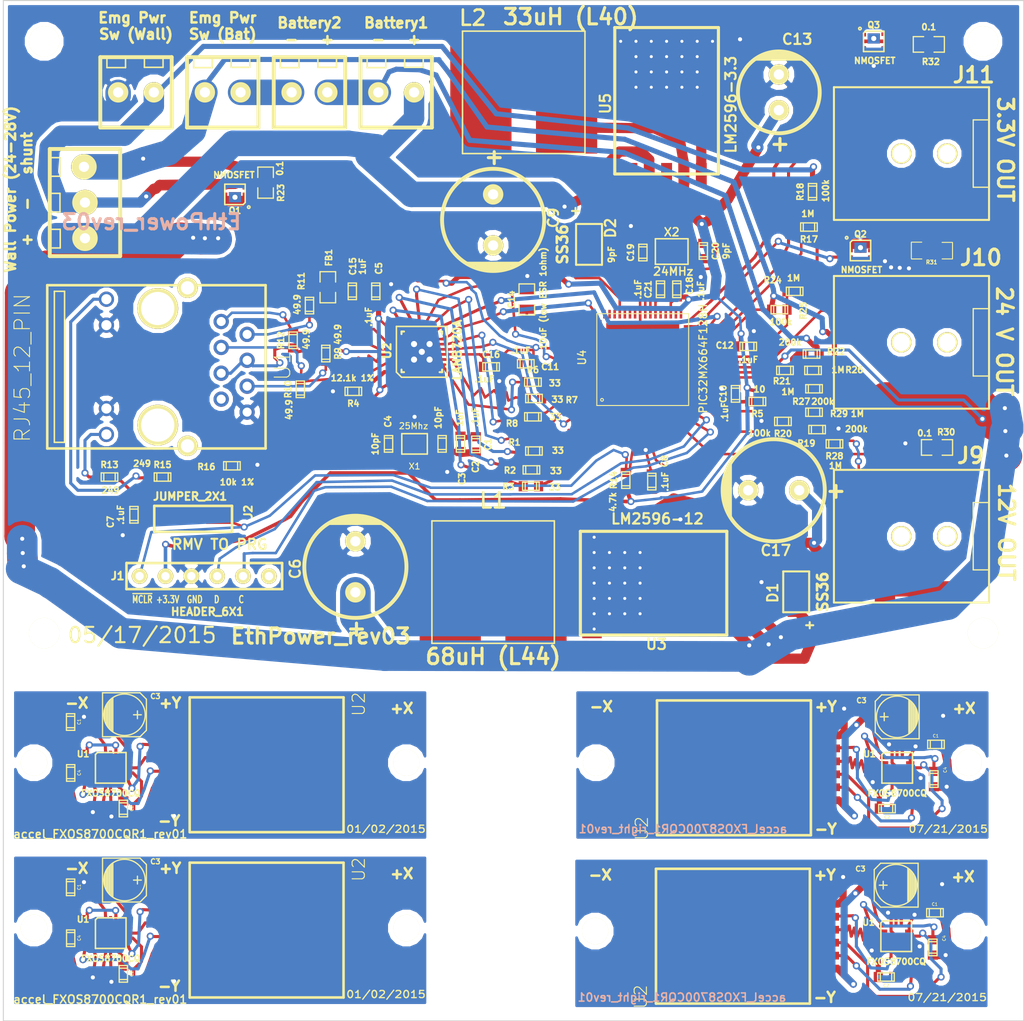
<source format=kicad_pcb>
(kicad_pcb (version 3) (host pcbnew "(2013-jul-07)-stable")
  (layers (15 F.Cu signal) (0 B.Cu signal) (18 B.Paste user) (19 F.Paste user) (20 B.SilkS user) (21 F.SilkS user) (22 B.Mask user) (23 F.Mask user) (28 Edge.Cuts user))
  (net 0 "")
  (net 1 12V)
  (net 2 3.3V)
  (net 3 AVDD)
  (net 4 ECRSDV)
  (net 5 EMDC)
  (net 6 EMDIO)
  (net 7 EREFCLK)
  (net 8 ERXD0)
  (net 9 ERXD1)
  (net 10 ERXERR)
  (net 11 ETXD0)
  (net 12 ETXD1)
  (net 13 ETXEN)
  (net 14 GND)
  (net 15 GNDWALL)
  (net 16 GreenLED)
  (net 17 INT1)
  (net 18 INT2)
  (net 19 N-000001)
  (net 20 N-0000016)
  (net 21 N-000002)
  (net 22 N-0000020)
  (net 23 N-0000021)
  (net 24 N-0000022)
  (net 25 N-000003)
  (net 26 N-000004)
  (net 27 N-0000044)
  (net 28 N-0000045)
  (net 29 N-0000050)
  (net 30 N-0000053)
  (net 31 N-000006)
  (net 32 N-0000065)
  (net 33 N-0000076)
  (net 34 N-0000077)
  (net 35 N-000008)
  (net 36 N-0000087)
  (net 37 N-000009)
  (net 38 N-0000091)
  (net 39 N-0000092)
  (net 40 N-0000093)
  (net 41 N-0000094)
  (net 42 N-0000095)
  (net 43 PGEC1_RB1)
  (net 44 PGED1_RB0)
  (net 45 RXN)
  (net 46 RXP)
  (net 47 SCL)
  (net 48 SDA)
  (net 49 SenseBatteryConnected)
  (net 50 SenseCurrent12v)
  (net 51 SenseCurrent24v)
  (net 52 SenseCurrent3.3v)
  (net 53 SenseCurrentCharger/GNDBATTERY)
  (net 54 SenseVolt12VOut)
  (net 55 SenseVoltBattery1)
  (net 56 SenseVoltBattery2)
  (net 57 SenseVoltFull)
  (net 58 SenseWallConnected)
  (net 59 Switch24V)
  (net 60 Switch3.3V)
  (net 61 SwitchCharger)
  (net 62 TXN)
  (net 63 TXP)
  (net 64 VBat2)
  (net 65 VCAP)
  (net 66 VDD)
  (net 67 VWallVBat)
  (net 68 Vdd)
  (net 69 YellowLED)
  (net 70 nRST)
  (net 71 ~MCLR~)
  (module TED_c_elec_4.3x4.3 (layer F.Cu) (at 171.8 136 180)
    (fp_text reference C3 (at 3.5 1.6 180) (layer F.SilkS) (effects (font (size 0.50038 0.50038) (thickness 0.11938))))
    (fp_text value 4.7uF hide)
    (pad 1 smd rect (at 1.80086 0 180) (size 2.60096 1.6002) (layers F.Cu F.Paste F.Mask) (net 68 Vdd))
    (pad 2 smd rect (at -1.80086 0 180) (size 2.60096 1.6002) (layers F.Cu F.Paste F.Mask) (net 14 GND))
  )
  (module TED_SM0603 (layer F.Cu) (at 175.6 138.7)
    (fp_text reference C1 (at -0.02 -0.83) (layer F.SilkS) (effects (font (size 0.3 0.3) (thickness 0.05))))
    (fp_text value 1uF hide)
    (pad 2 smd rect (at 0.75184 0) (size 0.89916 1.00076) (layers F.Cu F.Paste F.Mask) (net 14 GND) (clearance 0.1))
    (pad 1 smd rect (at -0.75184 0) (size 0.89916 1.00076) (layers F.Cu F.Paste F.Mask) (net 68 Vdd) (clearance 0.1))
  )
  (module TED_SM0603 (layer F.Cu) (at 170.8 145 180)
    (fp_text reference C2 (at -0.02 -0.83 180) (layer F.SilkS) (effects (font (size 0.3 0.3) (thickness 0.05))))
    (fp_text value 1uF hide)
    (pad 2 smd rect (at 0.75184 0 180) (size 0.89916 1.00076) (layers F.Cu F.Paste F.Mask) (net 14 GND) (clearance 0.1))
    (pad 1 smd rect (at -0.75184 0 180) (size 0.89916 1.00076) (layers F.Cu F.Paste F.Mask) (net 31 N-000006) (clearance 0.1))
  )
  (module TED_SM0603 (layer F.Cu) (at 175.4 142.1 270)
    (fp_text reference C4 (at -0.9 -1.1 270) (layer F.SilkS) (effects (font (size 0.3 0.3) (thickness 0.05))))
    (fp_text value .1uF hide)
    (pad 2 smd rect (at 0.75184 0 270) (size 0.89916 1.00076) (layers F.Cu F.Paste F.Mask) (net 14 GND) (clearance 0.1))
    (pad 1 smd rect (at -0.75184 0 270) (size 0.89916 1.00076) (layers F.Cu F.Paste F.Mask) (net 25 N-000003) (clearance 0.1))
  )
  (module TED_RJ12_855135002 (layer F.Cu) (at 155.8 141 90)
    (fp_text reference U2 (at -5.94 -9.03 90) (layer F.SilkS) (effects (font (size 1.2 1.2) (thickness 0.09906))))
    (fp_text value RJ12 hide)
    (pad 6 smd rect (at -3.175 7.9 90) (size 0.76 5) (layers F.Cu F.Paste F.Mask) (net 68 Vdd) (clearance 0.2))
    (pad 4 smd rect (at -0.635 7.9 90) (size 0.76 5) (layers F.Cu F.Paste F.Mask) (net 17 INT1) (clearance 0.2))
    (pad 2 smd rect (at 1.905 7.9 90) (size 0.76 5) (layers F.Cu F.Paste F.Mask) (net 48 SDA) (clearance 0.2))
    (pad 3 smd rect (at 0.635 7.9 90) (size 0.76 5) (layers F.Cu F.Paste F.Mask) (net 47 SCL) (clearance 0.2))
    (pad 1 smd rect (at 3.175 7.9 90) (size 0.76 5) (layers F.Cu F.Paste F.Mask) (net 14 GND) (clearance 0.2))
    (pad 5 smd rect (at -1.905 7.9 90) (size 0.76 5) (layers F.Cu F.Paste F.Mask) (net 18 INT2) (clearance 0.2))
    (pad PAD smd rect (at 0 -8.15 90) (size 8.8 4.5) (layers F.Cu F.Paste F.Mask))
  )
  (module TED_Hole_2_6mm (layer F.Cu) (at 142.3 140.5)
    (fp_text reference H1 hide)
    (fp_text value HOLE hide)
    (pad "" np_thru_hole circle (at 0 0) (size 2.6 2.6) (drill 2.6) (layers *.Cu *.Mask F.SilkS))
  )
  (module TED_Hole_2_6mm (layer F.Cu) (at 178.8 140.5)
    (fp_text reference H2 hide)
    (fp_text value HOLE hide)
    (pad "" np_thru_hole circle (at 0 0) (size 2.6 2.6) (drill 2.6) (layers *.Cu *.Mask F.SilkS))
  )
  (module TED_QFN16_3x5 (layer F.Cu) (at 171.8 141)
    (fp_text reference U1 (at -2.705 -1.35) (layer F.SilkS) (effects (font (size 0.6 0.6))))
    (fp_text value FXOS8700CQ (at 0 2.49) (layer F.SilkS) (effects (font (size 0.6 0.6))))
    (pad 2 smd rect (at -1.275 -0.5) (size 0.8 0.3) (layers F.Cu F.Paste F.Mask) (net 25 N-000003))
    (pad 1 smd rect (at -1.275 -1) (size 0.8 0.3) (layers F.Cu F.Paste F.Mask) (net 68 Vdd))
    (pad 13 smd rect (at 1.275 -1) (size 0.8 0.3) (layers F.Cu F.Paste F.Mask) (net 14 GND))
    (pad 3 smd rect (at -1.275 -0.005) (size 0.8 0.3) (layers F.Cu F.Paste F.Mask) (net 14 GND))
    (pad 4 smd rect (at -1.275 0.5) (size 0.8 0.3) (layers F.Cu F.Paste F.Mask) (net 47 SCL))
    (pad 5 smd rect (at -1.275 1) (size 0.8 0.3) (layers F.Cu F.Paste F.Mask) (net 14 GND))
    (pad 6 smd rect (at -0.5 1.275) (size 0.3 0.8) (layers F.Cu F.Paste F.Mask) (net 48 SDA))
    (pad 7 smd rect (at -0.035 1.275) (size 0.3 0.8) (layers F.Cu F.Paste F.Mask) (net 14 GND))
    (pad 8 smd rect (at 0.5 1.275) (size 0.3 0.8) (layers F.Cu F.Paste F.Mask) (net 31 N-000006))
    (pad 9 smd rect (at 1.275 1) (size 0.8 0.3) (layers F.Cu F.Paste F.Mask) (net 18 INT2))
    (pad 10 smd rect (at 1.275 0.5) (size 0.8 0.3) (layers F.Cu F.Paste F.Mask) (net 14 GND))
    (pad 11 smd rect (at 1.275 -0.005) (size 0.8 0.3) (layers F.Cu F.Paste F.Mask) (net 17 INT1))
    (pad 12 smd rect (at 1.275 -0.5) (size 0.8 0.3) (layers F.Cu F.Paste F.Mask) (net 14 GND))
    (pad 14 smd rect (at 0.5 -1.275) (size 0.3 0.8) (layers F.Cu F.Paste F.Mask) (net 68 Vdd))
    (pad 15 smd rect (at -0.015 -1.275) (size 0.3 0.8) (layers F.Cu F.Paste F.Mask))
    (pad 16 smd rect (at -0.5 -1.275) (size 0.3 0.8) (layers F.Cu F.Paste F.Mask) (net 14 GND))
  )
  (module TED_c_elec_4.3x4.3 (layer F.Cu) (at 96.17 135.5)
    (fp_text reference C3 (at 3.03 -1.81) (layer F.SilkS) (effects (font (size 0.50038 0.50038) (thickness 0.11938))))
    (fp_text value 4.7uF hide)
    (pad 1 smd rect (at 1.80086 0) (size 2.60096 1.6002) (layers F.Cu F.Paste F.Mask) (net 68 Vdd))
    (pad 2 smd rect (at -1.80086 0) (size 2.60096 1.6002) (layers F.Cu F.Paste F.Mask) (net 14 GND))
  )
  (module TED_SM0603 (layer F.Cu) (at 90.89 136.21 270)
    (fp_text reference C1 (at -0.02 -0.83 270) (layer F.SilkS) (effects (font (size 0.3 0.3) (thickness 0.05))))
    (fp_text value 1uF hide)
    (pad 2 smd rect (at 0.75184 0 270) (size 0.89916 1.00076) (layers F.Cu F.Paste F.Mask) (net 14 GND) (clearance 0.1))
    (pad 1 smd rect (at -0.75184 0 270) (size 0.89916 1.00076) (layers F.Cu F.Paste F.Mask) (net 68 Vdd) (clearance 0.1))
  )
  (module TED_SM0603 (layer F.Cu) (at 96.06 144.69 270)
    (fp_text reference C2 (at -0.02 -0.83 270) (layer F.SilkS) (effects (font (size 0.3 0.3) (thickness 0.05))))
    (fp_text value 1uF hide)
    (pad 2 smd rect (at 0.75184 0 270) (size 0.89916 1.00076) (layers F.Cu F.Paste F.Mask) (net 14 GND) (clearance 0.1))
    (pad 1 smd rect (at -0.75184 0 270) (size 0.89916 1.00076) (layers F.Cu F.Paste F.Mask) (net 31 N-000006) (clearance 0.1))
  )
  (module TED_SM0603 (layer F.Cu) (at 90.9 141.2 270)
    (fp_text reference C4 (at -0.02 -0.83 270) (layer F.SilkS) (effects (font (size 0.3 0.3) (thickness 0.05))))
    (fp_text value .1uF hide)
    (pad 2 smd rect (at 0.75184 0 270) (size 0.89916 1.00076) (layers F.Cu F.Paste F.Mask) (net 14 GND) (clearance 0.1))
    (pad 1 smd rect (at -0.75184 0 270) (size 0.89916 1.00076) (layers F.Cu F.Paste F.Mask) (net 25 N-000003) (clearance 0.1))
  )
  (module TED_RJ12_855135002 (layer F.Cu) (at 110.1 140.4 270)
    (fp_text reference U2 (at -5.94 -9.03 270) (layer F.SilkS) (effects (font (size 1.2 1.2) (thickness 0.09906))))
    (fp_text value RJ12 hide)
    (pad 6 smd rect (at -3.175 7.9 270) (size 0.76 5) (layers F.Cu F.Paste F.Mask) (net 68 Vdd) (clearance 0.2))
    (pad 4 smd rect (at -0.635 7.9 270) (size 0.76 5) (layers F.Cu F.Paste F.Mask) (net 17 INT1) (clearance 0.2))
    (pad 2 smd rect (at 1.905 7.9 270) (size 0.76 5) (layers F.Cu F.Paste F.Mask) (net 48 SDA) (clearance 0.2))
    (pad 3 smd rect (at 0.635 7.9 270) (size 0.76 5) (layers F.Cu F.Paste F.Mask) (net 47 SCL) (clearance 0.2))
    (pad 1 smd rect (at 3.175 7.9 270) (size 0.76 5) (layers F.Cu F.Paste F.Mask) (net 14 GND) (clearance 0.2))
    (pad 5 smd rect (at -1.905 7.9 270) (size 0.76 5) (layers F.Cu F.Paste F.Mask) (net 18 INT2) (clearance 0.2))
    (pad PAD smd rect (at 0 -8.15 270) (size 8.8 4.5) (layers F.Cu F.Paste F.Mask))
  )
  (module TED_Hole_2_6mm (layer F.Cu) (at 87.3 140.2)
    (fp_text reference H1 hide)
    (fp_text value HOLE hide)
    (pad "" np_thru_hole circle (at 0 0) (size 2.6 2.6) (drill 2.6) (layers *.Cu *.Mask F.SilkS))
  )
  (module TED_Hole_2_6mm (layer F.Cu) (at 123.8 140.2)
    (fp_text reference H2 hide)
    (fp_text value HOLE hide)
    (pad "" np_thru_hole circle (at 0 0) (size 2.6 2.6) (drill 2.6) (layers *.Cu *.Mask F.SilkS))
  )
  (module TED_QFN16_3x5 (layer F.Cu) (at 94.825 140.7)
    (fp_text reference U1 (at -2.705 -1.35) (layer F.SilkS) (effects (font (size 0.6 0.6))))
    (fp_text value FXOS8700CQ (at 0 2.49) (layer F.SilkS) (effects (font (size 0.6 0.6))))
    (pad 2 smd rect (at -1.275 -0.5) (size 0.8 0.3) (layers F.Cu F.Paste F.Mask) (net 25 N-000003))
    (pad 1 smd rect (at -1.275 -1) (size 0.8 0.3) (layers F.Cu F.Paste F.Mask) (net 68 Vdd))
    (pad 13 smd rect (at 1.275 -1) (size 0.8 0.3) (layers F.Cu F.Paste F.Mask) (net 14 GND))
    (pad 3 smd rect (at -1.275 -0.005) (size 0.8 0.3) (layers F.Cu F.Paste F.Mask) (net 14 GND))
    (pad 4 smd rect (at -1.275 0.5) (size 0.8 0.3) (layers F.Cu F.Paste F.Mask) (net 47 SCL))
    (pad 5 smd rect (at -1.275 1) (size 0.8 0.3) (layers F.Cu F.Paste F.Mask) (net 14 GND))
    (pad 6 smd rect (at -0.5 1.275) (size 0.3 0.8) (layers F.Cu F.Paste F.Mask) (net 48 SDA))
    (pad 7 smd rect (at -0.035 1.275) (size 0.3 0.8) (layers F.Cu F.Paste F.Mask) (net 14 GND))
    (pad 8 smd rect (at 0.5 1.275) (size 0.3 0.8) (layers F.Cu F.Paste F.Mask) (net 31 N-000006))
    (pad 9 smd rect (at 1.275 1) (size 0.8 0.3) (layers F.Cu F.Paste F.Mask) (net 18 INT2))
    (pad 10 smd rect (at 1.275 0.5) (size 0.8 0.3) (layers F.Cu F.Paste F.Mask) (net 14 GND))
    (pad 11 smd rect (at 1.275 -0.005) (size 0.8 0.3) (layers F.Cu F.Paste F.Mask) (net 17 INT1))
    (pad 12 smd rect (at 1.275 -0.5) (size 0.8 0.3) (layers F.Cu F.Paste F.Mask) (net 14 GND))
    (pad 14 smd rect (at 0.5 -1.275) (size 0.3 0.8) (layers F.Cu F.Paste F.Mask) (net 68 Vdd))
    (pad 15 smd rect (at -0.015 -1.275) (size 0.3 0.8) (layers F.Cu F.Paste F.Mask))
    (pad 16 smd rect (at -0.5 -1.275) (size 0.3 0.8) (layers F.Cu F.Paste F.Mask) (net 14 GND))
  )
  (module TED_crystal_FA-20H (layer F.Cu) (at 124.6 92.75 180)
    (fp_text reference X1 (at 0 -2.2 180) (layer F.SilkS) (effects (font (size 0.6 0.6) (thickness 0.1))))
    (fp_text value 25Mhz (at 0.1 1.75 180) (layer F.SilkS) (effects (font (size 0.6 0.6) (thickness 0.1))))
    (pad 1 smd rect (at -0.85 0.7 180) (size 1.2 1.1) (layers F.Cu F.Paste F.Mask) (net 28 N-0000045))
    (pad 2 smd rect (at 0.85 0.7 180) (size 1.2 1.1) (layers F.Cu F.Paste F.Mask) (net 14 GND))
    (pad 4 smd rect (at -0.85 -0.7 180) (size 1.2 1.1) (layers F.Cu F.Paste F.Mask) (net 14 GND))
    (pad 3 smd rect (at 0.85 -0.7 180) (size 1.2 1.1) (layers F.Cu F.Paste F.Mask) (net 27 N-0000044))
  )
  (module TED_HEADER_6x1 (layer F.Cu) (at 104 105.7)
    (fp_text reference J1 (at -8.5 0) (layer F.SilkS) (effects (font (size 0.762 0.762) (thickness 0.1905))))
    (fp_text value HEADER_6X1 (at 0.3 3.5) (layer F.SilkS) (effects (font (size 0.762 0.762) (thickness 0.1905))))
    (pad 5 thru_hole circle (at 3.78968 0.01016) (size 1.524 1.524) (drill 0.8128) (layers *.Cu *.Mask F.SilkS) (net 43 PGEC1_RB1))
    (pad 6 thru_hole circle (at 6.32968 0.01524) (size 1.524 1.524) (drill 0.8128) (layers *.Cu *.Mask F.SilkS))
    (pad 1 thru_hole circle (at -6.35 0.01016) (size 1.524 1.524) (drill 0.8128) (layers *.Cu *.Mask F.SilkS) (net 71 ~MCLR~))
    (pad 2 thru_hole circle (at -3.81 0.01524) (size 1.524 1.524) (drill 0.8128) (layers *.Cu *.Mask F.SilkS) (net 66 VDD))
    (pad 4 thru_hole circle (at 1.25984 0.01524) (size 1.524 1.524) (drill 0.8128) (layers *.Cu *.Mask F.SilkS) (net 44 PGED1_RB0))
    (pad 3 thru_hole circle (at -1.28016 0.01016) (size 1.524 1.524) (drill 0.8128) (layers *.Cu *.Mask F.SilkS) (net 14 GND))
  )
  (module TED_HEADER_2x1_SMT (layer F.Cu) (at 102.9 100.1 270)
    (fp_text reference J2 (at -0.7 -5.4 270) (layer F.SilkS) (effects (font (size 0.762 0.762) (thickness 0.1905))))
    (fp_text value JUMPER_2X1 (at -2.2 0.3 360) (layer F.SilkS) (effects (font (size 0.762 0.762) (thickness 0.1905))))
    (pad 1 smd rect (at 0 2.54 270) (size 0.9906 2.54) (layers F.Cu F.Paste F.Mask) (net 32 N-0000065) (clearance 0.508))
    (pad 2 smd rect (at 0 -2.54 270) (size 0.9906 2.54) (layers F.Cu F.Paste F.Mask) (net 71 ~MCLR~) (clearance 0.508))
  )
  (module TED_Hole_3mm (layer F.Cu) (at 88.3 111.3)
    (fp_text reference H1 hide)
    (fp_text value HOLE hide)
    (pad "" np_thru_hole circle (at 0 0) (size 3 3) (drill 3) (layers *.Cu *.Mask F.SilkS))
  )
  (module TED_Hole_3mm (layer F.Cu) (at 88.3 53.3)
    (fp_text reference H2 hide)
    (fp_text value HOLE hide)
    (pad "" np_thru_hole circle (at 0 0) (size 3 3) (drill 3) (layers *.Cu *.Mask F.SilkS))
  )
  (module TED_Hole_3mm (layer F.Cu) (at 180.3 53.3)
    (fp_text reference H4 hide)
    (fp_text value HOLE hide)
    (pad "" np_thru_hole circle (at 0 0) (size 3 3) (drill 3) (layers *.Cu *.Mask F.SilkS))
  )
  (module TED_crystal_TSX3225 (layer F.Cu) (at 149.8 73.9)
    (fp_text reference X2 (at 0 -1.9) (layer F.SilkS) (effects (font (size 0.8 0.8))))
    (fp_text value 24MHz (at 0.15 1.95) (layer F.SilkS) (effects (font (size 0.8 0.8))))
    (pad 1 smd rect (at -1 0.75) (size 1 0.8) (layers F.Cu F.Paste F.Mask) (net 30 N-0000053))
    (pad 2 smd rect (at 1 0.75) (size 1 0.8) (layers F.Cu F.Paste F.Mask) (net 14 GND))
    (pad 4 smd rect (at -1 -0.75) (size 1 0.8) (layers F.Cu F.Paste F.Mask) (net 14 GND))
    (pad 3 smd rect (at 1 -0.75) (size 1 0.8) (layers F.Cu F.Paste F.Mask) (net 33 N-0000076))
  )
  (module TED_QFN64+1 (layer F.Cu) (at 146.96 84.49 90)
    (fp_text reference U4 (at 0.2 -5.95 90) (layer F.SilkS) (effects (font (size 0.762 0.762) (thickness 0.127))))
    (fp_text value PIC32MX664F128H (at 0.1 5.925 90) (layer F.SilkS) (effects (font (size 0.762 0.762) (thickness 0.127))))
    (pad 15 smd rect (at -4.45 3.25 180) (size 0.25 0.85) (layers F.Cu F.Paste F.Mask) (net 43 PGEC1_RB1))
    (pad 16 smd rect (at -4.45 3.75 180) (size 0.25 0.85) (layers F.Cu F.Paste F.Mask) (net 44 PGED1_RB0))
    (pad 9 smd rect (at -4.45 0.25 180) (size 0.25 0.85) (layers F.Cu F.Paste F.Mask) (net 14 GND))
    (pad 10 smd rect (at -4.45 0.75 180) (size 0.25 0.85) (layers F.Cu F.Paste F.Mask) (net 66 VDD))
    (pad 12 smd rect (at -4.45 1.75 180) (size 0.25 0.85) (layers F.Cu F.Paste F.Mask))
    (pad 11 smd rect (at -4.45 1.25 180) (size 0.25 0.85) (layers F.Cu F.Paste F.Mask))
    (pad 14 smd rect (at -4.45 2.75 180) (size 0.25 0.85) (layers F.Cu F.Paste F.Mask) (net 50 SenseCurrent12v))
    (pad 13 smd rect (at -4.45 2.25 180) (size 0.25 0.85) (layers F.Cu F.Paste F.Mask))
    (pad 5 smd rect (at -4.45 -1.75 180) (size 0.25 0.85) (layers F.Cu F.Paste F.Mask))
    (pad 6 smd rect (at -4.45 -1.25 180) (size 0.25 0.85) (layers F.Cu F.Paste F.Mask))
    (pad 8 smd rect (at -4.45 -0.25 180) (size 0.25 0.85) (layers F.Cu F.Paste F.Mask))
    (pad 7 smd rect (at -4.45 -0.75 180) (size 0.25 0.85) (layers F.Cu F.Paste F.Mask) (net 71 ~MCLR~))
    (pad 3 smd rect (at -4.45 -2.75 180) (size 0.25 0.85) (layers F.Cu F.Paste F.Mask) (net 12 ETXD1))
    (pad 4 smd rect (at -4.45 -2.25 180) (size 0.25 0.85) (layers F.Cu F.Paste F.Mask))
    (pad 2 smd rect (at -4.45 -3.25 180) (size 0.25 0.85) (layers F.Cu F.Paste F.Mask) (net 11 ETXD0))
    (pad 1 smd rect (at -4.45 -3.75 180) (size 0.25 0.85) (layers F.Cu F.Paste F.Mask) (net 13 ETXEN))
    (pad 64 smd rect (at -3.75 -4.45 270) (size 0.25 0.85) (layers F.Cu F.Paste F.Mask) (net 10 ERXERR))
    (pad 63 smd rect (at -3.25 -4.45 270) (size 0.25 0.85) (layers F.Cu F.Paste F.Mask) (net 7 EREFCLK))
    (pad 61 smd rect (at -2.25 -4.45 270) (size 0.25 0.85) (layers F.Cu F.Paste F.Mask) (net 8 ERXD0))
    (pad 62 smd rect (at -2.75 -4.45 270) (size 0.25 0.85) (layers F.Cu F.Paste F.Mask) (net 4 ECRSDV))
    (pad 58 smd rect (at -0.75 -4.45 270) (size 0.25 0.85) (layers F.Cu F.Paste F.Mask) (net 70 nRST))
    (pad 57 smd rect (at -0.25 -4.45 270) (size 0.25 0.85) (layers F.Cu F.Paste F.Mask) (net 66 VDD))
    (pad 59 smd rect (at -1.25 -4.45 270) (size 0.25 0.85) (layers F.Cu F.Paste F.Mask))
    (pad 60 smd rect (at -1.75 -4.45 270) (size 0.25 0.85) (layers F.Cu F.Paste F.Mask) (net 9 ERXD1))
    (pad 52 smd rect (at 2.25 -4.45 270) (size 0.25 0.85) (layers F.Cu F.Paste F.Mask))
    (pad 51 smd rect (at 2.75 -4.45 270) (size 0.25 0.85) (layers F.Cu F.Paste F.Mask))
    (pad 54 smd rect (at 1.25 -4.45 270) (size 0.25 0.85) (layers F.Cu F.Paste F.Mask))
    (pad 53 smd rect (at 1.75 -4.45 270) (size 0.25 0.85) (layers F.Cu F.Paste F.Mask))
    (pad 55 smd rect (at 0.75 -4.45 270) (size 0.25 0.85) (layers F.Cu F.Paste F.Mask))
    (pad 56 smd rect (at 0.25 -4.45 270) (size 0.25 0.85) (layers F.Cu F.Paste F.Mask) (net 65 VCAP))
    (pad 49 smd rect (at 3.75 -4.45 270) (size 0.25 0.85) (layers F.Cu F.Paste F.Mask) (net 6 EMDIO))
    (pad 50 smd rect (at 3.25 -4.45 270) (size 0.25 0.85) (layers F.Cu F.Paste F.Mask))
    (pad 48 smd rect (at 4.45 -3.75 180) (size 0.25 0.85) (layers F.Cu F.Paste F.Mask))
    (pad 47 smd rect (at 4.45 -3.25 180) (size 0.25 0.85) (layers F.Cu F.Paste F.Mask))
    (pad 45 smd rect (at 4.45 -2.25 180) (size 0.25 0.85) (layers F.Cu F.Paste F.Mask) (net 61 SwitchCharger))
    (pad 46 smd rect (at 4.45 -2.75 180) (size 0.25 0.85) (layers F.Cu F.Paste F.Mask))
    (pad 42 smd rect (at 4.45 -0.75 180) (size 0.25 0.85) (layers F.Cu F.Paste F.Mask))
    (pad 41 smd rect (at 4.45 -0.25 180) (size 0.25 0.85) (layers F.Cu F.Paste F.Mask) (net 14 GND))
    (pad 43 smd rect (at 4.45 -1.25 180) (size 0.25 0.85) (layers F.Cu F.Paste F.Mask))
    (pad 44 smd rect (at 4.45 -1.75 180) (size 0.25 0.85) (layers F.Cu F.Paste F.Mask))
    (pad 36 smd rect (at 4.45 2.25 180) (size 0.25 0.85) (layers F.Cu F.Paste F.Mask))
    (pad 35 smd rect (at 4.45 2.75 180) (size 0.25 0.85) (layers F.Cu F.Paste F.Mask) (net 66 VDD))
    (pad 38 smd rect (at 4.45 1.25 180) (size 0.25 0.85) (layers F.Cu F.Paste F.Mask) (net 66 VDD))
    (pad 37 smd rect (at 4.45 1.75 180) (size 0.25 0.85) (layers F.Cu F.Paste F.Mask))
    (pad 39 smd rect (at 4.45 0.75 180) (size 0.25 0.85) (layers F.Cu F.Paste F.Mask) (net 33 N-0000076))
    (pad 40 smd rect (at 4.45 0.25 180) (size 0.25 0.85) (layers F.Cu F.Paste F.Mask) (net 30 N-0000053))
    (pad 33 smd rect (at 4.45 3.75 180) (size 0.25 0.85) (layers F.Cu F.Paste F.Mask))
    (pad 34 smd rect (at 4.45 3.25 180) (size 0.25 0.85) (layers F.Cu F.Paste F.Mask))
    (pad 31 smd rect (at 3.25 4.45 270) (size 0.25 0.85) (layers F.Cu F.Paste F.Mask) (net 59 Switch24V))
    (pad 32 smd rect (at 3.75 4.45 270) (size 0.25 0.85) (layers F.Cu F.Paste F.Mask) (net 60 Switch3.3V))
    (pad 25 smd rect (at 0.25 4.45 270) (size 0.25 0.85) (layers F.Cu F.Paste F.Mask) (net 14 GND))
    (pad 26 smd rect (at 0.75 4.45 270) (size 0.25 0.85) (layers F.Cu F.Paste F.Mask) (net 66 VDD))
    (pad 28 smd rect (at 1.75 4.45 270) (size 0.25 0.85) (layers F.Cu F.Paste F.Mask) (net 58 SenseWallConnected))
    (pad 27 smd rect (at 1.27 4.45 270) (size 0.25 0.85) (layers F.Cu F.Paste F.Mask) (net 53 SenseCurrentCharger/GNDBATTERY))
    (pad 30 smd rect (at 2.75 4.45 270) (size 0.25 0.85) (layers F.Cu F.Paste F.Mask) (net 5 EMDC))
    (pad 29 smd rect (at 2.25 4.45 270) (size 0.25 0.85) (layers F.Cu F.Paste F.Mask) (net 52 SenseCurrent3.3v))
    (pad 21 smd rect (at -1.75 4.45 270) (size 0.25 0.85) (layers F.Cu F.Paste F.Mask) (net 56 SenseVoltBattery2))
    (pad 22 smd rect (at -1.25 4.45 270) (size 0.25 0.85) (layers F.Cu F.Paste F.Mask) (net 55 SenseVoltBattery1))
    (pad 24 smd rect (at -0.25 4.45 270) (size 0.25 0.85) (layers F.Cu F.Paste F.Mask) (net 49 SenseBatteryConnected))
    (pad 23 smd rect (at -0.75 4.45 270) (size 0.25 0.85) (layers F.Cu F.Paste F.Mask) (net 51 SenseCurrent24v))
    (pad 19 smd rect (at -2.75 4.45 270) (size 0.25 0.85) (layers F.Cu F.Paste F.Mask) (net 29 N-0000050))
    (pad 20 smd rect (at -2.25 4.45 270) (size 0.25 0.85) (layers F.Cu F.Paste F.Mask) (net 14 GND))
    (pad 18 smd rect (at -3.25 4.45 270) (size 0.25 0.85) (layers F.Cu F.Paste F.Mask) (net 57 SenseVoltFull))
    (pad 17 smd rect (at -3.75 4.45 270) (size 0.25 0.85) (layers F.Cu F.Paste F.Mask) (net 54 SenseVolt12VOut))
    (pad 65 smd rect (at 0 0 270) (size 7.15 7.15) (layers F.Cu F.Paste F.Mask) (net 14 GND))
  )
  (module TED_SM0805_C (layer F.Cu) (at 135.6 78.6 90)
    (fp_text reference C14 (at 0 -1.5 90) (layer F.SilkS) (effects (font (size 0.6 0.6))))
    (fp_text value "10uF (low ESR 1ohm)" (at 0.1 1.6 90) (layer F.SilkS) (effects (font (size 0.6 0.6))))
    (pad 1 smd rect (at -0.9525 0 90) (size 0.889 1.397) (layers F.Cu F.Paste F.Mask) (net 65 VCAP))
    (pad 2 smd rect (at 0.9525 0 90) (size 0.889 1.397) (layers F.Cu F.Paste F.Mask) (net 14 GND))
  )
  (module TED_Hole_3mm (layer F.Cu) (at 180.3 111.3)
    (fp_text reference H3 hide)
    (fp_text value HOLE hide)
    (pad "" np_thru_hole circle (at 0 0) (size 3 3) (drill 3) (layers *.Cu *.Mask F.SilkS))
  )
  (module TED_SM0603_R (layer F.Cu) (at 118.6 87.6 180)
    (fp_text reference R4 (at 0 -1.2 180) (layer F.SilkS) (effects (font (size 0.6 0.6))))
    (fp_text value "12.1k 1%" (at 0.1 1.3 180) (layer F.SilkS) (effects (font (size 0.6 0.6))))
    (pad 2 smd rect (at 0.75184 0 180) (size 0.89916 1.00076) (layers F.Cu F.Paste F.Mask) (net 14 GND) (clearance 0.1))
    (pad 1 smd rect (at -0.75184 0 180) (size 0.89916 1.00076) (layers F.Cu F.Paste F.Mask) (net 26 N-000004) (clearance 0.1))
  )
  (module TED_SM0603_R (layer F.Cu) (at 136.3 93.45)
    (fp_text reference R1 (at -1.9 -0.85) (layer F.SilkS) (effects (font (size 0.6 0.6))))
    (fp_text value 33 (at 2.35 -0.05) (layer F.SilkS) (effects (font (size 0.6 0.6))))
    (pad 2 smd rect (at 0.75184 0) (size 0.89916 1.00076) (layers F.Cu F.Paste F.Mask) (net 13 ETXEN) (clearance 0.1))
    (pad 1 smd rect (at -0.75184 0) (size 0.89916 1.00076) (layers F.Cu F.Paste F.Mask) (net 24 N-0000022) (clearance 0.1))
  )
  (module TED_SM0603_R (layer F.Cu) (at 136.05 95.3)
    (fp_text reference R2 (at -2.1 0.05) (layer F.SilkS) (effects (font (size 0.6 0.6))))
    (fp_text value 33 (at 2.4 0.1) (layer F.SilkS) (effects (font (size 0.6 0.6))))
    (pad 2 smd rect (at 0.75184 0) (size 0.89916 1.00076) (layers F.Cu F.Paste F.Mask) (net 11 ETXD0) (clearance 0.1))
    (pad 1 smd rect (at -0.75184 0) (size 0.89916 1.00076) (layers F.Cu F.Paste F.Mask) (net 23 N-0000021) (clearance 0.1))
  )
  (module TED_SM0603_R (layer F.Cu) (at 136 96.9)
    (fp_text reference R3 (at -2.2 0.05) (layer F.SilkS) (effects (font (size 0.6 0.6))))
    (fp_text value 33 (at 2.35 0.1) (layer F.SilkS) (effects (font (size 0.6 0.6))))
    (pad 2 smd rect (at 0.75184 0) (size 0.89916 1.00076) (layers F.Cu F.Paste F.Mask) (net 12 ETXD1) (clearance 0.1))
    (pad 1 smd rect (at -0.75184 0) (size 0.89916 1.00076) (layers F.Cu F.Paste F.Mask) (net 22 N-0000020) (clearance 0.1))
  )
  (module TED_SM0603_R (layer F.Cu) (at 136.2 86.7)
    (fp_text reference R6 (at 0 -1.2) (layer F.SilkS) (effects (font (size 0.6 0.6))))
    (fp_text value 33 (at 2.15 0.1) (layer F.SilkS) (effects (font (size 0.6 0.6))))
    (pad 2 smd rect (at 0.75184 0) (size 0.89916 1.00076) (layers F.Cu F.Paste F.Mask) (net 9 ERXD1) (clearance 0.1))
    (pad 1 smd rect (at -0.75184 0) (size 0.89916 1.00076) (layers F.Cu F.Paste F.Mask) (net 37 N-000009) (clearance 0.1))
  )
  (module TED_SM0603_R (layer F.Cu) (at 136.3 88.3)
    (fp_text reference R7 (at 3.7 0.15) (layer F.SilkS) (effects (font (size 0.6 0.6))))
    (fp_text value 33 (at 2.3 0.1) (layer F.SilkS) (effects (font (size 0.6 0.6))))
    (pad 2 smd rect (at 0.75184 0) (size 0.89916 1.00076) (layers F.Cu F.Paste F.Mask) (net 8 ERXD0) (clearance 0.1))
    (pad 1 smd rect (at -0.75184 0) (size 0.89916 1.00076) (layers F.Cu F.Paste F.Mask) (net 35 N-000008) (clearance 0.1))
  )
  (module TED_SM0603_R (layer F.Cu) (at 136.2 90.1)
    (fp_text reference R8 (at -2.05 0.65) (layer F.SilkS) (effects (font (size 0.6 0.6))))
    (fp_text value 33 (at 2.2 0) (layer F.SilkS) (effects (font (size 0.6 0.6))))
    (pad 2 smd rect (at 0.75184 0) (size 0.89916 1.00076) (layers F.Cu F.Paste F.Mask) (net 4 ECRSDV) (clearance 0.1))
    (pad 1 smd rect (at -0.75184 0) (size 0.89916 1.00076) (layers F.Cu F.Paste F.Mask) (net 20 N-0000016) (clearance 0.1))
  )
  (module TED_SM0603_R (layer F.Cu) (at 115.9 83.9 270)
    (fp_text reference R9 (at 0 -1.2 270) (layer F.SilkS) (effects (font (size 0.6 0.6))))
    (fp_text value 49.9 (at -1.88 -1.19 270) (layer F.SilkS) (effects (font (size 0.6 0.6))))
    (pad 2 smd rect (at 0.75184 0 270) (size 0.89916 1.00076) (layers F.Cu F.Paste F.Mask) (net 45 RXN) (clearance 0.1))
    (pad 1 smd rect (at -0.75184 0 270) (size 0.89916 1.00076) (layers F.Cu F.Paste F.Mask) (net 3 AVDD) (clearance 0.1))
  )
  (module TED_SM0603_R (layer F.Cu) (at 113.4 87.4 90)
    (fp_text reference R10 (at 0 -1.2 90) (layer F.SilkS) (effects (font (size 0.6 0.6))))
    (fp_text value 49.9 (at -2 -1.1 90) (layer F.SilkS) (effects (font (size 0.6 0.6))))
    (pad 2 smd rect (at 0.75184 0 90) (size 0.89916 1.00076) (layers F.Cu F.Paste F.Mask) (net 46 RXP) (clearance 0.1))
    (pad 1 smd rect (at -0.75184 0 90) (size 0.89916 1.00076) (layers F.Cu F.Paste F.Mask) (net 3 AVDD) (clearance 0.1))
  )
  (module TED_SM0603_R (layer F.Cu) (at 114.3 79.2 270)
    (fp_text reference R11 (at -2.4 0.8 270) (layer F.SilkS) (effects (font (size 0.6 0.6))))
    (fp_text value 49.9 (at -0.1 1.2 270) (layer F.SilkS) (effects (font (size 0.6 0.6))))
    (pad 2 smd rect (at 0.75184 0 270) (size 0.89916 1.00076) (layers F.Cu F.Paste F.Mask) (net 62 TXN) (clearance 0.1))
    (pad 1 smd rect (at -0.75184 0 270) (size 0.89916 1.00076) (layers F.Cu F.Paste F.Mask) (net 3 AVDD) (clearance 0.1))
  )
  (module TED_SM0603_R (layer F.Cu) (at 112.7 82.6 90)
    (fp_text reference R12 (at 0 -1.2 90) (layer F.SilkS) (effects (font (size 0.6 0.6))))
    (fp_text value 49.9 (at 0.1 1.3 90) (layer F.SilkS) (effects (font (size 0.6 0.6))))
    (pad 2 smd rect (at 0.75184 0 90) (size 0.89916 1.00076) (layers F.Cu F.Paste F.Mask) (net 63 TXP) (clearance 0.1))
    (pad 1 smd rect (at -0.75184 0 90) (size 0.89916 1.00076) (layers F.Cu F.Paste F.Mask) (net 3 AVDD) (clearance 0.1))
  )
  (module TED_SM0603_R (layer F.Cu) (at 94.7 96)
    (fp_text reference R13 (at 0 -1.2) (layer F.SilkS) (effects (font (size 0.6 0.6))))
    (fp_text value 249 (at 0.1 1.3) (layer F.SilkS) (effects (font (size 0.6 0.6))))
    (pad 2 smd rect (at 0.75184 0) (size 0.89916 1.00076) (layers F.Cu F.Paste F.Mask) (net 21 N-000002) (clearance 0.1))
    (pad 1 smd rect (at -0.75184 0) (size 0.89916 1.00076) (layers F.Cu F.Paste F.Mask) (net 69 YellowLED) (clearance 0.1))
  )
  (module TED_SM0603_R (layer F.Cu) (at 145.3 96.3 90)
    (fp_text reference R14 (at 0 -1.2 90) (layer F.SilkS) (effects (font (size 0.6 0.6))))
    (fp_text value 4.7k (at -2.15 -1.25 90) (layer F.SilkS) (effects (font (size 0.6 0.6))))
    (pad 2 smd rect (at 0.75184 0 90) (size 0.89916 1.00076) (layers F.Cu F.Paste F.Mask) (net 71 ~MCLR~) (clearance 0.1))
    (pad 1 smd rect (at -0.75184 0 90) (size 0.89916 1.00076) (layers F.Cu F.Paste F.Mask) (net 66 VDD) (clearance 0.1))
  )
  (module TED_SM0603_R (layer F.Cu) (at 99.9 96)
    (fp_text reference R15 (at 0 -1.2) (layer F.SilkS) (effects (font (size 0.6 0.6))))
    (fp_text value 249 (at -2.01 -1.32) (layer F.SilkS) (effects (font (size 0.6 0.6))))
    (pad 2 smd rect (at 0.75184 0) (size 0.89916 1.00076) (layers F.Cu F.Paste F.Mask) (net 19 N-000001) (clearance 0.1))
    (pad 1 smd rect (at -0.75184 0) (size 0.89916 1.00076) (layers F.Cu F.Paste F.Mask) (net 16 GreenLED) (clearance 0.1))
  )
  (module TED_SM0603_R (layer F.Cu) (at 106.7 94.9)
    (fp_text reference R16 (at -2.5 0.1) (layer F.SilkS) (effects (font (size 0.6 0.6))))
    (fp_text value "10k 1%" (at 0.5 1.6) (layer F.SilkS) (effects (font (size 0.6 0.6))))
    (pad 2 smd rect (at 0.75184 0) (size 0.89916 1.00076) (layers F.Cu F.Paste F.Mask) (net 14 GND) (clearance 0.1))
    (pad 1 smd rect (at -0.75184 0) (size 0.89916 1.00076) (layers F.Cu F.Paste F.Mask) (net 19 N-000001) (clearance 0.1))
  )
  (module TED_SM0603_R (layer F.Cu) (at 158.2 88.6 180)
    (fp_text reference R5 (at 0 -1.2 180) (layer F.SilkS) (effects (font (size 0.6 0.6))))
    (fp_text value 10 (at -0.2 1.2 180) (layer F.SilkS) (effects (font (size 0.6 0.6))))
    (pad 2 smd rect (at 0.75184 0 180) (size 0.89916 1.00076) (layers F.Cu F.Paste F.Mask) (net 29 N-0000050) (clearance 0.1))
    (pad 1 smd rect (at -0.75184 0 180) (size 0.89916 1.00076) (layers F.Cu F.Paste F.Mask) (net 66 VDD) (clearance 0.1))
  )
  (module TED_SM0603_R (layer F.Cu) (at 160.9 85.55)
    (fp_text reference R21 (at -0.3 1.05) (layer F.SilkS) (effects (font (size 0.6 0.6))))
    (fp_text value 1M (at 0.3 2.1) (layer F.SilkS) (effects (font (size 0.6 0.6))))
    (pad 2 smd rect (at 0.75184 0) (size 0.89916 1.00076) (layers F.Cu F.Paste F.Mask) (net 55 SenseVoltBattery1) (clearance 0.1))
    (pad 1 smd rect (at -0.75184 0) (size 0.89916 1.00076) (layers F.Cu F.Paste F.Mask) (net 67 VWallVBat) (clearance 0.1))
  )
  (module TED_SM0603_R (layer F.Cu) (at 160.35 79.6 180)
    (fp_text reference R25 (at -2.35 -0.1 270) (layer F.SilkS) (effects (font (size 0.6 0.6))))
    (fp_text value 100k (at -0.15 -1.2 180) (layer F.SilkS) (effects (font (size 0.6 0.6))))
    (pad 2 smd rect (at 0.75184 0 180) (size 0.89916 1.00076) (layers F.Cu F.Paste F.Mask) (net 53 SenseCurrentCharger/GNDBATTERY) (clearance 0.1))
    (pad 1 smd rect (at -0.75184 0 180) (size 0.89916 1.00076) (layers F.Cu F.Paste F.Mask) (net 49 SenseBatteryConnected) (clearance 0.1))
  )
  (module TED_SM0603_R (layer F.Cu) (at 161.85 77.8 180)
    (fp_text reference R24 (at 2.15 1.1 180) (layer F.SilkS) (effects (font (size 0.6 0.6))))
    (fp_text value 1M (at 0.1 1.3 180) (layer F.SilkS) (effects (font (size 0.6 0.6))))
    (pad 2 smd rect (at 0.75184 0 180) (size 0.89916 1.00076) (layers F.Cu F.Paste F.Mask) (net 49 SenseBatteryConnected) (clearance 0.1))
    (pad 1 smd rect (at -0.75184 0 180) (size 0.89916 1.00076) (layers F.Cu F.Paste F.Mask) (net 2 3.3V) (clearance 0.1))
  )
  (module TED_SM0603_R (layer F.Cu) (at 165.75 92.75 180)
    (fp_text reference R28 (at 0 -1.2 180) (layer F.SilkS) (effects (font (size 0.6 0.6))))
    (fp_text value 1M (at -0.1 -2.15 180) (layer F.SilkS) (effects (font (size 0.6 0.6))))
    (pad 2 smd rect (at 0.75184 0 180) (size 0.89916 1.00076) (layers F.Cu F.Paste F.Mask) (net 54 SenseVolt12VOut) (clearance 0.1))
    (pad 1 smd rect (at -0.75184 0 180) (size 0.89916 1.00076) (layers F.Cu F.Paste F.Mask) (net 1 12V) (clearance 0.1))
  )
  (module TED_SM0603_R (layer F.Cu) (at 163.5 83.95)
    (fp_text reference R22 (at 2.4 -0.25) (layer F.SilkS) (effects (font (size 0.6 0.6))))
    (fp_text value 200k (at -2.1 -1.15) (layer F.SilkS) (effects (font (size 0.6 0.6))))
    (pad 2 smd rect (at 0.75184 0) (size 0.89916 1.00076) (layers F.Cu F.Paste F.Mask) (net 64 VBat2) (clearance 0.1))
    (pad 1 smd rect (at -0.75184 0) (size 0.89916 1.00076) (layers F.Cu F.Paste F.Mask) (net 55 SenseVoltBattery1) (clearance 0.1))
  )
  (module TED_SM0603_R (layer F.Cu) (at 163.75 87.35)
    (fp_text reference R27 (at -1.25 1.25) (layer F.SilkS) (effects (font (size 0.6 0.6))))
    (fp_text value 200k (at 0.85 1.25) (layer F.SilkS) (effects (font (size 0.6 0.6))))
    (pad 2 smd rect (at 0.75184 0) (size 0.89916 1.00076) (layers F.Cu F.Paste F.Mask) (net 53 SenseCurrentCharger/GNDBATTERY) (clearance 0.1))
    (pad 1 smd rect (at -0.75184 0) (size 0.89916 1.00076) (layers F.Cu F.Paste F.Mask) (net 56 SenseVoltBattery2) (clearance 0.1))
  )
  (module TED_SM0603_R (layer F.Cu) (at 163.65 85.55 180)
    (fp_text reference R26 (at -4.05 0.05 180) (layer F.SilkS) (effects (font (size 0.6 0.6))))
    (fp_text value 1M (at -2.45 0.05 180) (layer F.SilkS) (effects (font (size 0.6 0.6))))
    (pad 2 smd rect (at 0.75184 0 180) (size 0.89916 1.00076) (layers F.Cu F.Paste F.Mask) (net 56 SenseVoltBattery2) (clearance 0.1))
    (pad 1 smd rect (at -0.75184 0 180) (size 0.89916 1.00076) (layers F.Cu F.Paste F.Mask) (net 64 VBat2) (clearance 0.1))
  )
  (module TED_SM0805_R (layer F.Cu) (at 175 53.6 180)
    (fp_text reference R32 (at -0.2 -1.7 180) (layer F.SilkS) (effects (font (size 0.6 0.6))))
    (fp_text value 0.1 (at 0 1.7 180) (layer F.SilkS) (effects (font (size 0.6 0.6))))
    (pad 1 smd rect (at -0.9525 0 180) (size 0.889 1.397) (layers F.Cu F.Paste F.Mask) (net 52 SenseCurrent3.3v))
    (pad 2 smd rect (at 0.9525 0 180) (size 0.889 1.397) (layers F.Cu F.Paste F.Mask) (net 40 N-0000093))
  )
  (module TED_SM0805_R (layer F.Cu) (at 175.8 93.1 180)
    (fp_text reference R30 (at -0.9 1.5 180) (layer F.SilkS) (effects (font (size 0.6 0.6))))
    (fp_text value 0.1 (at 1.2 1.4 180) (layer F.SilkS) (effects (font (size 0.6 0.6))))
    (pad 1 smd rect (at -0.9525 0 180) (size 0.889 1.397) (layers F.Cu F.Paste F.Mask) (net 50 SenseCurrent12v))
    (pad 2 smd rect (at 0.9525 0 180) (size 0.889 1.397) (layers F.Cu F.Paste F.Mask) (net 14 GND))
  )
  (module TED_SM0603_C (layer F.Cu) (at 132.1 85.2)
    (fp_text reference C16 (at 0 -1.2) (layer F.SilkS) (effects (font (size 0.6 0.6))))
    (fp_text value .1uF (at -0.65 1.2) (layer F.SilkS) (effects (font (size 0.6 0.6))))
    (pad 2 smd rect (at 0.75184 0) (size 0.89916 1.00076) (layers F.Cu F.Paste F.Mask) (net 14 GND) (clearance 0.1))
    (pad 1 smd rect (at -0.75184 0) (size 0.89916 1.00076) (layers F.Cu F.Paste F.Mask) (net 66 VDD) (clearance 0.1))
  )
  (module TED_SM0603_C (layer F.Cu) (at 118.5 77.8 90)
    (fp_text reference C15 (at 2.45 0.05 90) (layer F.SilkS) (effects (font (size 0.6 0.6))))
    (fp_text value 1uF (at 2.45 1 90) (layer F.SilkS) (effects (font (size 0.6 0.6))))
    (pad 2 smd rect (at 0.75184 0 90) (size 0.89916 1.00076) (layers F.Cu F.Paste F.Mask) (net 14 GND) (clearance 0.1))
    (pad 1 smd rect (at -0.75184 0 90) (size 0.89916 1.00076) (layers F.Cu F.Paste F.Mask) (net 3 AVDD) (clearance 0.1))
  )
  (module TED_SM0603_C (layer F.Cu) (at 129.1 92.75 270)
    (fp_text reference C2 (at 2.25 -1.475 270) (layer F.SilkS) (effects (font (size 0.6 0.6))))
    (fp_text value 1uF (at -2.55 0.075 270) (layer F.SilkS) (effects (font (size 0.6 0.6))))
    (pad 2 smd rect (at 0.75184 0 270) (size 0.89916 1.00076) (layers F.Cu F.Paste F.Mask) (net 14 GND) (clearance 0.1))
    (pad 1 smd rect (at -0.75184 0 270) (size 0.89916 1.00076) (layers F.Cu F.Paste F.Mask) (net 34 N-0000077) (clearance 0.1))
  )
  (module TED_SM0603_C (layer F.Cu) (at 130.6 92.8 270)
    (fp_text reference C1 (at 0 -1.2 270) (layer F.SilkS) (effects (font (size 0.6 0.6))))
    (fp_text value .1uF (at -2.675 0.05 270) (layer F.SilkS) (effects (font (size 0.6 0.6))))
    (pad 2 smd rect (at 0.75184 0 270) (size 0.89916 1.00076) (layers F.Cu F.Paste F.Mask) (net 14 GND) (clearance 0.1))
    (pad 1 smd rect (at -0.75184 0 270) (size 0.89916 1.00076) (layers F.Cu F.Paste F.Mask) (net 34 N-0000077) (clearance 0.1))
  )
  (module TED_SM0603_C (layer F.Cu) (at 127.3 92.75 270)
    (fp_text reference C3 (at 3.425 -1.95 270) (layer F.SilkS) (effects (font (size 0.6 0.6))))
    (fp_text value 10pF (at -2.575 0.375 270) (layer F.SilkS) (effects (font (size 0.6 0.6))))
    (pad 2 smd rect (at 0.75184 0 270) (size 0.89916 1.00076) (layers F.Cu F.Paste F.Mask) (net 14 GND) (clearance 0.1))
    (pad 1 smd rect (at -0.75184 0 270) (size 0.89916 1.00076) (layers F.Cu F.Paste F.Mask) (net 28 N-0000045) (clearance 0.1))
  )
  (module TED_SM0603_C (layer F.Cu) (at 122.05 92.75 270)
    (fp_text reference C4 (at -2.2 0.05 270) (layer F.SilkS) (effects (font (size 0.6 0.6))))
    (fp_text value 10pF (at 0 1.3 270) (layer F.SilkS) (effects (font (size 0.6 0.6))))
    (pad 2 smd rect (at 0.75184 0 270) (size 0.89916 1.00076) (layers F.Cu F.Paste F.Mask) (net 27 N-0000044) (clearance 0.1))
    (pad 1 smd rect (at -0.75184 0 270) (size 0.89916 1.00076) (layers F.Cu F.Paste F.Mask) (net 14 GND) (clearance 0.1))
  )
  (module TED_SM0603_C (layer F.Cu) (at 120.8 77.8 90)
    (fp_text reference C5 (at 2.25 0.3 90) (layer F.SilkS) (effects (font (size 0.6 0.6))))
    (fp_text value .1uF (at -2.5 -0.7 90) (layer F.SilkS) (effects (font (size 0.6 0.6))))
    (pad 2 smd rect (at 0.75184 0 90) (size 0.89916 1.00076) (layers F.Cu F.Paste F.Mask) (net 14 GND) (clearance 0.1))
    (pad 1 smd rect (at -0.75184 0 90) (size 0.89916 1.00076) (layers F.Cu F.Paste F.Mask) (net 3 AVDD) (clearance 0.1))
  )
  (module TED_SM0603_C (layer F.Cu) (at 156.05 87.85 90)
    (fp_text reference C10 (at 0 -1.2 90) (layer F.SilkS) (effects (font (size 0.6 0.6))))
    (fp_text value .1uF (at -1.8 -1.05 90) (layer F.SilkS) (effects (font (size 0.6 0.6))))
    (pad 2 smd rect (at 0.75184 0 90) (size 0.89916 1.00076) (layers F.Cu F.Paste F.Mask) (net 14 GND) (clearance 0.1))
    (pad 1 smd rect (at -0.75184 0 90) (size 0.89916 1.00076) (layers F.Cu F.Paste F.Mask) (net 29 N-0000050) (clearance 0.1))
  )
  (module TED_SM0603_C (layer F.Cu) (at 135.5 84.9 180)
    (fp_text reference C11 (at -2.4 -0.3 180) (layer F.SilkS) (effects (font (size 0.6 0.6))))
    (fp_text value .1uF (at 0.5 1.3 180) (layer F.SilkS) (effects (font (size 0.6 0.6))))
    (pad 2 smd rect (at 0.75184 0 180) (size 0.89916 1.00076) (layers F.Cu F.Paste F.Mask) (net 14 GND) (clearance 0.1))
    (pad 1 smd rect (at -0.75184 0 180) (size 0.89916 1.00076) (layers F.Cu F.Paste F.Mask) (net 66 VDD) (clearance 0.1))
  )
  (module TED_SM0603_C (layer F.Cu) (at 157.3 83.2)
    (fp_text reference C12 (at -2.3 -0.1) (layer F.SilkS) (effects (font (size 0.6 0.6))))
    (fp_text value .1uF (at 0 1.3) (layer F.SilkS) (effects (font (size 0.6 0.6))))
    (pad 2 smd rect (at 0.75184 0) (size 0.89916 1.00076) (layers F.Cu F.Paste F.Mask) (net 14 GND) (clearance 0.1))
    (pad 1 smd rect (at -0.75184 0) (size 0.89916 1.00076) (layers F.Cu F.Paste F.Mask) (net 66 VDD) (clearance 0.1))
  )
  (module TED_SM0603_C (layer F.Cu) (at 150.3 77.6 90)
    (fp_text reference C18 (at 0.35 1.25 90) (layer F.SilkS) (effects (font (size 0.6 0.6))))
    (fp_text value .1uF (at -0.15 2.35 90) (layer F.SilkS) (effects (font (size 0.6 0.6))))
    (pad 2 smd rect (at 0.75184 0 90) (size 0.89916 1.00076) (layers F.Cu F.Paste F.Mask) (net 14 GND) (clearance 0.1))
    (pad 1 smd rect (at -0.75184 0 90) (size 0.89916 1.00076) (layers F.Cu F.Paste F.Mask) (net 66 VDD) (clearance 0.1))
  )
  (module TED_SM0603_C (layer F.Cu) (at 146.975 74 90)
    (fp_text reference C19 (at 0 -1.2 90) (layer F.SilkS) (effects (font (size 0.6 0.6))))
    (fp_text value 9pF (at -0.2 -3.075 90) (layer F.SilkS) (effects (font (size 0.6 0.6))))
    (pad 2 smd rect (at 0.75184 0 90) (size 0.89916 1.00076) (layers F.Cu F.Paste F.Mask) (net 14 GND) (clearance 0.1))
    (pad 1 smd rect (at -0.75184 0 90) (size 0.89916 1.00076) (layers F.Cu F.Paste F.Mask) (net 30 N-0000053) (clearance 0.1))
  )
  (module TED_SM0603_C (layer F.Cu) (at 152.9 73.85 270)
    (fp_text reference C20 (at 0 -1.2 270) (layer F.SilkS) (effects (font (size 0.6 0.6))))
    (fp_text value 9pF (at 0 -2.25 270) (layer F.SilkS) (effects (font (size 0.6 0.6))))
    (pad 2 smd rect (at 0.75184 0 270) (size 0.89916 1.00076) (layers F.Cu F.Paste F.Mask) (net 14 GND) (clearance 0.1))
    (pad 1 smd rect (at -0.75184 0 270) (size 0.89916 1.00076) (layers F.Cu F.Paste F.Mask) (net 33 N-0000076) (clearance 0.1))
  )
  (module TED_SM0603_C (layer F.Cu) (at 148.7 77.6 90)
    (fp_text reference C21 (at 0 -1.2 90) (layer F.SilkS) (effects (font (size 0.6 0.6))))
    (fp_text value .1uF (at 0 -2.2 90) (layer F.SilkS) (effects (font (size 0.6 0.6))))
    (pad 2 smd rect (at 0.75184 0 90) (size 0.89916 1.00076) (layers F.Cu F.Paste F.Mask) (net 14 GND) (clearance 0.1))
    (pad 1 smd rect (at -0.75184 0 90) (size 0.89916 1.00076) (layers F.Cu F.Paste F.Mask) (net 66 VDD) (clearance 0.1))
  )
  (module TED_SM0603_C (layer F.Cu) (at 147.85 96.45 90)
    (fp_text reference C8 (at 2 1.25 90) (layer F.SilkS) (effects (font (size 0.6 0.6))))
    (fp_text value .1uF (at 0 1.3 90) (layer F.SilkS) (effects (font (size 0.6 0.6))))
    (pad 2 smd rect (at 0.75184 0 90) (size 0.89916 1.00076) (layers F.Cu F.Paste F.Mask) (net 14 GND) (clearance 0.1))
    (pad 1 smd rect (at -0.75184 0 90) (size 0.89916 1.00076) (layers F.Cu F.Paste F.Mask) (net 66 VDD) (clearance 0.1))
  )
  (module TED_SM0603_C (layer F.Cu) (at 97.1 99.7 270)
    (fp_text reference C7 (at 0.7 2.3 270) (layer F.SilkS) (effects (font (size 0.6 0.6))))
    (fp_text value .1uF (at 0 1.3 270) (layer F.SilkS) (effects (font (size 0.6 0.6))))
    (pad 2 smd rect (at 0.75184 0 270) (size 0.89916 1.00076) (layers F.Cu F.Paste F.Mask) (net 14 GND) (clearance 0.1))
    (pad 1 smd rect (at -0.75184 0 270) (size 0.89916 1.00076) (layers F.Cu F.Paste F.Mask) (net 32 N-0000065) (clearance 0.1))
  )
  (module TED_TERMINAL_3.5MM_2PIN (layer F.Cu) (at 105.8 58.3)
    (fp_text reference J6 hide)
    (fp_text value TERMINAL_2X1 hide)
    (pad 1 thru_hole circle (at -1.75006 0) (size 2 2) (drill 1) (layers *.Mask B.Cu F.SilkS) (net 53 SenseCurrentCharger/GNDBATTERY) (clearance 0.75))
    (pad 2 thru_hole circle (at 1.75006 0) (size 2 2) (drill 1) (layers *.Mask B.Cu F.SilkS) (net 38 N-0000091) (clearance 0.75))
  )
  (module TED_INDUCTOR_12x12_SMD (layer F.Cu) (at 135.3 58.3)
    (fp_text reference L2 (at -5 -7.3) (layer F.SilkS) (effects (font (size 1.5 1.5) (thickness 0.25))))
    (fp_text value "33uH (L40)" (at 4.6 -7.4) (layer F.SilkS) (effects (font (size 1.524 1.524) (thickness 0.3))))
    (pad 2 smd rect (at 4.2 0) (size 6 12) (layers F.Cu F.Paste F.Mask) (net 66 VDD))
    (pad 1 smd rect (at -4.2 0) (size 6 12) (layers F.Cu F.Paste F.Mask) (net 42 N-0000095))
  )
  (module TED_INDUCTOR_12x12_SMD (layer F.Cu) (at 132.3 106.3)
    (fp_text reference L1 (at 0 -8) (layer F.SilkS) (effects (font (size 1.5 1.5) (thickness 0.25))))
    (fp_text value "68uH (L44)" (at 0 7.3) (layer F.SilkS) (effects (font (size 1.524 1.524) (thickness 0.3))))
    (pad 2 smd rect (at 4.2 0) (size 6 12) (layers F.Cu F.Paste F.Mask) (net 1 12V))
    (pad 1 smd rect (at -4.2 0) (size 6 12) (layers F.Cu F.Paste F.Mask) (net 41 N-0000094))
  )
  (module TED_DO-214AC (layer F.Cu) (at 141.7 73.2 270)
    (fp_text reference D2 (at -1.6 -2.1 270) (layer F.SilkS) (effects (font (size 1.016 1) (thickness 0.2))))
    (fp_text value SS36 (at 0 2.6 270) (layer F.SilkS) (effects (font (size 1.016 1.016) (thickness 0.254))))
    (pad 1 smd rect (at -1.7 0 270) (size 1.52 1.68) (layers F.Cu F.Paste F.Mask) (net 42 N-0000095))
    (pad 2 smd rect (at 1.7 0 270) (size 1.52 1.68) (layers F.Cu F.Paste F.Mask) (net 14 GND))
  )
  (module TED_DO-214AC (layer F.Cu) (at 162 107.25 90)
    (fp_text reference D1 (at -0.1 -2.3 90) (layer F.SilkS) (effects (font (size 1.016 1) (thickness 0.2))))
    (fp_text value SS36 (at 0 2.6 90) (layer F.SilkS) (effects (font (size 1.016 1.016) (thickness 0.254))))
    (pad 1 smd rect (at -1.7 0 90) (size 1.52 1.68) (layers F.Cu F.Paste F.Mask) (net 41 N-0000094))
    (pad 2 smd rect (at 1.7 0 90) (size 1.52 1.68) (layers F.Cu F.Paste F.Mask) (net 14 GND))
  )
  (module TED_TERMINAL_3.5MM_2PIN (layer F.Cu) (at 114.3 58.3)
    (fp_text reference J3 hide)
    (fp_text value TERMINAL_2X1 hide)
    (pad 1 thru_hole circle (at -1.75006 0) (size 2 2) (drill 1) (layers *.Mask B.Cu F.SilkS) (net 38 N-0000091) (clearance 0.75))
    (pad 2 thru_hole circle (at 1.75006 0) (size 2 2) (drill 1) (layers *.Mask B.Cu F.SilkS) (net 64 VBat2) (clearance 0.75))
  )
  (module TED_TERMINAL_3.5MM_2PIN (layer F.Cu) (at 97.3 58.3)
    (fp_text reference J5 hide)
    (fp_text value TERMINAL_2X1 hide)
    (pad 1 thru_hole circle (at -1.75006 0) (size 2 2) (drill 1) (layers *.Mask B.Cu F.SilkS) (net 14 GND) (clearance 0.75))
    (pad 2 thru_hole circle (at 1.75006 0) (size 2 2) (drill 1) (layers *.Mask B.Cu F.SilkS) (net 15 GNDWALL) (clearance 0.75))
  )
  (module TED_TERMINAL_3.5MM_2PIN (layer F.Cu) (at 122.8 58.3)
    (fp_text reference J7 hide)
    (fp_text value TERMINAL_2X1 hide)
    (pad 1 thru_hole circle (at -1.75006 0) (size 2 2) (drill 1) (layers *.Mask B.Cu F.SilkS) (net 64 VBat2) (clearance 0.75))
    (pad 2 thru_hole circle (at 1.75006 0) (size 2 2) (drill 1) (layers *.Mask B.Cu F.SilkS) (net 67 VWallVBat) (clearance 0.75))
  )
  (module TED_SM0805_R (layer F.Cu) (at 110 67.15 270)
    (fp_text reference R23 (at 1 -1.5 270) (layer F.SilkS) (effects (font (size 0.6 0.6))))
    (fp_text value 0.1 (at -1.4 -1.4 270) (layer F.SilkS) (effects (font (size 0.6 0.6))))
    (pad 1 smd rect (at -0.9525 0 270) (size 0.889 1.397) (layers F.Cu F.Paste F.Mask) (net 53 SenseCurrentCharger/GNDBATTERY))
    (pad 2 smd rect (at 0.9525 0 270) (size 0.889 1.397) (layers F.Cu F.Paste F.Mask) (net 36 N-0000087))
  )
  (module TED_SM0603_R (layer F.Cu) (at 164.05 91.35)
    (fp_text reference R29 (at 2.15 -1.55) (layer F.SilkS) (effects (font (size 0.6 0.6))))
    (fp_text value 200k (at 3.85 -0.05) (layer F.SilkS) (effects (font (size 0.6 0.6))))
    (pad 2 smd rect (at 0.75184 0) (size 0.89916 1.00076) (layers F.Cu F.Paste F.Mask) (net 14 GND) (clearance 0.1))
    (pad 1 smd rect (at -0.75184 0) (size 0.89916 1.00076) (layers F.Cu F.Paste F.Mask) (net 54 SenseVolt12VOut) (clearance 0.1))
  )
  (module TED_SM1206_R (layer F.Cu) (at 175.3 73.8 180)
    (fp_text reference R31 (at 0.0254 -1.14808 180) (layer F.SilkS) (effects (font (size 0.381 0.381) (thickness 0.09398))))
    (fp_text value 0.1 hide)
    (pad 1 smd rect (at -1.46304 -0.01524 180) (size 1.00076 1.50114) (layers F.Cu F.Paste F.Mask) (net 51 SenseCurrent24v))
    (pad 2 smd rect (at 1.46304 -0.00508 180) (size 1.00076 1.5494) (layers F.Cu F.Paste F.Mask) (net 39 N-0000092))
  )
  (module TED_SM0603_R (layer F.Cu) (at 163.75 89.65 180)
    (fp_text reference R19 (at 0.75 -3.05 180) (layer F.SilkS) (effects (font (size 0.6 0.6))))
    (fp_text value 1M (at -4.25 -0.15 180) (layer F.SilkS) (effects (font (size 0.6 0.6))))
    (pad 2 smd rect (at 0.75184 0 180) (size 0.89916 1.00076) (layers F.Cu F.Paste F.Mask) (net 57 SenseVoltFull) (clearance 0.1))
    (pad 1 smd rect (at -0.75184 0 180) (size 0.89916 1.00076) (layers F.Cu F.Paste F.Mask) (net 67 VWallVBat) (clearance 0.1))
  )
  (module TED_SM0603_R (layer F.Cu) (at 163.6 68.05 90)
    (fp_text reference R18 (at 0 -1.2 90) (layer F.SilkS) (effects (font (size 0.6 0.6))))
    (fp_text value 100k (at 0.1 1.3 90) (layer F.SilkS) (effects (font (size 0.6 0.6))))
    (pad 2 smd rect (at 0.75184 0 90) (size 0.89916 1.00076) (layers F.Cu F.Paste F.Mask) (net 15 GNDWALL) (clearance 0.1))
    (pad 1 smd rect (at -0.75184 0 90) (size 0.89916 1.00076) (layers F.Cu F.Paste F.Mask) (net 58 SenseWallConnected) (clearance 0.1))
  )
  (module TED_SM0603_R (layer F.Cu) (at 163.25 71.5 180)
    (fp_text reference R17 (at 0 -1.2 180) (layer F.SilkS) (effects (font (size 0.6 0.6))))
    (fp_text value 1M (at 0.1 1.3 180) (layer F.SilkS) (effects (font (size 0.6 0.6))))
    (pad 2 smd rect (at 0.75184 0 180) (size 0.89916 1.00076) (layers F.Cu F.Paste F.Mask) (net 58 SenseWallConnected) (clearance 0.1))
    (pad 1 smd rect (at -0.75184 0 180) (size 0.89916 1.00076) (layers F.Cu F.Paste F.Mask) (net 2 3.3V) (clearance 0.1))
  )
  (module TED_SM0603_R (layer F.Cu) (at 160.7 90.55 180)
    (fp_text reference R20 (at 0 -1.2 180) (layer F.SilkS) (effects (font (size 0.6 0.6))))
    (fp_text value 100k (at 2.3 -1.15 180) (layer F.SilkS) (effects (font (size 0.6 0.6))))
    (pad 2 smd rect (at 0.75184 0 180) (size 0.89916 1.00076) (layers F.Cu F.Paste F.Mask) (net 14 GND) (clearance 0.1))
    (pad 1 smd rect (at -0.75184 0 180) (size 0.89916 1.00076) (layers F.Cu F.Paste F.Mask) (net 57 SenseVoltFull) (clearance 0.1))
  )
  (module TED_c_elec_radial_10mm (layer F.Cu) (at 132.3 70.8 270)
    (fp_text reference C9 (at -0.2 -5.9 270) (layer F.SilkS) (effects (font (size 1.016 1.016) (thickness 0.2032))))
    (fp_text value 470uF hide)
    (fp_text user + (at -6.1 0 270) (layer F.SilkS) (effects (font (size 1.524 1.524) (thickness 0.3048))))
    (pad 1 thru_hole circle (at -2.5 0 270) (size 2 2) (drill 1) (layers *.Mask B.Cu F.SilkS) (net 67 VWallVBat))
    (pad 2 thru_hole circle (at 2.5 0 270) (size 2 2) (drill 1) (layers *.Mask B.Cu F.SilkS) (net 14 GND))
  )
  (module TED_c_elec_radial_10mm (layer F.Cu) (at 159.8 97.3 180)
    (fp_text reference C17 (at -0.2 -5.9 180) (layer F.SilkS) (effects (font (size 1.016 1.016) (thickness 0.2032))))
    (fp_text value 330uF hide)
    (fp_text user + (at -6.1 0 180) (layer F.SilkS) (effects (font (size 1.524 1.524) (thickness 0.3048))))
    (pad 1 thru_hole circle (at -2.5 0 180) (size 2 2) (drill 1) (layers *.Mask B.Cu F.SilkS) (net 1 12V))
    (pad 2 thru_hole circle (at 2.5 0 180) (size 2 2) (drill 1) (layers *.Mask B.Cu F.SilkS) (net 14 GND))
  )
  (module TED_c_elec_radial_10mm (layer F.Cu) (at 118.8 104.8 90)
    (fp_text reference C6 (at -0.2 -5.9 90) (layer F.SilkS) (effects (font (size 1.016 1.016) (thickness 0.2032))))
    (fp_text value 470uF hide)
    (fp_text user + (at -6.1 0 90) (layer F.SilkS) (effects (font (size 1.524 1.524) (thickness 0.3048))))
    (pad 1 thru_hole circle (at -2.5 0 90) (size 2 2) (drill 1) (layers *.Mask B.Cu F.SilkS) (net 67 VWallVBat))
    (pad 2 thru_hole circle (at 2.5 0 90) (size 2 2) (drill 1) (layers *.Mask B.Cu F.SilkS) (net 14 GND))
  )
  (module TED_c_elec_radial_8mm (layer F.Cu) (at 160.3 58.3 90)
    (fp_text reference C13 (at 5.2 1.8 180) (layer F.SilkS) (effects (font (size 1.016 1.016) (thickness 0.2032))))
    (fp_text value 680uF hide)
    (fp_text user + (at -5.1 0 90) (layer F.SilkS) (effects (font (size 1.524 1.524) (thickness 0.3048))))
    (pad 1 thru_hole circle (at -1.75 0 90) (size 2 2) (drill 1) (layers *.Mask B.Cu F.SilkS) (net 66 VDD))
    (pad 2 thru_hole circle (at 1.75 0 90) (size 2 2) (drill 1) (layers *.Mask B.Cu F.SilkS) (net 14 GND))
  )
  (module TED_SM0805_R (layer F.Cu) (at 116.1 77.4 270)
    (fp_text reference FB1 (at -2.9 -0.1 270) (layer F.SilkS) (effects (font (size 0.6 0.6))))
    (fp_text value 500mA hide)
    (pad 1 smd rect (at -0.9525 0 270) (size 0.889 1.397) (layers F.Cu F.Paste F.Mask) (net 66 VDD))
    (pad 2 smd rect (at 0.9525 0 270) (size 0.889 1.397) (layers F.Cu F.Paste F.Mask) (net 3 AVDD))
  )
  (module TED_RJ45_12pin_Top (layer F.Cu) (at 99.3 85.2 270)
    (fp_text reference U1 (at -0.1524 -12.36472 270) (layer F.SilkS) (effects (font (size 1.524 1.524) (thickness 0.09906))))
    (fp_text value RJ45_12_PIN (at 0.1016 13.13688 270) (layer F.SilkS) (effects (font (size 1.524 1.524) (thickness 0.09906))))
    (pad 9 thru_hole circle (at -6.625 4.9 270) (size 1.5 1.5) (drill 1) (layers B.Cu) (net 16 GreenLED) (clearance 0.2))
    (pad 10 thru_hole circle (at -4.085 4.9 270) (size 1.5 1.5) (drill 1) (layers B.Cu) (net 14 GND) (clearance 0.2))
    (pad 11 thru_hole circle (at 4.085 4.9 270) (size 1.5 1.5) (drill 1) (layers B.Cu) (net 14 GND) (clearance 0.2))
    (pad 12 thru_hole circle (at 6.625 4.9 270) (size 1.5 1.5) (drill 1) (layers B.Cu) (net 69 YellowLED) (clearance 0.2))
    (pad 1 thru_hole circle (at -4.44 -6.35 270) (size 1.5 1.5) (drill 0.89) (layers B.Cu) (net 63 TXP) (clearance 0.2))
    (pad 5 thru_hole circle (at 0.63 -6.35 270) (size 1.5 1.5) (drill 0.89) (layers B.Cu) (net 3 AVDD) (clearance 0.2))
    (pad 3 thru_hole circle (at -1.9 -6.35 270) (size 1.5 1.5) (drill 0.89) (layers B.Cu) (net 46 RXP) (clearance 0.2))
    (pad 7 thru_hole circle (at 3.17 -6.35 270) (size 1.5 1.5) (drill 0.89) (layers B.Cu) (clearance 0.2))
    (pad 2 thru_hole circle (at -3.18 -8.89 270) (size 1.5 1.5) (drill 0.89) (layers B.Cu) (net 62 TXN) (clearance 0.2))
    (pad 6 thru_hole circle (at 1.9 -8.89 270) (size 1.5 1.5) (drill 0.89) (layers B.Cu) (net 45 RXN) (clearance 0.2))
    (pad 4 thru_hole circle (at -0.64 -8.89 270) (size 1.5 1.5) (drill 0.89) (layers B.Cu) (net 3 AVDD) (clearance 0.2))
    (pad "" np_thru_hole circle (at 5.715 -0.13208 270) (size 4 4) (drill 3.25) (layers *.Cu *.Mask F.SilkS) (clearance 0.3))
    (pad "" np_thru_hole circle (at -5.715 -0.13208 270) (size 4 4) (drill 3.25) (layers *.Cu *.Mask F.SilkS) (clearance 0.3))
    (pad "" np_thru_hole circle (at -7.745 -3.05 270) (size 2 2) (drill 1.3) (layers *.Cu *.Mask F.SilkS) (clearance 0.3))
    (pad "" np_thru_hole circle (at 7.745 -3.05 270) (size 2 2) (drill 1.3) (layers *.Cu *.Mask F.SilkS) (clearance 0.3))
    (pad 8 thru_hole circle (at 4.44 -8.89 270) (size 1.5 1.5) (drill 0.89) (layers B.Cu) (net 14 GND) (clearance 0.2))
  )
  (module TED_TERMINAL_3.5MM_3PIN (layer F.Cu) (at 92.3 69.1 90)
    (fp_text reference J8 hide)
    (fp_text value TERMINAL_3X1 hide)
    (pad 3 thru_hole circle (at 3.5 -0.1 90) (size 2.5 2.5) (drill 1) (layers *.Mask B.Cu F.SilkS) (net 53 SenseCurrentCharger/GNDBATTERY) (clearance 0.5))
    (pad 1 thru_hole circle (at -3.5 0 90) (size 2.5 2.5) (drill 1) (layers *.Mask B.Cu F.SilkS) (net 67 VWallVBat) (clearance 0.5))
    (pad 2 thru_hole circle (at 0 0 90) (size 2.5 2.5) (drill 1) (layers *.Mask B.Cu F.SilkS) (net 15 GNDWALL) (clearance 0.5))
  )
  (module TED_PQFN6+1 (layer F.Cu) (at 107 68.3 180)
    (fp_text reference Q1 (at 0 -1.6 180) (layer F.SilkS) (effects (font (size 0.6 0.6))))
    (fp_text value NMOSFET (at 0.1 1.9 180) (layer F.SilkS) (effects (font (size 0.6 0.6))))
    (pad 2 smd rect (at 0 1.027 180) (size 0.78 0.4) (layers F.Cu F.Paste F.Mask) (net 15 GNDWALL))
    (pad 3 smd rect (at 0 -0.28 180) (size 1.2 1) (layers F.Cu F.Paste F.Mask) (net 36 N-0000087))
    (pad 3 smd rect (at -1.25 -0.65 180) (size 1 0.35) (layers F.Cu F.Paste F.Mask) (net 36 N-0000087))
    (pad 3 smd rect (at -1.25 0 180) (size 1 0.35) (layers F.Cu F.Paste F.Mask) (net 36 N-0000087))
    (pad 1 smd rect (at -1.25 0.65 180) (size 1 0.35) (layers F.Cu F.Paste F.Mask) (net 61 SwitchCharger))
    (pad 2 smd rect (at 1.25 0.65 180) (size 1 0.35) (layers F.Cu F.Paste F.Mask) (net 15 GNDWALL))
    (pad 3 smd rect (at 1.25 0 180) (size 1 0.35) (layers F.Cu F.Paste F.Mask) (net 36 N-0000087))
    (pad 3 smd rect (at 1.25 -0.7 180) (size 1 0.35) (layers F.Cu F.Paste F.Mask) (net 36 N-0000087))
    (pad 3 thru_hole circle (at 0 -0.28 90) (size 0.5 0.5) (drill 0.5) (layers *.Cu) (net 36 N-0000087))
    (pad 3 smd rect (at 0 -0.28 180) (size 1.2 1) (layers B.Cu B.Paste B.Mask) (net 36 N-0000087))
  )
  (module TED_PQFN6+1 (layer F.Cu) (at 169.6 53.3)
    (fp_text reference Q3 (at 0 -1.6) (layer F.SilkS) (effects (font (size 0.6 0.6))))
    (fp_text value NMOSFET (at 0.1 1.9) (layer F.SilkS) (effects (font (size 0.6 0.6))))
    (pad 2 smd rect (at 0 1.027) (size 0.78 0.4) (layers F.Cu F.Paste F.Mask) (net 14 GND))
    (pad 3 smd rect (at 0 -0.28) (size 1.2 1) (layers F.Cu F.Paste F.Mask) (net 40 N-0000093))
    (pad 3 smd rect (at -1.25 -0.65) (size 1 0.35) (layers F.Cu F.Paste F.Mask) (net 40 N-0000093))
    (pad 3 smd rect (at -1.25 0) (size 1 0.35) (layers F.Cu F.Paste F.Mask) (net 40 N-0000093))
    (pad 1 smd rect (at -1.25 0.65) (size 1 0.35) (layers F.Cu F.Paste F.Mask) (net 60 Switch3.3V))
    (pad 2 smd rect (at 1.25 0.65) (size 1 0.35) (layers F.Cu F.Paste F.Mask) (net 14 GND))
    (pad 3 smd rect (at 1.25 0) (size 1 0.35) (layers F.Cu F.Paste F.Mask) (net 40 N-0000093))
    (pad 3 smd rect (at 1.25 -0.7) (size 1 0.35) (layers F.Cu F.Paste F.Mask) (net 40 N-0000093))
    (pad 3 thru_hole circle (at 0 -0.28 270) (size 0.5 0.5) (drill 0.5) (layers *.Cu) (net 40 N-0000093))
    (pad 3 smd rect (at 0 -0.28) (size 1.2 1) (layers B.Cu B.Paste B.Mask) (net 40 N-0000093))
  )
  (module TED_PQFN6+1 (layer F.Cu) (at 168.3 73.8)
    (fp_text reference Q2 (at 0 -1.6) (layer F.SilkS) (effects (font (size 0.6 0.6))))
    (fp_text value NMOSFET (at 0.1 1.9) (layer F.SilkS) (effects (font (size 0.6 0.6))))
    (pad 2 smd rect (at 0 1.027) (size 0.78 0.4) (layers F.Cu F.Paste F.Mask) (net 14 GND))
    (pad 3 smd rect (at 0 -0.28) (size 1.2 1) (layers F.Cu F.Paste F.Mask) (net 39 N-0000092))
    (pad 3 smd rect (at -1.25 -0.65) (size 1 0.35) (layers F.Cu F.Paste F.Mask) (net 39 N-0000092))
    (pad 3 smd rect (at -1.25 0) (size 1 0.35) (layers F.Cu F.Paste F.Mask) (net 39 N-0000092))
    (pad 1 smd rect (at -1.25 0.65) (size 1 0.35) (layers F.Cu F.Paste F.Mask) (net 59 Switch24V))
    (pad 2 smd rect (at 1.25 0.65) (size 1 0.35) (layers F.Cu F.Paste F.Mask) (net 14 GND))
    (pad 3 smd rect (at 1.25 0) (size 1 0.35) (layers F.Cu F.Paste F.Mask) (net 39 N-0000092))
    (pad 3 smd rect (at 1.25 -0.7) (size 1 0.35) (layers F.Cu F.Paste F.Mask) (net 39 N-0000092))
    (pad 3 thru_hole circle (at 0 -0.28 270) (size 0.5 0.5) (drill 0.5) (layers *.Cu) (net 39 N-0000092))
    (pad 3 smd rect (at 0 -0.28) (size 1.2 1) (layers B.Cu B.Paste B.Mask) (net 39 N-0000092))
  )
  (module TED_QFN24 (layer F.Cu) (at 125.31 83.73 90)
    (fp_text reference U2 (at 0.1 -3.425 90) (layer F.SilkS) (effects (font (size 0.8 0.8) (thickness 0.2))))
    (fp_text value LAN8720A (at 0.175 3.475 90) (layer F.SilkS) (effects (font (size 0.8 0.8) (thickness 0.2))))
    (pad 25 smd rect (at 0 0) (size 2.49936 2.49936) (layers F.Cu F.Paste F.Mask) (net 14 GND))
    (pad 1 smd oval (at -1.99898 -1.24968 90) (size 0.8001 0.24892) (layers F.Cu F.Paste F.Mask) (net 3 AVDD))
    (pad 2 smd oval (at -1.99898 -0.7493 90) (size 0.8001 0.24892) (layers F.Cu F.Paste F.Mask) (net 19 N-000001))
    (pad 3 smd oval (at -1.99898 -0.24892 90) (size 0.8001 0.24892) (layers F.Cu F.Paste F.Mask) (net 21 N-000002))
    (pad 4 smd oval (at -1.99898 0.24892 90) (size 0.8001 0.24892) (layers F.Cu F.Paste F.Mask) (net 27 N-0000044))
    (pad 5 smd oval (at -1.99898 0.7493 90) (size 0.8001 0.24892) (layers F.Cu F.Paste F.Mask) (net 28 N-0000045))
    (pad 6 smd oval (at -1.99898 1.24968 90) (size 0.8001 0.24892) (layers F.Cu F.Paste F.Mask) (net 34 N-0000077))
    (pad 7 smd oval (at -1.24968 1.99898 180) (size 0.8001 0.24892) (layers F.Cu F.Paste F.Mask) (net 37 N-000009))
    (pad 8 smd oval (at -0.7493 1.99898 180) (size 0.8001 0.24892) (layers F.Cu F.Paste F.Mask) (net 35 N-000008))
    (pad 9 smd oval (at -0.24892 1.99898 180) (size 0.8001 0.24892) (layers F.Cu F.Paste F.Mask) (net 66 VDD))
    (pad 10 smd oval (at 0.24892 1.99898 180) (size 0.8001 0.24892) (layers F.Cu F.Paste F.Mask) (net 10 ERXERR))
    (pad 11 smd oval (at 0.7493 1.99898 180) (size 0.8001 0.24892) (layers F.Cu F.Paste F.Mask) (net 20 N-0000016))
    (pad 12 smd oval (at 1.24968 1.99898 180) (size 0.8001 0.24892) (layers F.Cu F.Paste F.Mask) (net 6 EMDIO))
    (pad 13 smd oval (at 1.99898 1.24968 270) (size 0.8001 0.24892) (layers F.Cu F.Paste F.Mask) (net 5 EMDC))
    (pad 14 smd oval (at 1.99898 0.7493 270) (size 0.8001 0.24892) (layers F.Cu F.Paste F.Mask) (net 7 EREFCLK))
    (pad 15 smd oval (at 1.99898 0.24892 270) (size 0.8001 0.24892) (layers F.Cu F.Paste F.Mask) (net 70 nRST))
    (pad 16 smd oval (at 1.99898 -0.24892 270) (size 0.8001 0.24892) (layers F.Cu F.Paste F.Mask) (net 24 N-0000022))
    (pad 17 smd oval (at 1.99898 -0.7493 270) (size 0.8001 0.24892) (layers F.Cu F.Paste F.Mask) (net 23 N-0000021))
    (pad 18 smd oval (at 1.99898 -1.24968 270) (size 0.8001 0.24892) (layers F.Cu F.Paste F.Mask) (net 22 N-0000020))
    (pad 19 smd oval (at 1.24968 -1.99898) (size 0.8001 0.24892) (layers F.Cu F.Paste F.Mask) (net 3 AVDD))
    (pad 20 smd oval (at 0.7493 -1.99898) (size 0.8001 0.24892) (layers F.Cu F.Paste F.Mask) (net 62 TXN))
    (pad 21 smd oval (at 0.24892 -1.99898) (size 0.8001 0.24892) (layers F.Cu F.Paste F.Mask) (net 63 TXP))
    (pad 22 smd oval (at -0.24892 -1.99898) (size 0.8001 0.24892) (layers F.Cu F.Paste F.Mask) (net 45 RXN))
    (pad 23 smd oval (at -0.7493 -1.99898) (size 0.8001 0.24892) (layers F.Cu F.Paste F.Mask) (net 46 RXP))
    (pad 24 smd oval (at -1.24968 -1.99898) (size 0.8001 0.24892) (layers F.Cu F.Paste F.Mask) (net 26 N-000004))
    (pad 25 thru_hole circle (at 0 0) (size 0.6 0.6) (drill 0.6) (layers *.Cu) (net 14 GND))
    (pad 25 thru_hole circle (at 0.762 -0.762) (size 0.6 0.6) (drill 0.6) (layers *.Cu) (net 14 GND))
    (pad 25 thru_hole circle (at -0.762 -0.762) (size 0.6 0.6) (drill 0.6) (layers *.Cu) (net 14 GND))
    (pad 25 thru_hole circle (at 0.762 0.762) (size 0.6 0.6) (drill 0.6) (layers *.Cu) (net 14 GND))
    (pad 25 thru_hole circle (at -0.762 0.762) (size 0.6 0.6) (drill 0.6) (layers *.Cu) (net 14 GND))
    (pad 25 smd rect (at 0 0) (size 2.49936 2.49936) (layers B.Cu B.Paste B.Mask) (net 14 GND))
  )
  (module TED_2.1mm_DC_SMD (layer F.Cu) (at 173.3 101.8)
    (fp_text reference J9 (at 5.8 -7.9) (layer F.SilkS) (effects (font (size 1.524 1.524) (thickness 0.3048))))
    (fp_text value DC_2.1MM hide)
    (pad "" np_thru_hole circle (at -1.00076 0) (size 1.99898 1.99898) (drill 1.69926) (layers *.Cu *.Mask F.SilkS))
    (pad 1 smd rect (at 3.50012 5.4102) (size 1.99898 1.99898) (layers F.Cu F.Paste F.Mask) (net 1 12V))
    (pad 1 smd rect (at -2.60096 5.4102) (size 1.99898 1.99898) (layers F.Cu F.Paste F.Mask) (net 1 12V))
    (pad 2 smd rect (at 3.50012 -5.41528) (size 1.99898 1.99898) (layers F.Cu F.Paste F.Mask) (net 50 SenseCurrent12v))
    (pad 3 smd rect (at -2.60096 -5.41528) (size 1.99898 1.99898) (layers F.Cu F.Paste F.Mask))
    (pad "" np_thru_hole circle (at 3.50012 0) (size 1.99898 1.99898) (drill 1.69926) (layers *.Cu *.Mask F.SilkS))
  )
  (module TED_2.1mm_DC_SMD (layer F.Cu) (at 173.3 64.3)
    (fp_text reference J11 (at 6.1 -7.7) (layer F.SilkS) (effects (font (size 1.524 1.524) (thickness 0.3048))))
    (fp_text value DC_2.1MM hide)
    (pad "" np_thru_hole circle (at -1.00076 0) (size 1.99898 1.99898) (drill 1.69926) (layers *.Cu *.Mask F.SilkS))
    (pad 1 smd rect (at 3.50012 5.4102) (size 1.99898 1.99898) (layers F.Cu F.Paste F.Mask) (net 2 3.3V))
    (pad 1 smd rect (at -2.60096 5.4102) (size 1.99898 1.99898) (layers F.Cu F.Paste F.Mask) (net 2 3.3V))
    (pad 2 smd rect (at 3.50012 -5.41528) (size 1.99898 1.99898) (layers F.Cu F.Paste F.Mask) (net 52 SenseCurrent3.3v))
    (pad 3 smd rect (at -2.60096 -5.41528) (size 1.99898 1.99898) (layers F.Cu F.Paste F.Mask))
    (pad "" np_thru_hole circle (at 3.50012 0) (size 1.99898 1.99898) (drill 1.69926) (layers *.Cu *.Mask F.SilkS))
  )
  (module TED_2.1mm_DC_SMD (layer F.Cu) (at 173.3 82.8)
    (fp_text reference J10 (at 6.8 -8.3) (layer F.SilkS) (effects (font (size 1.524 1.524) (thickness 0.3048))))
    (fp_text value DC_2.1MM hide)
    (pad "" np_thru_hole circle (at -1.00076 0) (size 1.99898 1.99898) (drill 1.69926) (layers *.Cu *.Mask F.SilkS))
    (pad 1 smd rect (at 3.50012 5.4102) (size 1.99898 1.99898) (layers F.Cu F.Paste F.Mask) (net 67 VWallVBat))
    (pad 1 smd rect (at -2.60096 5.4102) (size 1.99898 1.99898) (layers F.Cu F.Paste F.Mask) (net 67 VWallVBat))
    (pad 2 smd rect (at 3.50012 -5.41528) (size 1.99898 1.99898) (layers F.Cu F.Paste F.Mask) (net 51 SenseCurrent24v))
    (pad 3 smd rect (at -2.60096 -5.41528) (size 1.99898 1.99898) (layers F.Cu F.Paste F.Mask))
    (pad "" np_thru_hole circle (at 3.50012 0) (size 1.99898 1.99898) (drill 1.69926) (layers *.Cu *.Mask F.SilkS))
  )
  (module TED_TO263 (layer F.Cu) (at 149.3 66.3 90)
    (fp_text reference U5 (at 6.9 -6 90) (layer F.SilkS) (effects (font (size 1.016 1.016) (thickness 0.2032))))
    (fp_text value LM2596-3.3 (at 6.8 6.3 90) (layer F.SilkS) (effects (font (size 1.016 1.016) (thickness 0.2032))))
    (pad 3 thru_hole circle (at 13 4.5 90) (size 0.78 0.78) (drill 0.3) (layers *.Cu *.Mask) (net 14 GND))
    (pad 3 thru_hole circle (at 13 -4.5 90) (size 0.78 0.78) (drill 0.3) (layers *.Cu *.Mask) (net 14 GND))
    (pad 3 thru_hole circle (at 8.5 3 90) (size 0.78 0.78) (drill 0.3) (layers *.Cu *.Mask) (net 14 GND))
    (pad 3 thru_hole circle (at 10 3 90) (size 0.78 0.78) (drill 0.3) (layers *.Cu *.Mask) (net 14 GND))
    (pad 3 thru_hole circle (at 11.5 3 90) (size 0.78 0.78) (drill 0.3) (layers *.Cu *.Mask) (net 14 GND))
    (pad 3 thru_hole circle (at 13 3 90) (size 0.78 0.78) (drill 0.3) (layers *.Cu *.Mask) (net 14 GND))
    (pad 3 thru_hole circle (at 8.5 0 90) (size 0.78 0.78) (drill 0.3) (layers *.Cu *.Mask) (net 14 GND))
    (pad 3 thru_hole circle (at 10 0 90) (size 0.78 0.78) (drill 0.3) (layers *.Cu *.Mask) (net 14 GND))
    (pad 3 thru_hole circle (at 11.5 0 90) (size 0.78 0.78) (drill 0.3) (layers *.Cu *.Mask) (net 14 GND))
    (pad 3 thru_hole circle (at 13 0 90) (size 0.78 0.78) (drill 0.3) (layers *.Cu *.Mask) (net 14 GND))
    (pad 3 thru_hole circle (at 13 1.5 90) (size 0.78 0.78) (drill 0.3) (layers *.Cu *.Mask) (net 14 GND))
    (pad 3 thru_hole circle (at 11.5 1.5 90) (size 0.78 0.78) (drill 0.3) (layers *.Cu *.Mask) (net 14 GND))
    (pad 3 thru_hole circle (at 10 1.5 90) (size 0.78 0.78) (drill 0.3) (layers *.Cu *.Mask) (net 14 GND))
    (pad 3 thru_hole circle (at 8.5 1.5 90) (size 0.78 0.78) (drill 0.3) (layers *.Cu *.Mask) (net 14 GND))
    (pad 3 thru_hole circle (at 8.5 -1.5 90) (size 0.78 0.78) (drill 0.3) (layers *.Cu *.Mask) (net 14 GND))
    (pad 3 thru_hole circle (at 10 -1.5 90) (size 0.78 0.78) (drill 0.3) (layers *.Cu *.Mask) (net 14 GND))
    (pad 3 thru_hole circle (at 11.5 -1.5 90) (size 0.78 0.78) (drill 0.3) (layers *.Cu *.Mask) (net 14 GND))
    (pad 3 thru_hole circle (at 13 -1.5 90) (size 0.78 0.78) (drill 0.3) (layers *.Cu *.Mask) (net 14 GND))
    (pad 3 thru_hole circle (at 13 -3 90) (size 0.78 0.78) (drill 0.3) (layers *.Cu *.Mask) (net 14 GND))
    (pad 3 thru_hole circle (at 11.5 -3 90) (size 0.78 0.78) (drill 0.3) (layers *.Cu *.Mask) (net 14 GND))
    (pad 3 thru_hole circle (at 10 -3 90) (size 0.78 0.78) (drill 0.3) (layers *.Cu *.Mask) (net 14 GND))
    (pad 3 smd rect (at 13.21 0 90) (size 1.91 10.8) (layers F.Cu F.Paste F.Mask) (net 14 GND))
    (pad 4 smd rect (at 0 1.7 90) (size 2.16 1.07) (layers F.Cu F.Paste F.Mask) (net 66 VDD))
    (pad 5 smd rect (at 0 3.4 90) (size 2.16 1.07) (layers F.Cu F.Paste F.Mask) (net 14 GND))
    (pad 3 smd rect (at 0 0 90) (size 2.16 1.07) (layers F.Cu F.Paste F.Mask) (net 14 GND))
    (pad 2 smd rect (at 0 -1.7 90) (size 2.16 1.07) (layers F.Cu F.Paste F.Mask) (net 42 N-0000095))
    (pad 1 smd rect (at 0 -3.4 90) (size 2.16 1.07) (layers F.Cu F.Paste F.Mask) (net 67 VWallVBat))
    (pad 3 smd rect (at 10.675 0 90) (size 6.99 8.33) (layers F.Cu F.Paste F.Mask) (net 14 GND))
    (pad 3 thru_hole circle (at 8.5 -3 90) (size 0.78 0.78) (drill 0.3) (layers *.Cu *.Mask) (net 14 GND))
  )
  (module TED_TO263 (layer F.Cu) (at 155.2 106.4 180)
    (fp_text reference U3 (at 6.9 -6 180) (layer F.SilkS) (effects (font (size 1.016 1.016) (thickness 0.2032))))
    (fp_text value LM2596-12 (at 6.8 6.3 180) (layer F.SilkS) (effects (font (size 1.016 1.016) (thickness 0.2032))))
    (pad 3 thru_hole circle (at 13 4.5 180) (size 0.78 0.78) (drill 0.3) (layers *.Cu *.Mask) (net 14 GND))
    (pad 3 thru_hole circle (at 13 -4.5 180) (size 0.78 0.78) (drill 0.3) (layers *.Cu *.Mask) (net 14 GND))
    (pad 3 thru_hole circle (at 8.5 3 180) (size 0.78 0.78) (drill 0.3) (layers *.Cu *.Mask) (net 14 GND))
    (pad 3 thru_hole circle (at 10 3 180) (size 0.78 0.78) (drill 0.3) (layers *.Cu *.Mask) (net 14 GND))
    (pad 3 thru_hole circle (at 11.5 3 180) (size 0.78 0.78) (drill 0.3) (layers *.Cu *.Mask) (net 14 GND))
    (pad 3 thru_hole circle (at 13 3 180) (size 0.78 0.78) (drill 0.3) (layers *.Cu *.Mask) (net 14 GND))
    (pad 3 thru_hole circle (at 8.5 0 180) (size 0.78 0.78) (drill 0.3) (layers *.Cu *.Mask) (net 14 GND))
    (pad 3 thru_hole circle (at 10 0 180) (size 0.78 0.78) (drill 0.3) (layers *.Cu *.Mask) (net 14 GND))
    (pad 3 thru_hole circle (at 11.5 0 180) (size 0.78 0.78) (drill 0.3) (layers *.Cu *.Mask) (net 14 GND))
    (pad 3 thru_hole circle (at 13 0 180) (size 0.78 0.78) (drill 0.3) (layers *.Cu *.Mask) (net 14 GND))
    (pad 3 thru_hole circle (at 13 1.5 180) (size 0.78 0.78) (drill 0.3) (layers *.Cu *.Mask) (net 14 GND))
    (pad 3 thru_hole circle (at 11.5 1.5 180) (size 0.78 0.78) (drill 0.3) (layers *.Cu *.Mask) (net 14 GND))
    (pad 3 thru_hole circle (at 10 1.5 180) (size 0.78 0.78) (drill 0.3) (layers *.Cu *.Mask) (net 14 GND))
    (pad 3 thru_hole circle (at 8.5 1.5 180) (size 0.78 0.78) (drill 0.3) (layers *.Cu *.Mask) (net 14 GND))
    (pad 3 thru_hole circle (at 8.5 -1.5 180) (size 0.78 0.78) (drill 0.3) (layers *.Cu *.Mask) (net 14 GND))
    (pad 3 thru_hole circle (at 10 -1.5 180) (size 0.78 0.78) (drill 0.3) (layers *.Cu *.Mask) (net 14 GND))
    (pad 3 thru_hole circle (at 11.5 -1.5 180) (size 0.78 0.78) (drill 0.3) (layers *.Cu *.Mask) (net 14 GND))
    (pad 3 thru_hole circle (at 13 -1.5 180) (size 0.78 0.78) (drill 0.3) (layers *.Cu *.Mask) (net 14 GND))
    (pad 3 thru_hole circle (at 13 -3 180) (size 0.78 0.78) (drill 0.3) (layers *.Cu *.Mask) (net 14 GND))
    (pad 3 thru_hole circle (at 11.5 -3 180) (size 0.78 0.78) (drill 0.3) (layers *.Cu *.Mask) (net 14 GND))
    (pad 3 thru_hole circle (at 10 -3 180) (size 0.78 0.78) (drill 0.3) (layers *.Cu *.Mask) (net 14 GND))
    (pad 3 smd rect (at 13.21 0 180) (size 1.91 10.8) (layers F.Cu F.Paste F.Mask) (net 14 GND))
    (pad 4 smd rect (at 0 1.7 180) (size 2.16 1.07) (layers F.Cu F.Paste F.Mask) (net 1 12V))
    (pad 5 smd rect (at 0 3.4 180) (size 2.16 1.07) (layers F.Cu F.Paste F.Mask) (net 14 GND))
    (pad 3 smd rect (at 0 0 180) (size 2.16 1.07) (layers F.Cu F.Paste F.Mask) (net 14 GND))
    (pad 2 smd rect (at 0 -1.7 180) (size 2.16 1.07) (layers F.Cu F.Paste F.Mask) (net 41 N-0000094))
    (pad 1 smd rect (at 0 -3.4 180) (size 2.16 1.07) (layers F.Cu F.Paste F.Mask) (net 67 VWallVBat))
    (pad 3 smd rect (at 10.675 0 180) (size 6.99 8.33) (layers F.Cu F.Paste F.Mask) (net 14 GND))
    (pad 3 thru_hole circle (at 8.5 -3 180) (size 0.78 0.78) (drill 0.3) (layers *.Cu *.Mask) (net 14 GND))
  )
  (module TED_QFN16_3x5 (layer F.Cu) (at 94.825 124.5)
    (fp_text reference U1 (at -2.705 -1.35) (layer F.SilkS) (effects (font (size 0.6 0.6))))
    (fp_text value FXOS8700CQ (at 0 2.49) (layer F.SilkS) (effects (font (size 0.6 0.6))))
    (pad 2 smd rect (at -1.275 -0.5) (size 0.8 0.3) (layers F.Cu F.Paste F.Mask) (net 25 N-000003))
    (pad 1 smd rect (at -1.275 -1) (size 0.8 0.3) (layers F.Cu F.Paste F.Mask) (net 68 Vdd))
    (pad 13 smd rect (at 1.275 -1) (size 0.8 0.3) (layers F.Cu F.Paste F.Mask) (net 14 GND))
    (pad 3 smd rect (at -1.275 -0.005) (size 0.8 0.3) (layers F.Cu F.Paste F.Mask) (net 14 GND))
    (pad 4 smd rect (at -1.275 0.5) (size 0.8 0.3) (layers F.Cu F.Paste F.Mask) (net 47 SCL))
    (pad 5 smd rect (at -1.275 1) (size 0.8 0.3) (layers F.Cu F.Paste F.Mask) (net 14 GND))
    (pad 6 smd rect (at -0.5 1.275) (size 0.3 0.8) (layers F.Cu F.Paste F.Mask) (net 48 SDA))
    (pad 7 smd rect (at -0.035 1.275) (size 0.3 0.8) (layers F.Cu F.Paste F.Mask) (net 14 GND))
    (pad 8 smd rect (at 0.5 1.275) (size 0.3 0.8) (layers F.Cu F.Paste F.Mask) (net 31 N-000006))
    (pad 9 smd rect (at 1.275 1) (size 0.8 0.3) (layers F.Cu F.Paste F.Mask) (net 18 INT2))
    (pad 10 smd rect (at 1.275 0.5) (size 0.8 0.3) (layers F.Cu F.Paste F.Mask) (net 14 GND))
    (pad 11 smd rect (at 1.275 -0.005) (size 0.8 0.3) (layers F.Cu F.Paste F.Mask) (net 17 INT1))
    (pad 12 smd rect (at 1.275 -0.5) (size 0.8 0.3) (layers F.Cu F.Paste F.Mask) (net 14 GND))
    (pad 14 smd rect (at 0.5 -1.275) (size 0.3 0.8) (layers F.Cu F.Paste F.Mask) (net 68 Vdd))
    (pad 15 smd rect (at -0.015 -1.275) (size 0.3 0.8) (layers F.Cu F.Paste F.Mask))
    (pad 16 smd rect (at -0.5 -1.275) (size 0.3 0.8) (layers F.Cu F.Paste F.Mask) (net 14 GND))
  )
  (module TED_Hole_2_6mm (layer F.Cu) (at 123.8 124)
    (fp_text reference H2 hide)
    (fp_text value HOLE hide)
    (pad "" np_thru_hole circle (at 0 0) (size 2.6 2.6) (drill 2.6) (layers *.Cu *.Mask F.SilkS))
  )
  (module TED_Hole_2_6mm (layer F.Cu) (at 87.3 124)
    (fp_text reference H1 hide)
    (fp_text value HOLE hide)
    (pad "" np_thru_hole circle (at 0 0) (size 2.6 2.6) (drill 2.6) (layers *.Cu *.Mask F.SilkS))
  )
  (module TED_RJ12_855135002 (layer F.Cu) (at 110.1 124.2 270)
    (fp_text reference U2 (at -5.94 -9.03 270) (layer F.SilkS) (effects (font (size 1.2 1.2) (thickness 0.09906))))
    (fp_text value RJ12 hide)
    (pad 6 smd rect (at -3.175 7.9 270) (size 0.76 5) (layers F.Cu F.Paste F.Mask) (net 68 Vdd) (clearance 0.2))
    (pad 4 smd rect (at -0.635 7.9 270) (size 0.76 5) (layers F.Cu F.Paste F.Mask) (net 17 INT1) (clearance 0.2))
    (pad 2 smd rect (at 1.905 7.9 270) (size 0.76 5) (layers F.Cu F.Paste F.Mask) (net 48 SDA) (clearance 0.2))
    (pad 3 smd rect (at 0.635 7.9 270) (size 0.76 5) (layers F.Cu F.Paste F.Mask) (net 47 SCL) (clearance 0.2))
    (pad 1 smd rect (at 3.175 7.9 270) (size 0.76 5) (layers F.Cu F.Paste F.Mask) (net 14 GND) (clearance 0.2))
    (pad 5 smd rect (at -1.905 7.9 270) (size 0.76 5) (layers F.Cu F.Paste F.Mask) (net 18 INT2) (clearance 0.2))
    (pad PAD smd rect (at 0 -8.15 270) (size 8.8 4.5) (layers F.Cu F.Paste F.Mask))
  )
  (module TED_SM0603 (layer F.Cu) (at 90.9 125 270)
    (fp_text reference C4 (at -0.02 -0.83 270) (layer F.SilkS) (effects (font (size 0.3 0.3) (thickness 0.05))))
    (fp_text value .1uF hide)
    (pad 2 smd rect (at 0.75184 0 270) (size 0.89916 1.00076) (layers F.Cu F.Paste F.Mask) (net 14 GND) (clearance 0.1))
    (pad 1 smd rect (at -0.75184 0 270) (size 0.89916 1.00076) (layers F.Cu F.Paste F.Mask) (net 25 N-000003) (clearance 0.1))
  )
  (module TED_SM0603 (layer F.Cu) (at 96.06 128.49 270)
    (fp_text reference C2 (at -0.02 -0.83 270) (layer F.SilkS) (effects (font (size 0.3 0.3) (thickness 0.05))))
    (fp_text value 1uF hide)
    (pad 2 smd rect (at 0.75184 0 270) (size 0.89916 1.00076) (layers F.Cu F.Paste F.Mask) (net 14 GND) (clearance 0.1))
    (pad 1 smd rect (at -0.75184 0 270) (size 0.89916 1.00076) (layers F.Cu F.Paste F.Mask) (net 31 N-000006) (clearance 0.1))
  )
  (module TED_SM0603 (layer F.Cu) (at 90.89 120.01 270)
    (fp_text reference C1 (at -0.02 -0.83 270) (layer F.SilkS) (effects (font (size 0.3 0.3) (thickness 0.05))))
    (fp_text value 1uF hide)
    (pad 2 smd rect (at 0.75184 0 270) (size 0.89916 1.00076) (layers F.Cu F.Paste F.Mask) (net 14 GND) (clearance 0.1))
    (pad 1 smd rect (at -0.75184 0 270) (size 0.89916 1.00076) (layers F.Cu F.Paste F.Mask) (net 68 Vdd) (clearance 0.1))
  )
  (module TED_c_elec_4.3x4.3 (layer F.Cu) (at 96.17 119.3)
    (fp_text reference C3 (at 3.03 -1.81) (layer F.SilkS) (effects (font (size 0.50038 0.50038) (thickness 0.11938))))
    (fp_text value 4.7uF hide)
    (pad 1 smd rect (at 1.80086 0) (size 2.60096 1.6002) (layers F.Cu F.Paste F.Mask) (net 68 Vdd))
    (pad 2 smd rect (at -1.80086 0) (size 2.60096 1.6002) (layers F.Cu F.Paste F.Mask) (net 14 GND))
  )
  (module TED_QFN16_3x5 (layer F.Cu) (at 171.9 124.5)
    (fp_text reference U1 (at -2.705 -1.35) (layer F.SilkS) (effects (font (size 0.6 0.6))))
    (fp_text value FXOS8700CQ (at 0 2.49) (layer F.SilkS) (effects (font (size 0.6 0.6))))
    (pad 2 smd rect (at -1.275 -0.5) (size 0.8 0.3) (layers F.Cu F.Paste F.Mask) (net 25 N-000003))
    (pad 1 smd rect (at -1.275 -1) (size 0.8 0.3) (layers F.Cu F.Paste F.Mask) (net 68 Vdd))
    (pad 13 smd rect (at 1.275 -1) (size 0.8 0.3) (layers F.Cu F.Paste F.Mask) (net 14 GND))
    (pad 3 smd rect (at -1.275 -0.005) (size 0.8 0.3) (layers F.Cu F.Paste F.Mask) (net 14 GND))
    (pad 4 smd rect (at -1.275 0.5) (size 0.8 0.3) (layers F.Cu F.Paste F.Mask) (net 47 SCL))
    (pad 5 smd rect (at -1.275 1) (size 0.8 0.3) (layers F.Cu F.Paste F.Mask) (net 14 GND))
    (pad 6 smd rect (at -0.5 1.275) (size 0.3 0.8) (layers F.Cu F.Paste F.Mask) (net 48 SDA))
    (pad 7 smd rect (at -0.035 1.275) (size 0.3 0.8) (layers F.Cu F.Paste F.Mask) (net 14 GND))
    (pad 8 smd rect (at 0.5 1.275) (size 0.3 0.8) (layers F.Cu F.Paste F.Mask) (net 31 N-000006))
    (pad 9 smd rect (at 1.275 1) (size 0.8 0.3) (layers F.Cu F.Paste F.Mask) (net 18 INT2))
    (pad 10 smd rect (at 1.275 0.5) (size 0.8 0.3) (layers F.Cu F.Paste F.Mask) (net 14 GND))
    (pad 11 smd rect (at 1.275 -0.005) (size 0.8 0.3) (layers F.Cu F.Paste F.Mask) (net 17 INT1))
    (pad 12 smd rect (at 1.275 -0.5) (size 0.8 0.3) (layers F.Cu F.Paste F.Mask) (net 14 GND))
    (pad 14 smd rect (at 0.5 -1.275) (size 0.3 0.8) (layers F.Cu F.Paste F.Mask) (net 68 Vdd))
    (pad 15 smd rect (at -0.015 -1.275) (size 0.3 0.8) (layers F.Cu F.Paste F.Mask))
    (pad 16 smd rect (at -0.5 -1.275) (size 0.3 0.8) (layers F.Cu F.Paste F.Mask) (net 14 GND))
  )
  (module TED_Hole_2_6mm (layer F.Cu) (at 178.9 124)
    (fp_text reference H2 hide)
    (fp_text value HOLE hide)
    (pad "" np_thru_hole circle (at 0 0) (size 2.6 2.6) (drill 2.6) (layers *.Cu *.Mask F.SilkS))
  )
  (module TED_Hole_2_6mm (layer F.Cu) (at 142.4 124)
    (fp_text reference H1 hide)
    (fp_text value HOLE hide)
    (pad "" np_thru_hole circle (at 0 0) (size 2.6 2.6) (drill 2.6) (layers *.Cu *.Mask F.SilkS))
  )
  (module TED_RJ12_855135002 (layer F.Cu) (at 155.9 124.5 90)
    (fp_text reference U2 (at -5.94 -9.03 90) (layer F.SilkS) (effects (font (size 1.2 1.2) (thickness 0.09906))))
    (fp_text value RJ12 hide)
    (pad 6 smd rect (at -3.175 7.9 90) (size 0.76 5) (layers F.Cu F.Paste F.Mask) (net 68 Vdd) (clearance 0.2))
    (pad 4 smd rect (at -0.635 7.9 90) (size 0.76 5) (layers F.Cu F.Paste F.Mask) (net 17 INT1) (clearance 0.2))
    (pad 2 smd rect (at 1.905 7.9 90) (size 0.76 5) (layers F.Cu F.Paste F.Mask) (net 48 SDA) (clearance 0.2))
    (pad 3 smd rect (at 0.635 7.9 90) (size 0.76 5) (layers F.Cu F.Paste F.Mask) (net 47 SCL) (clearance 0.2))
    (pad 1 smd rect (at 3.175 7.9 90) (size 0.76 5) (layers F.Cu F.Paste F.Mask) (net 14 GND) (clearance 0.2))
    (pad 5 smd rect (at -1.905 7.9 90) (size 0.76 5) (layers F.Cu F.Paste F.Mask) (net 18 INT2) (clearance 0.2))
    (pad PAD smd rect (at 0 -8.15 90) (size 8.8 4.5) (layers F.Cu F.Paste F.Mask))
  )
  (module TED_SM0603 (layer F.Cu) (at 175.5 125.6 270)
    (fp_text reference C4 (at -0.9 -1.1 270) (layer F.SilkS) (effects (font (size 0.3 0.3) (thickness 0.05))))
    (fp_text value .1uF hide)
    (pad 2 smd rect (at 0.75184 0 270) (size 0.89916 1.00076) (layers F.Cu F.Paste F.Mask) (net 14 GND) (clearance 0.1))
    (pad 1 smd rect (at -0.75184 0 270) (size 0.89916 1.00076) (layers F.Cu F.Paste F.Mask) (net 25 N-000003) (clearance 0.1))
  )
  (module TED_SM0603 (layer F.Cu) (at 170.9 128.5 180)
    (fp_text reference C2 (at -0.02 -0.83 180) (layer F.SilkS) (effects (font (size 0.3 0.3) (thickness 0.05))))
    (fp_text value 1uF hide)
    (pad 2 smd rect (at 0.75184 0 180) (size 0.89916 1.00076) (layers F.Cu F.Paste F.Mask) (net 14 GND) (clearance 0.1))
    (pad 1 smd rect (at -0.75184 0 180) (size 0.89916 1.00076) (layers F.Cu F.Paste F.Mask) (net 31 N-000006) (clearance 0.1))
  )
  (module TED_SM0603 (layer F.Cu) (at 175.7 122.2)
    (fp_text reference C1 (at -0.02 -0.83) (layer F.SilkS) (effects (font (size 0.3 0.3) (thickness 0.05))))
    (fp_text value 1uF hide)
    (pad 2 smd rect (at 0.75184 0) (size 0.89916 1.00076) (layers F.Cu F.Paste F.Mask) (net 14 GND) (clearance 0.1))
    (pad 1 smd rect (at -0.75184 0) (size 0.89916 1.00076) (layers F.Cu F.Paste F.Mask) (net 68 Vdd) (clearance 0.1))
  )
  (module TED_c_elec_4.3x4.3 (layer F.Cu) (at 171.9 119.5 180)
    (fp_text reference C3 (at 3.5 1.6 180) (layer F.SilkS) (effects (font (size 0.50038 0.50038) (thickness 0.11938))))
    (fp_text value 4.7uF hide)
    (pad 1 smd rect (at 1.80086 0 180) (size 2.60096 1.6002) (layers F.Cu F.Paste F.Mask) (net 68 Vdd))
    (pad 2 smd rect (at -1.80086 0 180) (size 2.60096 1.6002) (layers F.Cu F.Paste F.Mask) (net 14 GND))
  )
  (gr_text accel_FXOS8700CQR1_right_rev01 (at 150.8 147) (layer B.SilkS) (effects (font (size 0.8 0.8)) (justify mirror)))
  (gr_text +Y (at 164.8 135) (layer F.SilkS) (effects (font (size 1 1) (thickness 0.25))))
  (gr_text +X (at 178.35 135.17) (layer F.SilkS) (effects (font (size 1 1) (thickness 0.25))))
  (gr_text -Y (at 164.8 147) (layer F.SilkS) (effects (font (size 1 1) (thickness 0.25))))
  (gr_text -X (at 142.8 135) (layer F.SilkS) (effects (font (size 1 1) (thickness 0.25))))
  (gr_text 07/21/2015 (at 176.8 147) (layer F.SilkS) (effects (font (size 0.7 0.8) (thickness 0.125))))
  (gr_text accel_FXOS8700CQR1_rev01 (at 93.8 147.2) (layer F.SilkS) (effects (font (size 0.8 0.8))))
  (gr_text +Y (at 100.65 134.34) (layer F.SilkS) (effects (font (size 1 1) (thickness 0.25))))
  (gr_text +X (at 123.35 134.87) (layer F.SilkS) (effects (font (size 1 1) (thickness 0.25))))
  (gr_text -Y (at 100.55 145.9) (layer F.SilkS) (effects (font (size 1 1) (thickness 0.25))))
  (gr_text -X (at 91.5 134.35) (layer F.SilkS) (effects (font (size 1 1) (thickness 0.25))))
  (gr_text 01/02/2015 (at 121.8 146.7) (layer F.SilkS) (effects (font (size 0.7 0.8) (thickness 0.125))))
  (gr_text "3.3V OUT" (at 182.5 63.9 270) (layer F.SilkS) (effects (font (size 1.5 1.5) (thickness 0.3))))
  (gr_text "12V OUT" (at 182.6 101.4 270) (layer F.SilkS) (effects (font (size 1.5 1.5) (thickness 0.3))))
  (gr_text "24 V OUT" (at 182.4 82.7 270) (layer F.SilkS) (effects (font (size 1.5 1.5) (thickness 0.3))))
  (gr_text "Battery2\n-   +" (at 114.3 52.3) (layer F.SilkS) (effects (font (size 1 1) (thickness 0.25))))
  (gr_text "Battery1\n-   +" (at 122.8 52.3) (layer F.SilkS) (effects (font (size 1 1) (thickness 0.25))))
  (gr_text "Emg Pwr\nSw (Bat)" (at 105.8 51.8) (layer F.SilkS) (effects (font (size 1 1) (thickness 0.25))))
  (gr_text "Emg Pwr \nSw (Wall)" (at 97.3 51.8) (layer F.SilkS) (effects (font (size 1 1) (thickness 0.25))))
  (gr_text "Wall Power (24-28V)\n+   -   shunt" (at 85.8 67.8 90) (layer F.SilkS) (effects (font (size 1 1) (thickness 0.25))))
  (gr_text EthPower_rev03 (at 98.8 71) (layer B.SilkS) (effects (font (size 1.5 1.5) (thickness 0.3)) (justify mirror)))
  (gr_text "RMV TO PRG" (at 105.5 102.6) (layer F.SilkS) (effects (font (size 1 1) (thickness 0.2))))
  (gr_line (start 184.3 49.3) (end 84.3 49.3) (angle 90) (layer Edge.Cuts) (width 0.1))
  (gr_line (start 84.3 149.3) (end 184.3 149.3) (angle 90) (layer Edge.Cuts) (width 0.1))
  (gr_line (start 84.3 149.3) (end 84.3 49.3) (angle 90) (layer Edge.Cuts) (width 0.1))
  (gr_line (start 184.3 49.3) (end 184.3 149.3) (angle 90) (layer Edge.Cuts) (width 0.1))
  (gr_text EthPower_rev03 (at 115.4 111.6) (layer F.SilkS) (effects (font (size 1.5 1.5) (thickness 0.3))))
  (gr_text 05/17/2015 (at 97.9 111.5) (layer F.SilkS) (effects (font (size 1.5 1.5) (thickness 0.2))))
  (gr_text "~MCLR~ +3.3V  GND   D     C" (at 102.4 108) (layer F.SilkS) (effects (font (size 0.7 0.5) (thickness 0.125))))
  (gr_text 01/02/2015 (at 121.8 130.5) (layer F.SilkS) (effects (font (size 0.7 0.8) (thickness 0.125))))
  (gr_text -X (at 91.5 118.15) (layer F.SilkS) (effects (font (size 1 1) (thickness 0.25))))
  (gr_text -Y (at 100.55 129.7) (layer F.SilkS) (effects (font (size 1 1) (thickness 0.25))))
  (gr_text +X (at 123.35 118.67) (layer F.SilkS) (effects (font (size 1 1) (thickness 0.25))))
  (gr_text +Y (at 100.65 118.14) (layer F.SilkS) (effects (font (size 1 1) (thickness 0.25))))
  (gr_text accel_FXOS8700CQR1_rev01 (at 93.8 131) (layer F.SilkS) (effects (font (size 0.8 0.8))))
  (gr_text 07/21/2015 (at 176.9 130.5) (layer F.SilkS) (effects (font (size 0.7 0.8) (thickness 0.125))))
  (gr_text -X (at 142.9 118.5) (layer F.SilkS) (effects (font (size 1 1) (thickness 0.25))))
  (gr_text -Y (at 164.9 130.5) (layer F.SilkS) (effects (font (size 1 1) (thickness 0.25))))
  (gr_text +X (at 178.45 118.67) (layer F.SilkS) (effects (font (size 1 1) (thickness 0.25))))
  (gr_text +Y (at 164.9 118.5) (layer F.SilkS) (effects (font (size 1 1) (thickness 0.25))))
  (gr_text accel_FXOS8700CQR1_right_rev01 (at 150.9 130.5) (layer B.SilkS) (effects (font (size 0.8 0.8)) (justify mirror)))
  (segment (start 163.75 102.45) (end 163.75 102.85) (width 1) (layer F.Cu) (net 1))
  (segment (start 168.1102 107.2102) (end 170.69904 107.2102) (width 1) (layer F.Cu) (net 1))
  (segment (start 163.75 102.85) (end 168.1102 107.2102) (width 1) (layer F.Cu) (net 1))
  (segment (start 176.80012 107.2102) (end 170.69904 107.2102) (width 1) (layer F.Cu) (net 1))
  (segment (start 170.69904 107.2102) (end 170.69904 106.84904) (width 0.25) (layer F.Cu) (net 1))
  (segment (start 170.69904 106.84904) (end 168.4 100.4) (width 0.25) (layer F.Cu) (net 1))
  (segment (start 168.4 100.4) (end 168.1 94.45) (width 0.25) (layer F.Cu) (net 1))
  (via (at 168.1 94.45) (size 0.7) (layers F.Cu B.Cu) (net 1))
  (segment (start 168.1 94.45) (end 168.1 93.9) (width 0.25) (layer B.Cu) (net 1))
  (segment (start 168.1 93.9) (end 168.1 93.55) (width 0.25) (layer B.Cu) (net 1))
  (segment (start 168.1 93.55) (end 167.9 93.1) (width 0.25) (layer B.Cu) (net 1))
  (segment (start 167.9 93.1) (end 167.9 92.75) (width 0.25) (layer B.Cu) (net 1))
  (via (at 167.9 92.75) (size 0.7) (layers F.Cu B.Cu) (net 1))
  (segment (start 167.9 92.75) (end 167.6 92.45) (width 0.25) (layer F.Cu) (net 1))
  (segment (start 167.6 92.45) (end 166.80184 92.45) (width 0.25) (layer F.Cu) (net 1))
  (segment (start 166.80184 92.45) (end 166.50184 92.75) (width 0.25) (layer F.Cu) (net 1))
  (segment (start 159.25 103.5) (end 158.85 103.5) (width 1) (layer F.Cu) (net 1))
  (segment (start 136.5 104.4) (end 136.5 106.3) (width 1) (layer F.Cu) (net 1))
  (segment (start 140 99.9) (end 136.5 104.4) (width 1) (layer F.Cu) (net 1))
  (segment (start 147.2 99.9) (end 140 99.9) (width 1) (layer F.Cu) (net 1))
  (segment (start 150 98.1) (end 147.2 99.9) (width 1) (layer F.Cu) (net 1))
  (segment (start 155.7 99.5) (end 150 98.1) (width 1) (layer F.Cu) (net 1))
  (segment (start 158.85 103.5) (end 155.7 99.5) (width 1) (layer F.Cu) (net 1))
  (segment (start 155.2 104.7) (end 157.8 104.6) (width 1) (layer F.Cu) (net 1))
  (segment (start 164.05 99.05) (end 162.3 97.3) (width 1) (layer B.Cu) (net 1))
  (segment (start 164.05 102.15) (end 164.05 99.05) (width 1) (layer B.Cu) (net 1))
  (segment (start 163.75 102.45) (end 164.05 102.15) (width 1) (layer B.Cu) (net 1))
  (via (at 163.75 102.45) (size 0.7) (layers F.Cu B.Cu) (net 1))
  (segment (start 160 102.45) (end 163.75 102.45) (width 1) (layer F.Cu) (net 1))
  (segment (start 157.8 104.6) (end 159.25 103.5) (width 1) (layer F.Cu) (net 1))
  (segment (start 159.25 103.5) (end 160 102.45) (width 1) (layer F.Cu) (net 1))
  (segment (start 162.60184 77.8) (end 163.05 76.45) (width 0.3) (layer F.Cu) (net 2))
  (segment (start 164.05184 76.05184) (end 164.05184 71.8) (width 0.3) (layer F.Cu) (net 2))
  (segment (start 163.05 76.45) (end 164.05184 76.05184) (width 0.3) (layer F.Cu) (net 2))
  (segment (start 164.05184 71.8) (end 164.05184 71.74816) (width 1) (layer F.Cu) (net 2))
  (segment (start 166.0898 69.7102) (end 170.69904 69.7102) (width 1) (layer F.Cu) (net 2))
  (segment (start 164.05184 71.74816) (end 166.0898 69.7102) (width 1) (layer F.Cu) (net 2))
  (segment (start 176.80012 69.7102) (end 170.69904 69.7102) (width 1) (layer F.Cu) (net 2))
  (segment (start 121.130182 83.70131) (end 121.2 87.45) (width 0.4) (layer B.Cu) (net 3))
  (segment (start 115.9 83.14816) (end 117.85184 83.74816) (width 0.3) (layer F.Cu) (net 3))
  (segment (start 121.130182 83.7013) (end 121.130182 83.70131) (width 0.3) (layer B.Cu) (net 3))
  (segment (start 117.9013 83.7013) (end 121.130182 83.7013) (width 0.3) (layer B.Cu) (net 3))
  (segment (start 117.9 83.7) (end 117.9013 83.7013) (width 0.3) (layer B.Cu) (net 3))
  (via (at 117.9 83.7) (size 0.7) (layers F.Cu B.Cu) (net 3))
  (segment (start 117.85184 83.74816) (end 117.9 83.7) (width 0.3) (layer F.Cu) (net 3))
  (segment (start 115.9 83.14816) (end 113.09632 83.74816) (width 0.3) (layer F.Cu) (net 3))
  (segment (start 113.09632 83.74816) (end 112.7 83.35184) (width 0.3) (layer F.Cu) (net 3))
  (segment (start 114.3 78.44816) (end 116.00434 78.44816) (width 0.25) (layer F.Cu) (net 3))
  (segment (start 116.00434 78.44816) (end 116.1 78.3525) (width 0.25) (layer F.Cu) (net 3))
  (segment (start 121.2 87.45) (end 121.2 87.6) (width 0.3) (layer F.Cu) (net 3))
  (segment (start 115.94816 89) (end 113.4 88.15184) (width 0.3) (layer F.Cu) (net 3))
  (segment (start 119.8 89) (end 115.94816 89) (width 0.3) (layer F.Cu) (net 3))
  (segment (start 121.2 87.6) (end 119.8 89) (width 0.3) (layer F.Cu) (net 3))
  (segment (start 108.19 84.56) (end 107.84 84.56) (width 0.3) (layer B.Cu) (net 3))
  (segment (start 106.57 85.83) (end 105.65 85.83) (width 0.3) (layer B.Cu) (net 3))
  (segment (start 107.84 84.56) (end 106.57 85.83) (width 0.3) (layer B.Cu) (net 3))
  (segment (start 112.7 83.35184) (end 111.5 83.3) (width 0.3) (layer F.Cu) (net 3))
  (segment (start 108.73 85.1) (end 108.19 84.56) (width 0.3) (layer B.Cu) (net 3))
  (segment (start 111.1 85.1) (end 108.73 85.1) (width 0.3) (layer B.Cu) (net 3))
  (segment (start 111.4 84.8) (end 111.1 85.1) (width 0.3) (layer B.Cu) (net 3))
  (via (at 111.4 84.8) (size 0.7) (layers F.Cu B.Cu) (net 3))
  (segment (start 110.9 84.3) (end 111.4 84.8) (width 0.3) (layer F.Cu) (net 3))
  (segment (start 110.9 83.5) (end 110.9 84.3) (width 0.3) (layer F.Cu) (net 3))
  (segment (start 111.5 83.3) (end 110.9 83.5) (width 0.3) (layer F.Cu) (net 3))
  (segment (start 116.1 78.3525) (end 116.1 78.7) (width 0.8) (layer F.Cu) (net 3))
  (segment (start 116.1 78.7) (end 116.65184 78.55184) (width 0.8) (layer F.Cu) (net 3))
  (segment (start 116.65184 78.55184) (end 118.5 78.55184) (width 0.8) (layer F.Cu) (net 3))
  (segment (start 121.07 80.47) (end 121.07 78.72184) (width 0.5) (layer F.Cu) (net 3))
  (segment (start 121.07 78.72184) (end 120.8 78.55184) (width 0.5) (layer F.Cu) (net 3))
  (segment (start 118.53 78.58) (end 118.85 78.60184) (width 0.7) (layer F.Cu) (net 3))
  (segment (start 118.85 78.60184) (end 118.92 78.53184) (width 0.5) (layer F.Cu) (net 3))
  (segment (start 118.92 78.53184) (end 120.8 78.55184) (width 0.5) (layer F.Cu) (net 3))
  (segment (start 123.31102 82.48032) (end 122.978 82.235909) (width 0.25) (layer F.Cu) (net 3))
  (segment (start 122.978 82.235909) (end 122.724 82.049493) (width 0.25) (layer F.Cu) (net 3))
  (segment (start 121.138465 87.412625) (end 121.138465 87.404166) (width 0.4) (layer F.Cu) (net 3))
  (segment (start 123.52 86.048333) (end 121.138465 87.404166) (width 0.3) (layer F.Cu) (net 3))
  (segment (start 124.06032 85.72898) (end 123.52 86.048333) (width 0.25) (layer F.Cu) (net 3))
  (via (at 121.07 80.47) (size 0.7) (layers F.Cu B.Cu) (net 3))
  (segment (start 121.07 80.47) (end 121.130182 83.70131) (width 0.4) (layer B.Cu) (net 3))
  (via (at 121.2 87.45) (size 0.7) (layers F.Cu B.Cu) (net 3))
  (segment (start 121.2 87.45) (end 121.138465 87.412625) (width 0.4) (layer F.Cu) (net 3))
  (segment (start 122.724 82.049493) (end 121.07 80.47) (width 0.25) (layer F.Cu) (net 3))
  (segment (start 142.51 87.24) (end 141.95 87.25) (width 0.2) (layer F.Cu) (net 4))
  (segment (start 140 87.7) (end 136.95184 90.1) (width 0.25) (layer F.Cu) (net 4))
  (segment (start 141.95 87.25) (end 140 87.7) (width 0.2) (layer F.Cu) (net 4))
  (segment (start 153.1 81.75) (end 153.1 81.75) (width 0.25) (layer F.Cu) (net 5))
  (segment (start 133.040344 78.501533) (end 133.040344 78.501534) (width 0.3) (layer F.Cu) (net 5))
  (segment (start 133.1 78.7) (end 133.040344 78.501533) (width 0.3) (layer F.Cu) (net 5))
  (via (at 133.1 78.7) (size 0.7) (layers F.Cu B.Cu) (net 5))
  (segment (start 154.25 80.25) (end 150.45 80.85) (width 0.4) (layer B.Cu) (net 5))
  (segment (start 150.45 80.85) (end 143.65 80.9) (width 0.4) (layer B.Cu) (net 5))
  (segment (start 143.65 80.9) (end 142.2 77.9) (width 0.4) (layer B.Cu) (net 5))
  (segment (start 142.2 77.9) (end 133.1 78.7) (width 0.4) (layer B.Cu) (net 5))
  (via (at 154.25 80.25) (size 0.7) (layers F.Cu B.Cu) (net 5))
  (segment (start 126.55968 81.73102) (end 127.09 81.320996) (width 0.3) (layer F.Cu) (net 5))
  (segment (start 127.09 81.320996) (end 130.85 79.6) (width 0.3) (layer F.Cu) (net 5))
  (segment (start 130.85 79.6) (end 133.16 78.71) (width 0.3) (layer F.Cu) (net 5))
  (segment (start 153.1 81.75) (end 151.41 81.74) (width 0.25) (layer F.Cu) (net 5))
  (segment (start 153.1 81.75) (end 154.25 80.25) (width 0.25) (layer F.Cu) (net 5))
  (segment (start 142.51 80.74) (end 142.51 80.25) (width 0.25) (layer F.Cu) (net 6))
  (segment (start 133.3 79.8) (end 135 79.6) (width 0.4) (layer B.Cu) (net 6))
  (segment (start 135 79.6) (end 141.625 78.95) (width 0.4) (layer B.Cu) (net 6))
  (via (at 141.625 78.95) (size 0.7) (layers F.Cu B.Cu) (net 6))
  (segment (start 128.12 82.082604) (end 128.68823 81.476464) (width 0.25) (layer F.Cu) (net 6))
  (segment (start 128.68823 81.476464) (end 131.375 80.675) (width 0.25) (layer F.Cu) (net 6))
  (segment (start 131.375 80.675) (end 133.3 79.8) (width 0.25) (layer F.Cu) (net 6))
  (segment (start 128.12 82.082604) (end 127.30898 82.48032) (width 0.25) (layer F.Cu) (net 6))
  (via (at 133.3 79.8) (size 0.7) (layers F.Cu B.Cu) (net 6))
  (segment (start 142.51 80.25) (end 141.625 78.95) (width 0.25) (layer F.Cu) (net 6))
  (segment (start 142.51 87.74) (end 142 87.75) (width 0.2) (layer F.Cu) (net 7))
  (segment (start 142 87.75) (end 139.5 89) (width 0.2) (layer F.Cu) (net 7))
  (segment (start 139.5 89) (end 137.5 91.4) (width 0.25) (layer F.Cu) (net 7))
  (segment (start 137.5 91.4) (end 136.6 91.9) (width 0.25) (layer F.Cu) (net 7))
  (segment (start 136.6 91.9) (end 135.5 91.9) (width 0.25) (layer F.Cu) (net 7))
  (segment (start 135.5 91.9) (end 134.4 92.1) (width 0.25) (layer F.Cu) (net 7))
  (segment (start 134.4 92.1) (end 133.1 92.4) (width 0.25) (layer F.Cu) (net 7))
  (via (at 133.1 92.4) (size 0.7) (layers F.Cu B.Cu) (net 7))
  (segment (start 133.1 92.4) (end 131.6 91.9) (width 0.25) (layer B.Cu) (net 7))
  (segment (start 131.6 91.9) (end 130.4 83.2) (width 0.25) (layer B.Cu) (net 7))
  (segment (start 130.4 83.2) (end 129.9 78.6) (width 0.25) (layer B.Cu) (net 7))
  (via (at 129.9 78.6) (size 0.7) (layers F.Cu B.Cu) (net 7))
  (segment (start 129.9 78.6) (end 127.95 79.6) (width 0.25) (layer F.Cu) (net 7))
  (segment (start 126.05 81.35) (end 126.0593 81.73102) (width 0.25) (layer F.Cu) (net 7))
  (segment (start 126.05 81.35) (end 127.95 79.6) (width 0.25) (layer F.Cu) (net 7))
  (segment (start 141.95 86.75) (end 142.51 86.74) (width 0.2) (layer F.Cu) (net 8))
  (segment (start 141.95 86.75) (end 139.8 86.9) (width 0.2) (layer F.Cu) (net 8))
  (segment (start 139.8 86.9) (end 137.4 88.46) (width 0.2) (layer F.Cu) (net 8))
  (segment (start 137.05184 88.3) (end 137.4 88.46) (width 0.25) (layer F.Cu) (net 8))
  (segment (start 142.51 86.24) (end 138.8 86.25) (width 0.25) (layer F.Cu) (net 9))
  (segment (start 138.78 86.27) (end 138.3 86.4) (width 0.25) (layer F.Cu) (net 9))
  (segment (start 137.26 86.58) (end 136.95184 86.7) (width 0.25) (layer F.Cu) (net 9))
  (segment (start 138.3 86.4) (end 137.26 86.58) (width 0.25) (layer F.Cu) (net 9))
  (segment (start 138.8 86.25) (end 138.78 86.27) (width 0.25) (layer F.Cu) (net 9))
  (segment (start 131.1 83.25) (end 132.125 82.95) (width 0.25) (layer F.Cu) (net 10))
  (segment (start 127.9 83.5) (end 131.1 83.25) (width 0.25) (layer F.Cu) (net 10))
  (segment (start 127.30898 83.48108) (end 127.9 83.5) (width 0.25) (layer F.Cu) (net 10))
  (segment (start 132.125 82.95) (end 132.275 82.8) (width 0.25) (layer F.Cu) (net 10))
  (via (at 132.275 82.8) (size 0.7) (layers F.Cu B.Cu) (net 10))
  (segment (start 142.51 88.24) (end 141.23 88.8) (width 0.2) (layer F.Cu) (net 10))
  (segment (start 141.23 88.8) (end 140.6 89.8) (width 0.25) (layer F.Cu) (net 10))
  (segment (start 139.2 90.8) (end 136.1 87.8) (width 0.25) (layer B.Cu) (net 10))
  (segment (start 136.1 87.8) (end 135.15 83.9) (width 0.25) (layer B.Cu) (net 10))
  (segment (start 135.15 83.9) (end 132.275 82.8) (width 0.25) (layer B.Cu) (net 10))
  (via (at 139.2 90.8) (size 0.7) (layers F.Cu B.Cu) (net 10))
  (segment (start 139.2 90.8) (end 140.617385 89.8137) (width 0.25) (layer F.Cu) (net 10))
  (segment (start 140.6 89.8) (end 140.617385 89.8137) (width 0.25) (layer F.Cu) (net 10))
  (segment (start 132.275 82.8) (end 132.294515 82.784353) (width 0.25) (layer F.Cu) (net 10))
  (segment (start 137.85 95.2) (end 137.95 94.6) (width 0.25) (layer F.Cu) (net 11))
  (segment (start 143.72 88.92) (end 143.71134 88.92866) (width 0.25) (layer F.Cu) (net 11))
  (segment (start 143.71 89.58) (end 141.6 92.3) (width 0.25) (layer F.Cu) (net 11))
  (segment (start 137.85 95.2) (end 136.80184 95.3) (width 0.25) (layer F.Cu) (net 11))
  (segment (start 139.9 92.75) (end 139.75 93.65) (width 0.25) (layer F.Cu) (net 11))
  (segment (start 141.6 92.3) (end 139.9 92.75) (width 0.25) (layer F.Cu) (net 11))
  (segment (start 143.71 89.58) (end 143.71134 88.92866) (width 0.25) (layer F.Cu) (net 11))
  (segment (start 138.8 93.65) (end 139.75 93.65) (width 0.25) (layer F.Cu) (net 11))
  (segment (start 138.95 94.65) (end 138.8 93.65) (width 0.25) (layer F.Cu) (net 11))
  (segment (start 137.95 94.6) (end 138.95 94.65) (width 0.25) (layer F.Cu) (net 11))
  (segment (start 144.21 90.15) (end 144.21 88.95) (width 0.25) (layer F.Cu) (net 12))
  (segment (start 144.210035 90.109505) (end 144.21 90.15) (width 0.25) (layer F.Cu) (net 12))
  (segment (start 144.21 90.15) (end 142.65 92.34) (width 0.25) (layer F.Cu) (net 12))
  (segment (start 142.65 92.34) (end 141.7 93.3) (width 0.25) (layer F.Cu) (net 12))
  (segment (start 141.7 93.3) (end 138 96.35) (width 0.25) (layer F.Cu) (net 12))
  (segment (start 138 96.35) (end 136.75184 96.9) (width 0.3) (layer F.Cu) (net 12))
  (segment (start 143.21 88.94) (end 143.2 89.25) (width 0.25) (layer F.Cu) (net 13))
  (segment (start 143.2 89.25) (end 142.15 89.4) (width 0.25) (layer F.Cu) (net 13))
  (segment (start 142.15 89.4) (end 142.3 90.3) (width 0.25) (layer F.Cu) (net 13))
  (segment (start 142.3 90.3) (end 141.4 90.05) (width 0.25) (layer F.Cu) (net 13))
  (segment (start 141.4 90.05) (end 141.5 91) (width 0.25) (layer F.Cu) (net 13))
  (segment (start 141.5 91) (end 140.5 90.7) (width 0.25) (layer F.Cu) (net 13))
  (segment (start 140.5 90.7) (end 140.7 91.6) (width 0.25) (layer F.Cu) (net 13))
  (segment (start 140.7 91.6) (end 139.7 91.4) (width 0.25) (layer F.Cu) (net 13))
  (segment (start 139.7 91.4) (end 139.8 92.1) (width 0.25) (layer F.Cu) (net 13))
  (segment (start 139.8 92.1) (end 138.7 91.9) (width 0.25) (layer F.Cu) (net 13))
  (segment (start 138.7 91.9) (end 138.9 92.8) (width 0.25) (layer F.Cu) (net 13))
  (segment (start 138.9 92.8) (end 138 92.5) (width 0.25) (layer F.Cu) (net 13))
  (segment (start 138 92.5) (end 138 93.3) (width 0.25) (layer F.Cu) (net 13))
  (segment (start 138 93.3) (end 137.05184 93.45) (width 0.25) (layer F.Cu) (net 13))
  (segment (start 166.175 137.825) (end 166.6 137.4) (width 0.7) (layer F.Cu) (net 14))
  (segment (start 166.6 137.4) (end 166.6 135.2) (width 0.7) (layer F.Cu) (net 14))
  (via (at 166.6 135.2) (size 0.7) (layers F.Cu B.Cu) (net 14))
  (segment (start 163.7 137.825) (end 166.175 137.825) (width 0.7) (layer F.Cu) (net 14))
  (segment (start 176.2 136) (end 176.3 135.9) (width 0.8) (layer F.Cu) (net 14))
  (via (at 176.3 135.9) (size 0.7) (layers F.Cu B.Cu) (net 14))
  (segment (start 176.2 136) (end 173.60086 136) (width 0.8) (layer F.Cu) (net 14))
  (segment (start 176.05184 136.14816) (end 176.3 135.9) (width 0.8) (layer F.Cu) (net 14))
  (segment (start 176.35184 138.7) (end 176.05184 136.14816) (width 0.8) (layer F.Cu) (net 14))
  (segment (start 176.7 140.3) (end 176.35184 138.7) (width 0.8) (layer F.Cu) (net 14))
  (segment (start 176.9 142.6) (end 176.7 140.3) (width 0.8) (layer F.Cu) (net 14))
  (segment (start 176.64816 142.85184) (end 176.9 142.6) (width 0.8) (layer F.Cu) (net 14))
  (segment (start 175.4 142.85184) (end 176.64816 142.85184) (width 0.8) (layer F.Cu) (net 14))
  (segment (start 171.3 139) (end 171 138.7) (width 0.3) (layer F.Cu) (net 14))
  (via (at 171 138.7) (size 0.7) (layers F.Cu B.Cu) (net 14))
  (segment (start 171.3 139.725) (end 171.3 139) (width 0.3) (layer F.Cu) (net 14))
  (segment (start 176.6 142.80368) (end 176.64816 142.85184) (width 0.7) (layer B.Cu) (net 14))
  (segment (start 176.6 142.8) (end 176.6 142.80368) (width 0.7) (layer B.Cu) (net 14))
  (via (at 176.64816 142.85184) (size 0.7) (layers F.Cu B.Cu) (net 14))
  (segment (start 173.075 140.5) (end 173.075 140) (width 0.3) (layer F.Cu) (net 14))
  (segment (start 173.075 139.825) (end 173.6 138.9) (width 0.3) (layer F.Cu) (net 14))
  (via (at 173.6 138.9) (size 0.7) (layers F.Cu B.Cu) (net 14))
  (segment (start 173.075 140) (end 173.075 139.825) (width 0.3) (layer F.Cu) (net 14))
  (segment (start 169.8 142) (end 169.4 142.4) (width 0.3) (layer F.Cu) (net 14))
  (via (at 169.4 142.4) (size 0.7) (layers F.Cu B.Cu) (net 14))
  (segment (start 169.4 142.4) (end 169.4 142.3) (width 0.3) (layer B.Cu) (net 14))
  (segment (start 170.525 142) (end 169.8 142) (width 0.3) (layer F.Cu) (net 14))
  (segment (start 171.765 140.965) (end 171.3 140.5) (width 0.3) (layer F.Cu) (net 14))
  (segment (start 171.3 140.5) (end 171.3 139.725) (width 0.3) (layer F.Cu) (net 14))
  (segment (start 172.3 141.5) (end 171.765 140.965) (width 0.3) (layer F.Cu) (net 14))
  (segment (start 173.075 141.5) (end 172.3 141.5) (width 0.3) (layer F.Cu) (net 14))
  (segment (start 171.765 141.265) (end 171.765 140.965) (width 0.3) (layer F.Cu) (net 14))
  (segment (start 171.765 142.275) (end 171.765 141.265) (width 0.3) (layer F.Cu) (net 14))
  (segment (start 170.04816 143.04816) (end 169.4 142.4) (width 0.5) (layer F.Cu) (net 14))
  (segment (start 170.04816 145) (end 170.04816 143.04816) (width 0.5) (layer F.Cu) (net 14))
  (segment (start 171.495 140.995) (end 171.765 141.265) (width 0.3) (layer F.Cu) (net 14))
  (segment (start 170.525 140.995) (end 171.495 140.995) (width 0.3) (layer F.Cu) (net 14))
  (segment (start 173.6 141.5) (end 174.1 142) (width 0.3) (layer F.Cu) (net 14))
  (via (at 174.1 142) (size 0.7) (layers F.Cu B.Cu) (net 14))
  (segment (start 173.075 141.5) (end 173.6 141.5) (width 0.3) (layer F.Cu) (net 14))
  (segment (start 90.89 136.96184) (end 93.15 137.00184) (width 0.3) (layer F.Cu) (net 14))
  (segment (start 96.7 139.7) (end 96.8 139.6) (width 0.3) (layer F.Cu) (net 14))
  (segment (start 96.8 139.6) (end 96.8 139.3) (width 0.3) (layer F.Cu) (net 14))
  (segment (start 96.1 139.7) (end 96.7 139.7) (width 0.3) (layer F.Cu) (net 14))
  (segment (start 91.478449 144.504883) (end 90.9 141.95184) (width 0.3) (layer F.Cu) (net 14))
  (segment (start 92.205 140.695) (end 91.8 141.1) (width 0.3) (layer F.Cu) (net 14))
  (segment (start 91.8 141.1) (end 91.8 141.8) (width 0.3) (layer F.Cu) (net 14))
  (segment (start 91.8 141.8) (end 91.64816 141.95184) (width 0.3) (layer F.Cu) (net 14))
  (segment (start 91.64816 141.95184) (end 90.9 141.95184) (width 0.3) (layer F.Cu) (net 14))
  (segment (start 93.55 140.695) (end 92.205 140.695) (width 0.3) (layer F.Cu) (net 14))
  (segment (start 94.82 143.588) (end 94.89 145.47) (width 0.3) (layer F.Cu) (net 14))
  (segment (start 94.8 142.4) (end 94.82 143.588) (width 0.3) (layer F.Cu) (net 14))
  (segment (start 94.89 145.47) (end 94.79 145.57) (width 0.3) (layer B.Cu) (net 14))
  (via (at 94.89 145.47) (size 0.7) (layers F.Cu B.Cu) (net 14))
  (via (at 93.07 145.04) (size 0.7) (layers F.Cu B.Cu) (net 14))
  (segment (start 93.07 145.04) (end 92.865117 145.244883) (width 0.3) (layer F.Cu) (net 14))
  (segment (start 92.865117 145.244883) (end 91.478449 144.504883) (width 0.3) (layer F.Cu) (net 14))
  (segment (start 94.79 141.975) (end 94.8 142.4) (width 0.3) (layer F.Cu) (net 14))
  (segment (start 93.1 141.8) (end 93.2 141.7) (width 0.3) (layer F.Cu) (net 14))
  (segment (start 93.2 141.7) (end 93.55 141.7) (width 0.3) (layer F.Cu) (net 14))
  (segment (start 93.07 145.04) (end 93.363793 142.915517) (width 0.3) (layer F.Cu) (net 14))
  (segment (start 93.1 142.3) (end 93.363793 142.915517) (width 0.3) (layer F.Cu) (net 14))
  (segment (start 93.1 142.3) (end 93.1 141.8) (width 0.3) (layer F.Cu) (net 14))
  (segment (start 92.225 135.725) (end 92.2 135.7) (width 0.3) (layer F.Cu) (net 14))
  (segment (start 92.2 135.7) (end 93.15 137.00184) (width 0.3) (layer F.Cu) (net 14))
  (segment (start 92.2 135.7) (end 92.2 135.7) (width 0.3) (layer F.Cu) (net 14))
  (segment (start 94.289817 138.495842) (end 92.225 135.725) (width 0.3) (layer F.Cu) (net 14))
  (segment (start 94.325 139.425) (end 94.289817 138.495842) (width 0.3) (layer F.Cu) (net 14))
  (via (at 92.2 135.7) (size 0.7) (layers F.Cu B.Cu) (net 14))
  (segment (start 92.24 135.52) (end 92.2 135.7) (width 0.3) (layer F.Cu) (net 14))
  (segment (start 94.36914 135.5) (end 92.24 135.52) (width 0.3) (layer F.Cu) (net 14))
  (segment (start 94.01914 135.85) (end 94.36914 135.5) (width 0.3) (layer F.Cu) (net 14))
  (segment (start 96.8 139.3) (end 94.01914 135.85) (width 0.3) (layer F.Cu) (net 14))
  (segment (start 102.2 144.26) (end 101.04 145.42) (width 0.3) (layer F.Cu) (net 14))
  (via (at 101.04 145.42) (size 0.7) (layers F.Cu B.Cu) (net 14))
  (segment (start 102.2 143.575) (end 102.2 144.26) (width 0.3) (layer F.Cu) (net 14))
  (segment (start 94.91816 145.44184) (end 94.89 145.47) (width 0.3) (layer F.Cu) (net 14))
  (segment (start 96.06 145.44184) (end 94.91816 145.44184) (width 0.3) (layer F.Cu) (net 14))
  (segment (start 96.82 140.2) (end 96.8 140.18) (width 0.3) (layer F.Cu) (net 14))
  (segment (start 96.8 140.18) (end 96.8 139.3) (width 0.3) (layer F.Cu) (net 14))
  (segment (start 96.1 140.2) (end 96.82 140.2) (width 0.3) (layer F.Cu) (net 14))
  (segment (start 97 141.2) (end 97.84 142.04) (width 0.3) (layer F.Cu) (net 14))
  (segment (start 97.84 142.04) (end 97.84 143.47) (width 0.3) (layer F.Cu) (net 14))
  (segment (start 97.84 143.47) (end 97.08 144.23) (width 0.3) (layer F.Cu) (net 14))
  (segment (start 97.08 144.23) (end 97.08 145.24) (width 0.3) (layer F.Cu) (net 14))
  (segment (start 97.08 145.24) (end 96.87816 145.44184) (width 0.3) (layer F.Cu) (net 14))
  (segment (start 96.87816 145.44184) (end 96.06 145.44184) (width 0.3) (layer F.Cu) (net 14))
  (segment (start 96.1 141.2) (end 97 141.2) (width 0.3) (layer F.Cu) (net 14))
  (segment (start 146.975 73.24816) (end 146.975 72.575) (width 1) (layer F.Cu) (net 14))
  (via (at 145.8 71.4) (size 0.7) (layers F.Cu B.Cu) (net 14))
  (segment (start 143.5 74.6) (end 144.2 73.9) (width 1) (layer F.Cu) (net 14))
  (segment (start 144.2 73.9) (end 145.8 71.4) (width 1) (layer F.Cu) (net 14))
  (segment (start 141.7 74.9) (end 143.5 74.6) (width 1) (layer F.Cu) (net 14))
  (segment (start 149.3 68.8) (end 149.3 66.3) (width 1) (layer F.Cu) (net 14))
  (segment (start 148.176471 70.805882) (end 149.3 68.8) (width 1) (layer F.Cu) (net 14))
  (segment (start 145.8 71.4) (end 148.176471 70.805882) (width 1) (layer F.Cu) (net 14))
  (segment (start 146.975 72.575) (end 145.8 71.4) (width 1) (layer F.Cu) (net 14))
  (segment (start 144.525 106.4) (end 144.525 105.275) (width 1) (layer F.Cu) (net 14))
  (via (at 150.65 100.15) (size 0.7) (layers F.Cu B.Cu) (net 14))
  (segment (start 144.525 105.275) (end 150.65 100.15) (width 1) (layer F.Cu) (net 14))
  (segment (start 155.2 103) (end 147.925 103) (width 1) (layer F.Cu) (net 14))
  (segment (start 147.925 103) (end 144.525 106.4) (width 1) (layer F.Cu) (net 14))
  (segment (start 162 105.55) (end 159.95 105.55) (width 1) (layer F.Cu) (net 14))
  (segment (start 159.95 105.55) (end 158.55 106.35) (width 1) (layer F.Cu) (net 14))
  (segment (start 155.2 106.4) (end 158.55 106.35) (width 1) (layer F.Cu) (net 14))
  (via (at 158.6 106.3) (size 0.7) (layers F.Cu B.Cu) (net 14))
  (segment (start 158.55 106.35) (end 158.6 106.3) (width 1) (layer F.Cu) (net 14))
  (segment (start 164.80184 91.35) (end 166.05 91.35) (width 0.25) (layer F.Cu) (net 14))
  (via (at 166.15 91.25) (size 0.7) (layers F.Cu B.Cu) (net 14))
  (segment (start 166.05 91.35) (end 166.15 91.25) (width 0.25) (layer F.Cu) (net 14))
  (segment (start 159.94816 90.55) (end 158.65 90.55) (width 0.25) (layer F.Cu) (net 14))
  (via (at 158.6 90.5) (size 0.7) (layers F.Cu B.Cu) (net 14))
  (segment (start 158.65 90.55) (end 158.6 90.5) (width 0.25) (layer F.Cu) (net 14))
  (segment (start 156.05 87.09816) (end 154.95184 87.09816) (width 0.25) (layer F.Cu) (net 14))
  (segment (start 154.7 87.35) (end 154.75 87.3) (width 0.25) (layer B.Cu) (net 14))
  (via (at 154.7 87.35) (size 0.7) (layers F.Cu B.Cu) (net 14))
  (segment (start 154.95184 87.09816) (end 154.7 87.35) (width 0.25) (layer F.Cu) (net 14))
  (segment (start 170.7 74.85) (end 171.1 75.25) (width 1) (layer F.Cu) (net 14))
  (via (at 170.7 74.85) (size 0.7) (layers F.Cu B.Cu) (net 14))
  (via (at 173.05 75.55) (size 0.7) (layers F.Cu B.Cu) (net 14))
  (segment (start 172.2 75.55) (end 173.05 75.55) (width 1) (layer F.Cu) (net 14))
  (segment (start 171.85 75.65) (end 172.2 75.55) (width 1) (layer F.Cu) (net 14))
  (via (at 172.15 75.5) (size 0.7) (layers F.Cu B.Cu) (net 14))
  (segment (start 171.3 75.45) (end 171.85 75.65) (width 1) (layer B.Cu) (net 14))
  (via (at 171.3 75.45) (size 0.7) (layers F.Cu B.Cu) (net 14))
  (segment (start 171.1 75.25) (end 171.3 75.45) (width 1) (layer F.Cu) (net 14))
  (segment (start 170.7 74.85) (end 169.55 75.1) (width 1) (layer F.Cu) (net 14))
  (segment (start 170.627 74.527) (end 170.7 74.85) (width 0.4) (layer F.Cu) (net 14))
  (segment (start 169.2 74.827) (end 170.627 74.527) (width 0.4) (layer F.Cu) (net 14))
  (segment (start 169.55 75.1) (end 169.5 75.15) (width 1) (layer F.Cu) (net 14))
  (segment (start 169.55 74.45) (end 169.55 74.55) (width 0.3) (layer F.Cu) (net 14))
  (segment (start 169.273 74.827) (end 169.2 74.827) (width 0.4) (layer F.Cu) (net 14))
  (segment (start 169.2 74.827) (end 168.3 74.827) (width 0.4) (layer F.Cu) (net 14))
  (segment (start 169.55 74.55) (end 169.273 74.827) (width 0.4) (layer F.Cu) (net 14))
  (segment (start 169.6 54.327) (end 169.6 55.7) (width 0.35) (layer F.Cu) (net 14))
  (via (at 169.6 55.7) (size 0.7) (layers F.Cu B.Cu) (net 14))
  (segment (start 170.85 53.95) (end 170.85 54.05) (width 0.35) (layer F.Cu) (net 14))
  (segment (start 170.573 54.327) (end 169.6 54.327) (width 0.35) (layer F.Cu) (net 14))
  (segment (start 170.85 54.05) (end 170.573 54.327) (width 0.35) (layer F.Cu) (net 14))
  (segment (start 152.7 66.3) (end 152.7 59.025) (width 1) (layer F.Cu) (net 14))
  (segment (start 152.7 59.025) (end 149.3 55.625) (width 1) (layer F.Cu) (net 14))
  (segment (start 149.3 55.625) (end 152.475 55.625) (width 3) (layer F.Cu) (net 14))
  (segment (start 156.5 53.1) (end 156.5 53) (width 3) (layer B.Cu) (net 14))
  (via (at 156.5 53.1) (size 0.7) (layers F.Cu B.Cu) (net 14))
  (segment (start 156.5 53) (end 156.5 53.1) (width 3) (layer F.Cu) (net 14))
  (segment (start 152.475 55.625) (end 156.5 53) (width 3) (layer F.Cu) (net 14))
  (segment (start 174.8475 93.1) (end 173 92.4) (width 1) (layer F.Cu) (net 14))
  (via (at 172.7 92.7) (size 0.7) (layers F.Cu B.Cu) (net 14))
  (segment (start 173 92.4) (end 172.7 92.7) (width 1) (layer F.Cu) (net 14))
  (segment (start 107.45184 94.9) (end 109.1 94.9) (width 0.3) (layer F.Cu) (net 14))
  (via (at 109.2 94.8) (size 0.7) (layers F.Cu B.Cu) (net 14))
  (segment (start 109.1 94.9) (end 109.2 94.8) (width 0.3) (layer F.Cu) (net 14))
  (segment (start 147.225 93.475) (end 147.125 93.225) (width 0.25) (layer F.Cu) (net 14))
  (segment (start 147.125 93.225) (end 147.25 93.35) (width 0.25) (layer F.Cu) (net 14))
  (segment (start 147.2 89.3) (end 147.225 93.475) (width 0.25) (layer F.Cu) (net 14))
  (segment (start 127.3 93.50184) (end 125.50184 93.50184) (width 0.35) (layer F.Cu) (net 14))
  (segment (start 125.50184 93.50184) (end 125.45 93.45) (width 0.35) (layer F.Cu) (net 14))
  (segment (start 123.75 92.05) (end 123.85 90.9) (width 0.35) (layer F.Cu) (net 14))
  (segment (start 123.85 90.9) (end 124.55 90.15) (width 0.35) (layer F.Cu) (net 14))
  (via (at 124.6 90.1) (size 0.7) (layers F.Cu B.Cu) (net 14))
  (segment (start 124.55 90.15) (end 124.6 90.1) (width 0.25) (layer F.Cu) (net 14))
  (segment (start 123.75 92.05) (end 122.10184 92.05) (width 0.35) (layer F.Cu) (net 14))
  (segment (start 122.10184 92.05) (end 122.05 91.99816) (width 0.25) (layer F.Cu) (net 14))
  (segment (start 97.1 100.45184) (end 97 100.2) (width 0.25) (layer F.Cu) (net 14))
  (via (at 96 101.7) (size 0.7) (layers F.Cu B.Cu) (net 14))
  (segment (start 96 101.9) (end 96 101.7) (width 0.25) (layer F.Cu) (net 14))
  (segment (start 97 100.2) (end 96 101.9) (width 0.25) (layer F.Cu) (net 14))
  (segment (start 132.85184 85.2) (end 132.85184 86.55184) (width 0.25) (layer F.Cu) (net 14))
  (segment (start 133.1 89.9) (end 138.9 95.3) (width 0.25) (layer B.Cu) (net 14))
  (segment (start 133.1 87.2) (end 133.1 89.9) (width 0.25) (layer B.Cu) (net 14))
  (segment (start 132.9 86.6) (end 133.1 87.2) (width 0.25) (layer B.Cu) (net 14))
  (via (at 132.9 86.6) (size 0.7) (layers F.Cu B.Cu) (net 14))
  (segment (start 132.85184 86.55184) (end 132.9 86.6) (width 0.25) (layer F.Cu) (net 14))
  (segment (start 134.74816 84.9) (end 133.15184 84.9) (width 0.25) (layer F.Cu) (net 14))
  (segment (start 133.15184 84.9) (end 132.85184 85.2) (width 0.25) (layer F.Cu) (net 14))
  (segment (start 129.1 93.50184) (end 127.4 93.60184) (width 0.6) (layer F.Cu) (net 14))
  (segment (start 127.4 93.60184) (end 127.3 93.50184) (width 0.6) (layer F.Cu) (net 14))
  (segment (start 135.6 77.6475) (end 135.6 77.5) (width 0.25) (layer F.Cu) (net 14))
  (segment (start 135.65 76.3) (end 135.65 76.35) (width 0.25) (layer B.Cu) (net 14))
  (via (at 135.65 76.3) (size 0.7) (layers F.Cu B.Cu) (net 14))
  (segment (start 135.6 77.5) (end 135.65 76.3) (width 0.25) (layer F.Cu) (net 14))
  (segment (start 148.8 73.15) (end 147.07316 73.15) (width 0.35) (layer F.Cu) (net 14))
  (segment (start 147.07316 73.15) (end 146.975 73.24816) (width 0.35) (layer F.Cu) (net 14))
  (segment (start 150.3 76.84816) (end 148.7 76.84816) (width 0.25) (layer F.Cu) (net 14))
  (segment (start 150.3 76.84816) (end 152.6 76.5) (width 0.25) (layer F.Cu) (net 14))
  (via (at 152.65 76.4) (size 0.7) (layers F.Cu B.Cu) (net 14))
  (segment (start 152.6 76.5) (end 152.65 76.4) (width 0.25) (layer F.Cu) (net 14))
  (segment (start 158.05184 83.2) (end 158.090451 82.401957) (width 0.25) (layer F.Cu) (net 14))
  (segment (start 158.090451 82.401957) (end 157.75 81.6) (width 0.25) (layer F.Cu) (net 14))
  (via (at 157.85 81.7) (size 0.7) (layers F.Cu B.Cu) (net 14))
  (segment (start 157.75 81.6) (end 157.85 81.7) (width 0.25) (layer F.Cu) (net 14))
  (segment (start 158.100005 84.200677) (end 158.100005 83.248165) (width 0.25) (layer F.Cu) (net 14))
  (segment (start 152.29 84.24) (end 158.100005 84.200677) (width 0.25) (layer F.Cu) (net 14))
  (segment (start 151.41 84.24) (end 152.29 84.24) (width 0.25) (layer F.Cu) (net 14))
  (segment (start 158.100005 83.248165) (end 158.05184 83.2) (width 0.25) (layer F.Cu) (net 14))
  (via (at 147.25 93.35) (size 0.7) (layers F.Cu B.Cu) (net 14))
  (segment (start 147.25 93.35) (end 147.25 93.325) (width 0.25) (layer B.Cu) (net 14))
  (segment (start 148.8 73.15) (end 148.95 73.15) (width 0.3) (layer F.Cu) (net 14))
  (segment (start 150.45 74.65) (end 150.8 74.65) (width 0.3) (layer F.Cu) (net 14))
  (segment (start 148.95 73.15) (end 150.45 74.65) (width 0.3) (layer F.Cu) (net 14))
  (segment (start 127.3 93.50184) (end 127.2 95.2) (width 0.7) (layer F.Cu) (net 14))
  (via (at 127.8 95.5) (size 0.7) (layers F.Cu B.Cu) (net 14))
  (segment (start 127.2 95.2) (end 127.8 95.5) (width 0.7) (layer F.Cu) (net 14))
  (segment (start 150.525 74.475) (end 150.575 74.475) (width 0.25) (layer F.Cu) (net 14))
  (segment (start 150.75184 74.65184) (end 152.9 74.60184) (width 0.3) (layer F.Cu) (net 14))
  (segment (start 150.575 74.475) (end 150.75184 74.65184) (width 0.25) (layer F.Cu) (net 14))
  (segment (start 146.71 80.04) (end 146.7 78.3) (width 0.25) (layer F.Cu) (net 14))
  (segment (start 146.7 78.3) (end 146 75.95) (width 0.25) (layer F.Cu) (net 14))
  (segment (start 146 75.95) (end 146 73.55) (width 0.25) (layer F.Cu) (net 14))
  (segment (start 146 73.55) (end 146.00184 73.24816) (width 0.25) (layer F.Cu) (net 14))
  (segment (start 146.00184 73.24816) (end 146.975 73.24816) (width 0.3) (layer F.Cu) (net 14))
  (segment (start 147.25 93.35) (end 147.85 95.69816) (width 0.25) (layer F.Cu) (net 14))
  (segment (start 151.41 86.74) (end 151.7 86.75) (width 0.25) (layer F.Cu) (net 14))
  (segment (start 151.7 86.75) (end 151.9 86.75) (width 0.25) (layer F.Cu) (net 14))
  (segment (start 151.9 86.75) (end 155.8 86.8) (width 0.25) (layer F.Cu) (net 14))
  (segment (start 155.75 87.1) (end 156.05 87.09816) (width 0.25) (layer F.Cu) (net 14))
  (segment (start 155.67 87.1) (end 155.75 87.1) (width 0.25) (layer F.Cu) (net 14))
  (segment (start 155.854298 86.838832) (end 155.67 87.1) (width 0.25) (layer F.Cu) (net 14))
  (segment (start 155.81 86.81) (end 155.854298 86.838832) (width 0.25) (layer F.Cu) (net 14))
  (segment (start 155.8 86.8) (end 155.81 86.81) (width 0.25) (layer F.Cu) (net 14))
  (segment (start 147.2 89.3) (end 147.201029 88.948971) (width 0.25) (layer F.Cu) (net 14))
  (segment (start 147.201029 88.948971) (end 147.21 88.94) (width 0.25) (layer F.Cu) (net 14))
  (segment (start 151.41 84.24) (end 147.21 84.24) (width 0.25) (layer F.Cu) (net 14))
  (segment (start 147.21 84.24) (end 146.96 84.49) (width 0.25) (layer F.Cu) (net 14))
  (segment (start 147.21 88.94) (end 147.21 84.74) (width 0.25) (layer F.Cu) (net 14))
  (segment (start 147.21 84.74) (end 146.96 84.49) (width 0.25) (layer F.Cu) (net 14))
  (segment (start 146.71 80.04) (end 146.71 84.24) (width 0.25) (layer F.Cu) (net 14))
  (segment (start 146.71 84.24) (end 146.96 84.49) (width 0.25) (layer F.Cu) (net 14))
  (segment (start 118.85 77.09816) (end 118.52 77.06816) (width 0.5) (layer F.Cu) (net 14))
  (segment (start 118.52 77.06816) (end 118.5 77.04816) (width 0.5) (layer F.Cu) (net 14))
  (segment (start 120.8 77.04816) (end 121.5 76.85) (width 0.5) (layer F.Cu) (net 14))
  (segment (start 121.5 76.85) (end 122.3 77.1) (width 0.5) (layer F.Cu) (net 14))
  (via (at 122.3 77.1) (size 0.7) (layers F.Cu B.Cu) (net 14))
  (segment (start 122.3 77.1) (end 122.3 77) (width 0.5) (layer B.Cu) (net 14))
  (segment (start 117.84816 87.6) (end 116.6 87.6) (width 0.7) (layer F.Cu) (net 14))
  (segment (start 116.6 87.6) (end 116.6 87.63) (width 0.7) (layer B.Cu) (net 14))
  (via (at 116.6 87.6) (size 0.7) (layers F.Cu B.Cu) (net 14))
  (segment (start 147.200431 89.269534) (end 147.2 89.3) (width 0.25) (layer F.Cu) (net 14))
  (segment (start 120.8 77.04816) (end 119.774513 77.041393) (width 0.7) (layer F.Cu) (net 14))
  (segment (start 119.774513 77.041393) (end 118.85 77.09816) (width 0.7) (layer F.Cu) (net 14))
  (segment (start 130.6 93.55184) (end 129.1 93.7025) (width 0.7) (layer F.Cu) (net 14))
  (segment (start 95.54994 58.3) (end 95.54994 58.65006) (width 2.5) (layer B.Cu) (net 14))
  (segment (start 96.1 125) (end 97 125) (width 0.3) (layer F.Cu) (net 14))
  (segment (start 96.87816 129.24184) (end 96.06 129.24184) (width 0.3) (layer F.Cu) (net 14))
  (segment (start 97.08 129.04) (end 96.87816 129.24184) (width 0.3) (layer F.Cu) (net 14))
  (segment (start 97.08 128.03) (end 97.08 129.04) (width 0.3) (layer F.Cu) (net 14))
  (segment (start 97.84 127.27) (end 97.08 128.03) (width 0.3) (layer F.Cu) (net 14))
  (segment (start 97.84 125.84) (end 97.84 127.27) (width 0.3) (layer F.Cu) (net 14))
  (segment (start 97 125) (end 97.84 125.84) (width 0.3) (layer F.Cu) (net 14))
  (segment (start 96.1 124) (end 96.82 124) (width 0.3) (layer F.Cu) (net 14))
  (segment (start 96.8 123.98) (end 96.8 123.1) (width 0.3) (layer F.Cu) (net 14))
  (segment (start 96.82 124) (end 96.8 123.98) (width 0.3) (layer F.Cu) (net 14))
  (segment (start 96.06 129.24184) (end 94.91816 129.24184) (width 0.3) (layer F.Cu) (net 14))
  (segment (start 94.91816 129.24184) (end 94.89 129.27) (width 0.3) (layer F.Cu) (net 14))
  (segment (start 102.2 127.375) (end 102.2 128.06) (width 0.3) (layer F.Cu) (net 14))
  (via (at 101.04 129.22) (size 0.7) (layers F.Cu B.Cu) (net 14))
  (segment (start 102.2 128.06) (end 101.04 129.22) (width 0.3) (layer F.Cu) (net 14))
  (segment (start 96.8 123.1) (end 94.01914 119.65) (width 0.3) (layer F.Cu) (net 14))
  (segment (start 94.01914 119.65) (end 94.36914 119.3) (width 0.3) (layer F.Cu) (net 14))
  (segment (start 94.36914 119.3) (end 92.24 119.32) (width 0.3) (layer F.Cu) (net 14))
  (segment (start 92.24 119.32) (end 92.2 119.5) (width 0.3) (layer F.Cu) (net 14))
  (via (at 92.2 119.5) (size 0.7) (layers F.Cu B.Cu) (net 14))
  (segment (start 94.325 123.225) (end 94.289817 122.295842) (width 0.3) (layer F.Cu) (net 14))
  (segment (start 94.289817 122.295842) (end 92.225 119.525) (width 0.3) (layer F.Cu) (net 14))
  (segment (start 92.2 119.5) (end 92.2 119.5) (width 0.3) (layer F.Cu) (net 14))
  (segment (start 92.2 119.5) (end 93.15 120.80184) (width 0.3) (layer F.Cu) (net 14))
  (segment (start 92.225 119.525) (end 92.2 119.5) (width 0.3) (layer F.Cu) (net 14))
  (segment (start 93.1 126.1) (end 93.1 125.6) (width 0.3) (layer F.Cu) (net 14))
  (segment (start 93.1 126.1) (end 93.363793 126.715517) (width 0.3) (layer F.Cu) (net 14))
  (segment (start 93.07 128.84) (end 93.363793 126.715517) (width 0.3) (layer F.Cu) (net 14))
  (segment (start 93.2 125.5) (end 93.55 125.5) (width 0.3) (layer F.Cu) (net 14))
  (segment (start 93.1 125.6) (end 93.2 125.5) (width 0.3) (layer F.Cu) (net 14))
  (segment (start 94.79 125.775) (end 94.8 126.2) (width 0.3) (layer F.Cu) (net 14))
  (segment (start 92.865117 129.044883) (end 91.478449 128.304883) (width 0.3) (layer F.Cu) (net 14))
  (segment (start 93.07 128.84) (end 92.865117 129.044883) (width 0.3) (layer F.Cu) (net 14))
  (via (at 93.07 128.84) (size 0.7) (layers F.Cu B.Cu) (net 14))
  (via (at 94.89 129.27) (size 0.7) (layers F.Cu B.Cu) (net 14))
  (segment (start 94.89 129.27) (end 94.79 129.37) (width 0.3) (layer B.Cu) (net 14))
  (segment (start 94.8 126.2) (end 94.82 127.388) (width 0.3) (layer F.Cu) (net 14))
  (segment (start 94.82 127.388) (end 94.89 129.27) (width 0.3) (layer F.Cu) (net 14))
  (segment (start 93.55 124.495) (end 92.205 124.495) (width 0.3) (layer F.Cu) (net 14))
  (segment (start 91.64816 125.75184) (end 90.9 125.75184) (width 0.3) (layer F.Cu) (net 14))
  (segment (start 91.8 125.6) (end 91.64816 125.75184) (width 0.3) (layer F.Cu) (net 14))
  (segment (start 91.8 124.9) (end 91.8 125.6) (width 0.3) (layer F.Cu) (net 14))
  (segment (start 92.205 124.495) (end 91.8 124.9) (width 0.3) (layer F.Cu) (net 14))
  (segment (start 91.478449 128.304883) (end 90.9 125.75184) (width 0.3) (layer F.Cu) (net 14))
  (segment (start 96.1 123.5) (end 96.7 123.5) (width 0.3) (layer F.Cu) (net 14))
  (segment (start 96.8 123.4) (end 96.8 123.1) (width 0.3) (layer F.Cu) (net 14))
  (segment (start 96.7 123.5) (end 96.8 123.4) (width 0.3) (layer F.Cu) (net 14))
  (segment (start 90.89 120.76184) (end 93.15 120.80184) (width 0.3) (layer F.Cu) (net 14))
  (segment (start 173.175 125) (end 173.7 125) (width 0.3) (layer F.Cu) (net 14))
  (via (at 174.2 125.5) (size 0.7) (layers F.Cu B.Cu) (net 14))
  (segment (start 173.7 125) (end 174.2 125.5) (width 0.3) (layer F.Cu) (net 14))
  (segment (start 170.625 124.495) (end 171.595 124.495) (width 0.3) (layer F.Cu) (net 14))
  (segment (start 171.595 124.495) (end 171.865 124.765) (width 0.3) (layer F.Cu) (net 14))
  (segment (start 170.14816 128.5) (end 170.14816 126.54816) (width 0.5) (layer F.Cu) (net 14))
  (segment (start 170.14816 126.54816) (end 169.5 125.9) (width 0.5) (layer F.Cu) (net 14))
  (segment (start 171.865 125.775) (end 171.865 124.765) (width 0.3) (layer F.Cu) (net 14))
  (segment (start 171.865 124.765) (end 171.865 124.465) (width 0.3) (layer F.Cu) (net 14))
  (segment (start 173.175 125) (end 172.4 125) (width 0.3) (layer F.Cu) (net 14))
  (segment (start 172.4 125) (end 171.865 124.465) (width 0.3) (layer F.Cu) (net 14))
  (segment (start 171.4 124) (end 171.4 123.225) (width 0.3) (layer F.Cu) (net 14))
  (segment (start 171.865 124.465) (end 171.4 124) (width 0.3) (layer F.Cu) (net 14))
  (segment (start 170.625 125.5) (end 169.9 125.5) (width 0.3) (layer F.Cu) (net 14))
  (segment (start 169.5 125.9) (end 169.5 125.8) (width 0.3) (layer B.Cu) (net 14))
  (via (at 169.5 125.9) (size 0.7) (layers F.Cu B.Cu) (net 14))
  (segment (start 169.9 125.5) (end 169.5 125.9) (width 0.3) (layer F.Cu) (net 14))
  (segment (start 173.175 123.5) (end 173.175 123.325) (width 0.3) (layer F.Cu) (net 14))
  (via (at 173.7 122.4) (size 0.7) (layers F.Cu B.Cu) (net 14))
  (segment (start 173.175 123.325) (end 173.7 122.4) (width 0.3) (layer F.Cu) (net 14))
  (segment (start 173.175 124) (end 173.175 123.5) (width 0.3) (layer F.Cu) (net 14))
  (via (at 176.74816 126.35184) (size 0.7) (layers F.Cu B.Cu) (net 14))
  (segment (start 176.7 126.3) (end 176.7 126.30368) (width 0.7) (layer B.Cu) (net 14))
  (segment (start 176.7 126.30368) (end 176.74816 126.35184) (width 0.7) (layer B.Cu) (net 14))
  (segment (start 171.4 123.225) (end 171.4 122.5) (width 0.3) (layer F.Cu) (net 14))
  (via (at 171.1 122.2) (size 0.7) (layers F.Cu B.Cu) (net 14))
  (segment (start 171.4 122.5) (end 171.1 122.2) (width 0.3) (layer F.Cu) (net 14))
  (segment (start 175.5 126.35184) (end 176.74816 126.35184) (width 0.8) (layer F.Cu) (net 14))
  (segment (start 176.74816 126.35184) (end 177 126.1) (width 0.8) (layer F.Cu) (net 14))
  (segment (start 177 126.1) (end 176.8 123.8) (width 0.8) (layer F.Cu) (net 14))
  (segment (start 176.8 123.8) (end 176.45184 122.2) (width 0.8) (layer F.Cu) (net 14))
  (segment (start 176.45184 122.2) (end 176.15184 119.64816) (width 0.8) (layer F.Cu) (net 14))
  (segment (start 176.15184 119.64816) (end 176.4 119.4) (width 0.8) (layer F.Cu) (net 14))
  (segment (start 176.3 119.5) (end 173.70086 119.5) (width 0.8) (layer F.Cu) (net 14))
  (via (at 176.4 119.4) (size 0.7) (layers F.Cu B.Cu) (net 14))
  (segment (start 176.3 119.5) (end 176.4 119.4) (width 0.8) (layer F.Cu) (net 14))
  (segment (start 163.8 121.325) (end 166.275 121.325) (width 0.7) (layer F.Cu) (net 14))
  (via (at 166.7 118.7) (size 0.7) (layers F.Cu B.Cu) (net 14))
  (segment (start 166.7 120.9) (end 166.7 118.7) (width 0.7) (layer F.Cu) (net 14))
  (segment (start 166.275 121.325) (end 166.7 120.9) (width 0.7) (layer F.Cu) (net 14))
  (segment (start 99.05006 58.3) (end 99.4 58.3) (width 0.5) (layer B.Cu) (net 15))
  (segment (start 163.6 65.7) (end 163.6 67.29816) (width 0.5) (layer F.Cu) (net 15))
  (segment (start 163.7 65.6) (end 163.6 65.7) (width 0.5) (layer F.Cu) (net 15))
  (via (at 163.7 65.6) (size 0.7) (layers F.Cu B.Cu) (net 15))
  (segment (start 163.4 65.9) (end 163.7 65.6) (width 0.5) (layer B.Cu) (net 15))
  (segment (start 156.8 65.9) (end 163.4 65.9) (width 0.5) (layer B.Cu) (net 15))
  (segment (start 145.497392 61.797345) (end 156.8 65.9) (width 0.5) (layer B.Cu) (net 15))
  (segment (start 132.6 60.4) (end 145.497392 61.797345) (width 0.5) (layer B.Cu) (net 15))
  (segment (start 127.3 53.8) (end 132.6 60.4) (width 0.5) (layer B.Cu) (net 15))
  (segment (start 103.9 53.8) (end 127.3 53.8) (width 0.5) (layer B.Cu) (net 15))
  (segment (start 99.4 58.3) (end 103.9 53.8) (width 0.5) (layer B.Cu) (net 15))
  (segment (start 99.05006 58.3) (end 99.05006 59.64994) (width 2) (layer B.Cu) (net 15))
  (segment (start 90.85 62.55) (end 90 62.55) (width 2) (layer B.Cu) (net 15))
  (segment (start 90 62.55) (end 88.85 63.7) (width 2) (layer B.Cu) (net 15))
  (segment (start 88.85 63.7) (end 88.65 66.25) (width 2) (layer B.Cu) (net 15))
  (segment (start 88.65 66.25) (end 89.7 69.1) (width 2) (layer B.Cu) (net 15))
  (segment (start 89.7 69.1) (end 92.3 69.1) (width 2) (layer B.Cu) (net 15))
  (segment (start 96.15 62.55) (end 90.85 62.55) (width 2) (layer B.Cu) (net 15))
  (segment (start 99.05006 59.64994) (end 96.15 62.55) (width 2) (layer B.Cu) (net 15))
  (segment (start 99.05 67.75) (end 99.25 67.75) (width 1) (layer F.Cu) (net 15))
  (segment (start 99.627 67.373) (end 107 67.273) (width 1) (layer F.Cu) (net 15))
  (segment (start 99.25 67.75) (end 99.627 67.373) (width 1) (layer F.Cu) (net 15))
  (segment (start 105.75 67.65) (end 99.05 67.75) (width 0.35) (layer F.Cu) (net 15))
  (segment (start 97.7 69.1) (end 92.3 69.1) (width 1) (layer B.Cu) (net 15))
  (segment (start 99.05 67.75) (end 98.3 68.5) (width 1) (layer F.Cu) (net 15))
  (via (at 98.3 68.5) (size 0.7) (layers F.Cu B.Cu) (net 15))
  (segment (start 98.3 68.5) (end 97.7 69.1) (width 1) (layer B.Cu) (net 15))
  (segment (start 107 67.273) (end 101.427 67.373) (width 0.35) (layer F.Cu) (net 15))
  (segment (start 101.427 67.373) (end 105.75 67.65) (width 0.35) (layer F.Cu) (net 15))
  (segment (start 99.14816 96) (end 97.5 96.1) (width 0.3) (layer F.Cu) (net 16))
  (segment (start 93.125 78.575) (end 94.4 78.575) (width 0.3) (layer B.Cu) (net 16))
  (segment (start 90.9 80.8) (end 93.125 78.575) (width 0.3) (layer B.Cu) (net 16))
  (segment (start 90.9 96.6) (end 90.9 80.8) (width 0.3) (layer B.Cu) (net 16))
  (segment (start 91.6 97.3) (end 90.9 96.6) (width 0.3) (layer B.Cu) (net 16))
  (segment (start 95.4 97.3) (end 91.6 97.3) (width 0.3) (layer B.Cu) (net 16))
  (segment (start 97.3 95.9) (end 95.4 97.3) (width 0.3) (layer B.Cu) (net 16))
  (via (at 97.3 95.9) (size 0.7) (layers F.Cu B.Cu) (net 16))
  (segment (start 97.5 96.1) (end 97.3 95.9) (width 0.3) (layer F.Cu) (net 16))
  (segment (start 174.105 140.995) (end 174.4 140.7) (width 0.3) (layer F.Cu) (net 17))
  (via (at 174.4 140.7) (size 0.7) (layers F.Cu B.Cu) (net 17))
  (segment (start 174.4 140.7) (end 175.2 141.5) (width 0.3) (layer B.Cu) (net 17))
  (segment (start 175.2 141.5) (end 175.2 143.2) (width 0.3) (layer B.Cu) (net 17))
  (segment (start 175.2 143.2) (end 176.2 144.2) (width 0.3) (layer B.Cu) (net 17))
  (segment (start 176.2 144.2) (end 176.2 145) (width 0.3) (layer B.Cu) (net 17))
  (via (at 176.2 145) (size 0.7) (layers F.Cu B.Cu) (net 17))
  (segment (start 176.2 145) (end 176.1 145) (width 0.3) (layer F.Cu) (net 17))
  (segment (start 166.835 141.635) (end 163.7 141.635) (width 0.3) (layer F.Cu) (net 17))
  (segment (start 174.2 146.9) (end 176.1 145) (width 0.3) (layer F.Cu) (net 17))
  (segment (start 169.8 146.9) (end 174.2 146.9) (width 0.3) (layer F.Cu) (net 17))
  (segment (start 169 146.1) (end 169.8 146.9) (width 0.3) (layer F.Cu) (net 17))
  (segment (start 169 143.8) (end 169 146.1) (width 0.3) (layer F.Cu) (net 17))
  (segment (start 166.835 141.635) (end 169 143.8) (width 0.3) (layer F.Cu) (net 17))
  (segment (start 173.075 140.995) (end 174.105 140.995) (width 0.3) (layer F.Cu) (net 17))
  (segment (start 97.5 140.7) (end 98.2 139.7) (width 0.3) (layer F.Cu) (net 17))
  (segment (start 98.2 139.7) (end 102.2 139.765) (width 0.3) (layer F.Cu) (net 17))
  (segment (start 96.1 140.695) (end 97.5 140.7) (width 0.3) (layer F.Cu) (net 17))
  (segment (start 96.1 124.495) (end 97.5 124.5) (width 0.3) (layer F.Cu) (net 17))
  (segment (start 98.2 123.5) (end 102.2 123.565) (width 0.3) (layer F.Cu) (net 17))
  (segment (start 97.5 124.5) (end 98.2 123.5) (width 0.3) (layer F.Cu) (net 17))
  (segment (start 173.175 124.495) (end 174.205 124.495) (width 0.3) (layer F.Cu) (net 17))
  (segment (start 166.935 125.135) (end 169.1 127.3) (width 0.3) (layer F.Cu) (net 17))
  (segment (start 169.1 127.3) (end 169.1 129.6) (width 0.3) (layer F.Cu) (net 17))
  (segment (start 169.1 129.6) (end 169.9 130.4) (width 0.3) (layer F.Cu) (net 17))
  (segment (start 169.9 130.4) (end 174.3 130.4) (width 0.3) (layer F.Cu) (net 17))
  (segment (start 174.3 130.4) (end 176.2 128.5) (width 0.3) (layer F.Cu) (net 17))
  (segment (start 166.935 125.135) (end 163.8 125.135) (width 0.3) (layer F.Cu) (net 17))
  (segment (start 176.3 128.5) (end 176.2 128.5) (width 0.3) (layer F.Cu) (net 17))
  (via (at 176.3 128.5) (size 0.7) (layers F.Cu B.Cu) (net 17))
  (segment (start 176.3 127.7) (end 176.3 128.5) (width 0.3) (layer B.Cu) (net 17))
  (segment (start 175.3 126.7) (end 176.3 127.7) (width 0.3) (layer B.Cu) (net 17))
  (segment (start 175.3 125) (end 175.3 126.7) (width 0.3) (layer B.Cu) (net 17))
  (segment (start 174.5 124.2) (end 175.3 125) (width 0.3) (layer B.Cu) (net 17))
  (via (at 174.5 124.2) (size 0.7) (layers F.Cu B.Cu) (net 17))
  (segment (start 174.205 124.495) (end 174.5 124.2) (width 0.3) (layer F.Cu) (net 17))
  (segment (start 173.2 142) (end 173.504216 142.500377) (width 0.3) (layer F.Cu) (net 18))
  (segment (start 173.504216 142.500377) (end 173.2 145.9) (width 0.3) (layer F.Cu) (net 18))
  (via (at 173.2 145.9) (size 0.7) (layers F.Cu B.Cu) (net 18))
  (segment (start 173.2 145.9) (end 173.1 146.2) (width 0.3) (layer B.Cu) (net 18))
  (segment (start 173.1 146.2) (end 170.2 146.2) (width 0.3) (layer B.Cu) (net 18))
  (segment (start 170.2 146.2) (end 167.9 143.9) (width 0.3) (layer B.Cu) (net 18))
  (via (at 167.9 143.9) (size 0.7) (layers F.Cu B.Cu) (net 18))
  (segment (start 167.9 143.9) (end 166.905 142.905) (width 0.3) (layer F.Cu) (net 18))
  (segment (start 166.905 142.905) (end 163.7 142.905) (width 0.3) (layer F.Cu) (net 18))
  (segment (start 173.075 142) (end 173.2 142) (width 0.3) (layer F.Cu) (net 18))
  (segment (start 96.5 141.7) (end 96.593337 142.106736) (width 0.3) (layer F.Cu) (net 18))
  (segment (start 96.593337 142.106736) (end 96.9 142.7) (width 0.3) (layer F.Cu) (net 18))
  (via (at 96.9 142.7) (size 0.7) (layers F.Cu B.Cu) (net 18))
  (segment (start 96.9 142.7) (end 97.55 141.8) (width 0.3) (layer B.Cu) (net 18))
  (segment (start 97.55 141.8) (end 97.7 138.6) (width 0.3) (layer B.Cu) (net 18))
  (via (at 97.7 138.6) (size 0.7) (layers F.Cu B.Cu) (net 18))
  (segment (start 97.7 138.7) (end 97.905 138.495) (width 0.3) (layer F.Cu) (net 18))
  (segment (start 97.905 138.395) (end 102.2 138.595) (width 0.3) (layer F.Cu) (net 18))
  (segment (start 96.1 141.7) (end 96.5 141.7) (width 0.3) (layer F.Cu) (net 18))
  (segment (start 96.1 125.5) (end 96.5 125.5) (width 0.3) (layer F.Cu) (net 18))
  (segment (start 97.905 122.195) (end 102.2 122.395) (width 0.3) (layer F.Cu) (net 18))
  (segment (start 97.7 122.5) (end 97.905 122.295) (width 0.3) (layer F.Cu) (net 18))
  (via (at 97.7 122.4) (size 0.7) (layers F.Cu B.Cu) (net 18))
  (segment (start 97.55 125.6) (end 97.7 122.4) (width 0.3) (layer B.Cu) (net 18))
  (segment (start 96.9 126.5) (end 97.55 125.6) (width 0.3) (layer B.Cu) (net 18))
  (via (at 96.9 126.5) (size 0.7) (layers F.Cu B.Cu) (net 18))
  (segment (start 96.593337 125.906736) (end 96.9 126.5) (width 0.3) (layer F.Cu) (net 18))
  (segment (start 96.5 125.5) (end 96.593337 125.906736) (width 0.3) (layer F.Cu) (net 18))
  (segment (start 173.175 125.5) (end 173.3 125.5) (width 0.3) (layer F.Cu) (net 18))
  (segment (start 167.005 126.405) (end 163.8 126.405) (width 0.3) (layer F.Cu) (net 18))
  (segment (start 168 127.4) (end 167.005 126.405) (width 0.3) (layer F.Cu) (net 18))
  (via (at 168 127.4) (size 0.7) (layers F.Cu B.Cu) (net 18))
  (segment (start 170.3 129.7) (end 168 127.4) (width 0.3) (layer B.Cu) (net 18))
  (segment (start 173.2 129.7) (end 170.3 129.7) (width 0.3) (layer B.Cu) (net 18))
  (segment (start 173.3 129.4) (end 173.2 129.7) (width 0.3) (layer B.Cu) (net 18))
  (via (at 173.3 129.4) (size 0.7) (layers F.Cu B.Cu) (net 18))
  (segment (start 173.604216 126.000377) (end 173.3 129.4) (width 0.3) (layer F.Cu) (net 18))
  (segment (start 173.3 125.5) (end 173.604216 126.000377) (width 0.3) (layer F.Cu) (net 18))
  (segment (start 105.94816 94.9) (end 105.94816 95.54816) (width 0.3) (layer F.Cu) (net 19))
  (segment (start 105.94816 95.54816) (end 106.4 96) (width 0.3) (layer F.Cu) (net 19))
  (segment (start 119.5 90.03) (end 113.6 90) (width 0.3) (layer F.Cu) (net 19))
  (segment (start 124.55 86.85) (end 119.5 90.03) (width 0.25) (layer F.Cu) (net 19))
  (segment (start 124.5607 85.72898) (end 124.55 86.85) (width 0.25) (layer F.Cu) (net 19))
  (segment (start 110.1 96) (end 106.4 96) (width 0.3) (layer F.Cu) (net 19))
  (segment (start 106.4 96) (end 100.65184 96) (width 0.3) (layer F.Cu) (net 19))
  (segment (start 113.6 90) (end 110.1 96) (width 0.3) (layer F.Cu) (net 19))
  (segment (start 127.30898 82.9807) (end 127.75 83) (width 0.25) (layer F.Cu) (net 20))
  (segment (start 132.3 90.6) (end 135.44816 90.1) (width 0.25) (layer F.Cu) (net 20))
  (via (at 132.3 90.6) (size 0.7) (layers F.Cu B.Cu) (net 20))
  (segment (start 131.2 82.1) (end 131.21 81.986441) (width 0.4) (layer B.Cu) (net 20))
  (segment (start 131.21 81.986441) (end 131.4 83.6) (width 0.25) (layer B.Cu) (net 20))
  (segment (start 131.4 83.6) (end 131.85 86.4) (width 0.25) (layer B.Cu) (net 20))
  (segment (start 131.85 86.4) (end 132.3 90.6) (width 0.25) (layer B.Cu) (net 20))
  (via (at 131.2 82.1) (size 0.7) (layers F.Cu B.Cu) (net 20))
  (segment (start 130.62 82.22) (end 131.2 82.1) (width 0.25) (layer F.Cu) (net 20))
  (segment (start 127.75 83) (end 130.62 82.22) (width 0.25) (layer F.Cu) (net 20))
  (segment (start 110.4 97.4) (end 96.85184 97.4) (width 0.3) (layer F.Cu) (net 21))
  (segment (start 125.06108 85.72898) (end 125.05 87.55) (width 0.25) (layer F.Cu) (net 21))
  (segment (start 114.3 91.3) (end 110.4 97.4) (width 0.3) (layer F.Cu) (net 21))
  (segment (start 119.457155 91.302211) (end 114.3 91.3) (width 0.3) (layer F.Cu) (net 21))
  (segment (start 125.05 87.55) (end 121.6 89.8) (width 0.25) (layer F.Cu) (net 21))
  (segment (start 121.6 89.8) (end 119.457155 91.302211) (width 0.25) (layer F.Cu) (net 21))
  (segment (start 96.85184 97.4) (end 95.45184 96) (width 0.3) (layer F.Cu) (net 21))
  (segment (start 135.24816 96.9) (end 129.15 94.8) (width 0.3) (layer F.Cu) (net 22))
  (via (at 129.15 94.8) (size 0.7) (layers F.Cu B.Cu) (net 22))
  (segment (start 129.15 94.8) (end 129.102033 94.899872) (width 0.3) (layer B.Cu) (net 22))
  (segment (start 129.102033 94.899872) (end 128.91 90.73) (width 0.3) (layer B.Cu) (net 22))
  (segment (start 128.91 90.73) (end 127.2 80.25) (width 0.3) (layer B.Cu) (net 22))
  (segment (start 127.2 80.25) (end 122.5 79.65) (width 0.3) (layer B.Cu) (net 22))
  (via (at 122.5 79.65) (size 0.7) (layers F.Cu B.Cu) (net 22))
  (segment (start 122.5 79.65) (end 123.35 81.09) (width 0.3) (layer F.Cu) (net 22))
  (segment (start 123.35 81.09) (end 124.06032 81.73102) (width 0.25) (layer F.Cu) (net 22))
  (segment (start 135.29816 95.3) (end 134.4 95.25) (width 0.3) (layer F.Cu) (net 23))
  (segment (start 134.4 95.25) (end 132.1 94.55) (width 0.3) (layer F.Cu) (net 23))
  (via (at 132.1 94.55) (size 0.7) (layers F.Cu B.Cu) (net 23))
  (segment (start 132.1 94.55) (end 130.1 93.7) (width 0.3) (layer B.Cu) (net 23))
  (segment (start 130.15 93.75) (end 129.27 86.46) (width 0.3) (layer B.Cu) (net 23))
  (segment (start 128.2 79.55) (end 123.1 78.4) (width 0.3) (layer B.Cu) (net 23))
  (segment (start 129.27 86.46) (end 128.2 79.55) (width 0.3) (layer B.Cu) (net 23))
  (via (at 123.1 78.4) (size 0.7) (layers F.Cu B.Cu) (net 23))
  (segment (start 123.1 78.4) (end 124.55 81.15) (width 0.3) (layer F.Cu) (net 23))
  (segment (start 124.55 81.15) (end 124.5607 81.73102) (width 0.25) (layer F.Cu) (net 23))
  (segment (start 135.54816 93.45) (end 134.6 93.6) (width 0.3) (layer F.Cu) (net 24))
  (segment (start 134.6 93.6) (end 133.7 93.5) (width 0.3) (layer F.Cu) (net 24))
  (via (at 133.7 93.5) (size 0.7) (layers F.Cu B.Cu) (net 24))
  (segment (start 133.7 93.5) (end 132.3 93.5) (width 0.3) (layer B.Cu) (net 24))
  (segment (start 132.3 93.5) (end 130.9 92.6) (width 0.3) (layer B.Cu) (net 24))
  (segment (start 130.9 92.6) (end 129.07 79.52) (width 0.3) (layer B.Cu) (net 24))
  (segment (start 128.905997 78.533053) (end 124.8 77.6) (width 0.25) (layer B.Cu) (net 24))
  (segment (start 129.07 79.52) (end 128.905997 78.533053) (width 0.25) (layer B.Cu) (net 24))
  (via (at 124.8 77.6) (size 0.7) (layers F.Cu B.Cu) (net 24))
  (segment (start 124.8 77.6) (end 124.8 78.25) (width 0.3) (layer F.Cu) (net 24))
  (segment (start 124.8 78.25) (end 125.05 80.45) (width 0.3) (layer F.Cu) (net 24))
  (segment (start 125.05 80.45) (end 125.05 80.449108) (width 0.25) (layer F.Cu) (net 24))
  (segment (start 125.06108 81.73102) (end 125.05 80.449108) (width 0.25) (layer F.Cu) (net 24))
  (segment (start 125.05 80.449108) (end 125.049981 80.394201) (width 0.25) (layer F.Cu) (net 24))
  (segment (start 170.1 140.5) (end 169.2 139.6) (width 0.3) (layer F.Cu) (net 25))
  (segment (start 169.2 139.6) (end 168.6 137.9) (width 0.3) (layer F.Cu) (net 25))
  (via (at 168.6 137.9) (size 0.7) (layers F.Cu B.Cu) (net 25))
  (segment (start 168.6 137.9) (end 170.675 140) (width 0.3) (layer B.Cu) (net 25))
  (segment (start 170.675 140) (end 174.475 140) (width 0.3) (layer B.Cu) (net 25))
  (segment (start 174.475 140) (end 175.1 139.9) (width 0.3) (layer B.Cu) (net 25))
  (segment (start 175.1 139.9) (end 175.5 140.1) (width 0.3) (layer B.Cu) (net 25))
  (via (at 175.5 140.1) (size 0.7) (layers F.Cu B.Cu) (net 25))
  (segment (start 175.5 140.1) (end 175.4 140.2) (width 0.3) (layer F.Cu) (net 25))
  (segment (start 175.4 140.2) (end 175.4 141.34816) (width 0.3) (layer F.Cu) (net 25))
  (segment (start 170.525 140.5) (end 170.1 140.5) (width 0.3) (layer F.Cu) (net 25))
  (segment (start 91.14816 140.2) (end 90.9 140.44816) (width 0.3) (layer F.Cu) (net 25))
  (segment (start 93.55 140.2) (end 91.14816 140.2) (width 0.3) (layer F.Cu) (net 25))
  (segment (start 93.55 124) (end 91.14816 124) (width 0.3) (layer F.Cu) (net 25))
  (segment (start 91.14816 124) (end 90.9 124.24816) (width 0.3) (layer F.Cu) (net 25))
  (segment (start 170.625 124) (end 170.2 124) (width 0.3) (layer F.Cu) (net 25))
  (segment (start 175.5 123.7) (end 175.5 124.84816) (width 0.3) (layer F.Cu) (net 25))
  (segment (start 175.6 123.6) (end 175.5 123.7) (width 0.3) (layer F.Cu) (net 25))
  (via (at 175.6 123.6) (size 0.7) (layers F.Cu B.Cu) (net 25))
  (segment (start 175.2 123.4) (end 175.6 123.6) (width 0.3) (layer B.Cu) (net 25))
  (segment (start 174.575 123.5) (end 175.2 123.4) (width 0.3) (layer B.Cu) (net 25))
  (segment (start 170.775 123.5) (end 174.575 123.5) (width 0.3) (layer B.Cu) (net 25))
  (segment (start 168.7 121.4) (end 170.775 123.5) (width 0.3) (layer B.Cu) (net 25))
  (via (at 168.7 121.4) (size 0.7) (layers F.Cu B.Cu) (net 25))
  (segment (start 169.3 123.1) (end 168.7 121.4) (width 0.3) (layer F.Cu) (net 25))
  (segment (start 170.2 124) (end 169.3 123.1) (width 0.3) (layer F.Cu) (net 25))
  (segment (start 123.31102 84.97968) (end 122.47 85.32) (width 0.25) (layer F.Cu) (net 26))
  (segment (start 122.47 85.32) (end 121.65 85.71) (width 0.25) (layer F.Cu) (net 26))
  (segment (start 121.65 85.71) (end 119.35184 87.6) (width 0.4) (layer F.Cu) (net 26))
  (segment (start 123.6 93.5) (end 122.05184 93.5) (width 0.35) (layer F.Cu) (net 27))
  (segment (start 122.05184 93.5) (end 122.05 93.50184) (width 0.25) (layer F.Cu) (net 27))
  (segment (start 125.55892 85.72898) (end 125.55275 88.199882) (width 0.25) (layer F.Cu) (net 27))
  (segment (start 120.8 91.4) (end 120.7 93.5) (width 0.3) (layer F.Cu) (net 27))
  (segment (start 120.7 93.5) (end 122.15 93.5) (width 0.3) (layer F.Cu) (net 27))
  (segment (start 121.85 90.7) (end 121.3 90.9) (width 0.3) (layer F.Cu) (net 27))
  (segment (start 121.3 90.9) (end 120.8 91.4) (width 0.3) (layer F.Cu) (net 27))
  (segment (start 125.55275 88.199882) (end 121.85 90.7) (width 0.25) (layer F.Cu) (net 27))
  (segment (start 125.6 92) (end 126.1 89.5) (width 0.25) (layer F.Cu) (net 28))
  (segment (start 126.05 86.15) (end 126.0593 85.72898) (width 0.25) (layer F.Cu) (net 28))
  (segment (start 126.1 89.5) (end 126.05 86.15) (width 0.25) (layer F.Cu) (net 28))
  (segment (start 125.6 92) (end 127.29816 92) (width 0.35) (layer F.Cu) (net 28))
  (segment (start 127.29816 92) (end 127.3 91.99816) (width 0.25) (layer F.Cu) (net 28))
  (segment (start 157.44816 88.6) (end 156.09816 88.65) (width 0.35) (layer F.Cu) (net 29))
  (segment (start 156.09816 88.65) (end 156.05 88.60184) (width 0.35) (layer F.Cu) (net 29))
  (segment (start 151.41 87.24) (end 152.800002 87.249653) (width 0.25) (layer F.Cu) (net 29))
  (segment (start 152.800002 87.249653) (end 156.05 88.64) (width 0.25) (layer F.Cu) (net 29))
  (segment (start 156.05 88.64) (end 156.05 88.60184) (width 0.25) (layer F.Cu) (net 29))
  (segment (start 147.21 80.04) (end 147.21 77.21) (width 0.25) (layer F.Cu) (net 30))
  (segment (start 146.975 76.975) (end 146.975 74.75184) (width 0.25) (layer F.Cu) (net 30))
  (segment (start 147.21 77.21) (end 146.975 76.975) (width 0.25) (layer F.Cu) (net 30))
  (segment (start 146.975 74.75184) (end 148.84816 74.70184) (width 0.3) (layer F.Cu) (net 30))
  (segment (start 148.84816 74.70184) (end 149.075 74.475) (width 0.25) (layer F.Cu) (net 30))
  (segment (start 172.3 144.25184) (end 171.55184 145) (width 0.3) (layer F.Cu) (net 31))
  (segment (start 172.3 142.275) (end 172.3 144.25184) (width 0.3) (layer F.Cu) (net 31))
  (segment (start 95.325 142.295) (end 96.06 143.03) (width 0.3) (layer F.Cu) (net 31))
  (segment (start 96.06 143.03) (end 96.06 143.93816) (width 0.3) (layer F.Cu) (net 31))
  (segment (start 95.325 141.975) (end 95.325 142.295) (width 0.3) (layer F.Cu) (net 31))
  (segment (start 95.325 125.775) (end 95.325 126.095) (width 0.3) (layer F.Cu) (net 31))
  (segment (start 96.06 126.83) (end 96.06 127.73816) (width 0.3) (layer F.Cu) (net 31))
  (segment (start 95.325 126.095) (end 96.06 126.83) (width 0.3) (layer F.Cu) (net 31))
  (segment (start 172.4 125.775) (end 172.4 127.75184) (width 0.3) (layer F.Cu) (net 31))
  (segment (start 172.4 127.75184) (end 171.65184 128.5) (width 0.3) (layer F.Cu) (net 31))
  (segment (start 97.1 98.94816) (end 98.4 99.1) (width 0.25) (layer F.Cu) (net 32))
  (segment (start 98.3 100) (end 100.36 100.1) (width 0.25) (layer F.Cu) (net 32))
  (segment (start 98.4 99.1) (end 98.3 100) (width 0.25) (layer F.Cu) (net 32))
  (segment (start 152.9 73.09816) (end 153.17316 73.17316) (width 0.25) (layer F.Cu) (net 33))
  (segment (start 147.71 77.89) (end 147.71 80.04) (width 0.25) (layer F.Cu) (net 33))
  (segment (start 147.7 76) (end 147.71 77.89) (width 0.25) (layer F.Cu) (net 33))
  (segment (start 152.598492 75.652098) (end 148.15 75.6) (width 0.25) (layer F.Cu) (net 33))
  (segment (start 148.15 75.6) (end 147.7 76) (width 0.25) (layer F.Cu) (net 33))
  (segment (start 153.85 75.55) (end 152.598492 75.652098) (width 0.25) (layer F.Cu) (net 33))
  (segment (start 154.2 73.35) (end 153.85 75.55) (width 0.25) (layer F.Cu) (net 33))
  (segment (start 153.17316 73.17316) (end 153.05 73.25) (width 0.25) (layer F.Cu) (net 33))
  (segment (start 153.05 73.25) (end 154.2 73.35) (width 0.25) (layer F.Cu) (net 33))
  (segment (start 150.525 73.325) (end 150.775 73.325) (width 0.25) (layer F.Cu) (net 33))
  (segment (start 150.95184 73.14816) (end 152.9 73.09816) (width 0.3) (layer F.Cu) (net 33))
  (segment (start 150.775 73.325) (end 150.95184 73.14816) (width 0.25) (layer F.Cu) (net 33))
  (segment (start 130.6 92.04816) (end 129.24 92.13816) (width 0.5) (layer F.Cu) (net 34))
  (segment (start 129.24 92.13816) (end 129.1 91.99816) (width 0.5) (layer F.Cu) (net 34))
  (segment (start 126.609068 86.828715) (end 127.2 88.7) (width 0.3) (layer F.Cu) (net 34))
  (segment (start 127.2 88.7) (end 129.1 91.7975) (width 0.3) (layer F.Cu) (net 34))
  (segment (start 126.55968 85.72898) (end 126.609068 86.828715) (width 0.3) (layer F.Cu) (net 34))
  (segment (start 127.30898 84.4793) (end 128.3 84.5) (width 0.25) (layer F.Cu) (net 35))
  (segment (start 128.3 84.5) (end 129.5 86.5) (width 0.25) (layer F.Cu) (net 35))
  (segment (start 129.5 86.5) (end 130.4 88) (width 0.25) (layer F.Cu) (net 35))
  (segment (start 130.4 88) (end 131.1 87.3) (width 0.25) (layer F.Cu) (net 35))
  (segment (start 131.1 87.3) (end 131.5 88.2) (width 0.25) (layer F.Cu) (net 35))
  (segment (start 131.5 88.2) (end 132.4 87.5) (width 0.25) (layer F.Cu) (net 35))
  (segment (start 132.4 87.5) (end 132.9 88.2) (width 0.25) (layer F.Cu) (net 35))
  (segment (start 132.9 88.2) (end 133.6 87.7) (width 0.25) (layer F.Cu) (net 35))
  (segment (start 133.6 87.7) (end 133.8 88.5) (width 0.25) (layer F.Cu) (net 35))
  (segment (start 133.8 88.5) (end 134.5 88.2) (width 0.25) (layer F.Cu) (net 35))
  (segment (start 134.5 88.2) (end 135.54816 88.3) (width 0.25) (layer F.Cu) (net 35))
  (segment (start 105.75 69) (end 105.75 68.3) (width 0.3) (layer F.Cu) (net 36))
  (segment (start 108.25 68.95) (end 105.8 68.95) (width 1) (layer F.Cu) (net 36))
  (segment (start 105.8 68.95) (end 105.75 69) (width 1) (layer F.Cu) (net 36))
  (segment (start 108.25 68.95) (end 107.37 68.95) (width 1) (layer F.Cu) (net 36))
  (segment (start 107.37 68.95) (end 107 68.58) (width 1) (layer F.Cu) (net 36))
  (segment (start 110 68.1025) (end 110 68.3) (width 1) (layer F.Cu) (net 36))
  (segment (start 109.35 68.95) (end 108.25 68.95) (width 1) (layer F.Cu) (net 36))
  (segment (start 110 68.3) (end 109.35 68.95) (width 1) (layer F.Cu) (net 36))
  (segment (start 105.75 69) (end 106.58 69) (width 0.35) (layer F.Cu) (net 36))
  (segment (start 106.58 69) (end 107 68.58) (width 0.35) (layer F.Cu) (net 36))
  (segment (start 107.37 68.95) (end 107 68.58) (width 0.35) (layer F.Cu) (net 36))
  (segment (start 108.25 68.3) (end 108.25 68.95) (width 0.35) (layer F.Cu) (net 36))
  (segment (start 108.25 68.3) (end 109.8525 68.25) (width 0.35) (layer F.Cu) (net 36))
  (segment (start 109.8525 68.25) (end 110 68.1025) (width 0.35) (layer F.Cu) (net 36))
  (via (at 134.1 89.4) (size 0.7) (layers F.Cu B.Cu) (net 37))
  (segment (start 134.1 89.4) (end 134.2 86.7) (width 0.3) (layer B.Cu) (net 37))
  (via (at 134.2 86.7) (size 0.7) (layers F.Cu B.Cu) (net 37))
  (segment (start 134.2 86.7) (end 135.44816 86.7) (width 0.25) (layer F.Cu) (net 37))
  (segment (start 127.30898 84.97968) (end 129.9 88.9) (width 0.25) (layer F.Cu) (net 37))
  (segment (start 129.9 88.9) (end 134.1 89.4) (width 0.25) (layer F.Cu) (net 37))
  (segment (start 107.55006 58.3) (end 112.54994 58.3) (width 2.5) (layer B.Cu) (net 38))
  (segment (start 167.05 73.8) (end 167.05 73.15) (width 0.4) (layer F.Cu) (net 39))
  (segment (start 169.55 73.8) (end 169.55 73.1) (width 0.4) (layer F.Cu) (net 39))
  (segment (start 167.05 73.15) (end 167.93 73.15) (width 1) (layer F.Cu) (net 39))
  (segment (start 167.93 73.15) (end 168.3 73.52) (width 1) (layer F.Cu) (net 39))
  (segment (start 169.55 73.1) (end 168.72 73.1) (width 1) (layer F.Cu) (net 39))
  (segment (start 168.72 73.1) (end 168.3 73.52) (width 1) (layer F.Cu) (net 39))
  (segment (start 173.83696 73.80508) (end 172.60508 73.80508) (width 1) (layer F.Cu) (net 39))
  (segment (start 171.9 73.1) (end 169.55 73.1) (width 1) (layer F.Cu) (net 39))
  (segment (start 172.60508 73.80508) (end 171.9 73.1) (width 1) (layer F.Cu) (net 39))
  (segment (start 168.35 53.3) (end 169.32 53.3) (width 0.35) (layer F.Cu) (net 40))
  (segment (start 169.32 53.3) (end 169.6 53.02) (width 0.35) (layer F.Cu) (net 40))
  (segment (start 170.85 53.3) (end 169.88 53.3) (width 0.35) (layer F.Cu) (net 40))
  (segment (start 169.88 53.3) (end 169.6 53.02) (width 0.35) (layer F.Cu) (net 40))
  (segment (start 170.85 52.6) (end 170.85 53.3) (width 0.35) (layer F.Cu) (net 40))
  (segment (start 168.35 53.3) (end 168.35 52.65) (width 0.35) (layer F.Cu) (net 40))
  (segment (start 170.85 53.3) (end 173.7475 53.3) (width 0.35) (layer F.Cu) (net 40))
  (segment (start 173.7475 53.3) (end 174.0475 53.6) (width 0.3) (layer F.Cu) (net 40))
  (segment (start 128.1 106.3) (end 128.1 111.3) (width 1) (layer F.Cu) (net 41))
  (segment (start 163.9 111.2) (end 162 108.95) (width 1) (layer F.Cu) (net 41))
  (segment (start 162.8 113.8) (end 163.9 111.2) (width 1) (layer F.Cu) (net 41))
  (segment (start 130.65 113.85) (end 162.8 113.8) (width 1) (layer F.Cu) (net 41))
  (segment (start 128.1 111.3) (end 130.65 113.85) (width 1) (layer F.Cu) (net 41))
  (segment (start 155.2 108.1) (end 158.6 108.2) (width 1) (layer F.Cu) (net 41))
  (segment (start 158.6 108.2) (end 161.95 109) (width 1) (layer F.Cu) (net 41))
  (segment (start 161.95 109) (end 162 108.95) (width 1) (layer F.Cu) (net 41))
  (segment (start 147.6 66.3) (end 147.6 67.6) (width 1) (layer F.Cu) (net 42))
  (segment (start 141.8 71.4) (end 141.7 71.5) (width 1) (layer F.Cu) (net 42))
  (segment (start 142.399999 70.5) (end 141.8 71.4) (width 1) (layer F.Cu) (net 42))
  (segment (start 146.184615 69.223077) (end 142.399999 70.5) (width 1) (layer F.Cu) (net 42))
  (segment (start 147.6 67.6) (end 146.184615 69.223077) (width 1) (layer F.Cu) (net 42))
  (segment (start 147.6 66.3) (end 147.6 64.9) (width 1) (layer F.Cu) (net 42))
  (segment (start 131.1 63.7) (end 131.1 58.3) (width 1) (layer F.Cu) (net 42))
  (segment (start 133.1 65.7) (end 131.1 63.7) (width 1) (layer F.Cu) (net 42))
  (segment (start 143.1 65.7) (end 133.1 65.7) (width 1) (layer F.Cu) (net 42))
  (segment (start 144.7 64.1) (end 143.1 65.7) (width 1) (layer F.Cu) (net 42))
  (segment (start 146.8 64.1) (end 144.7 64.1) (width 1) (layer F.Cu) (net 42))
  (segment (start 147.6 64.9) (end 146.8 64.1) (width 1) (layer F.Cu) (net 42))
  (segment (start 107.90067 103.509549) (end 107.90067 105.59917) (width 0.3) (layer B.Cu) (net 43))
  (segment (start 107.90067 105.59917) (end 107.78968 105.71016) (width 0.3) (layer B.Cu) (net 43))
  (segment (start 115.85 97) (end 114.75 97.35) (width 0.25) (layer B.Cu) (net 43))
  (segment (start 150.21 89.61) (end 153.584063 91.592013) (width 0.25) (layer F.Cu) (net 43))
  (segment (start 150.21 88.94) (end 150.21 89.61) (width 0.25) (layer F.Cu) (net 43))
  (segment (start 114.75 97.35) (end 111 103.45) (width 0.25) (layer B.Cu) (net 43))
  (segment (start 111 103.45) (end 108.75 103.45) (width 0.25) (layer B.Cu) (net 43))
  (segment (start 108.75 103.45) (end 107.90067 103.509549) (width 0.25) (layer B.Cu) (net 43))
  (segment (start 107.90067 103.509549) (end 107.88968 103.51032) (width 0.25) (layer B.Cu) (net 43))
  (segment (start 125.85 98.35) (end 122.3 96.95) (width 0.25) (layer B.Cu) (net 43))
  (segment (start 146.008647 95.083588) (end 140.15 98.4) (width 0.25) (layer B.Cu) (net 43))
  (segment (start 140.15 98.4) (end 125.85 98.35) (width 0.25) (layer B.Cu) (net 43))
  (via (at 153.584063 91.592013) (size 0.7) (layers F.Cu B.Cu) (net 43))
  (segment (start 147.3 94.95) (end 151.279525 93.639668) (width 0.25) (layer B.Cu) (net 43))
  (segment (start 153.584063 91.592013) (end 151.279525 93.639668) (width 0.25) (layer B.Cu) (net 43))
  (segment (start 147.3 94.95) (end 146.008647 95.083588) (width 0.25) (layer B.Cu) (net 43))
  (segment (start 122.3 96.95) (end 115.85 97) (width 0.25) (layer B.Cu) (net 43))
  (segment (start 139.993767 97.685999) (end 134.264001 97.685999) (width 0.25) (layer B.Cu) (net 44))
  (segment (start 147.6 94.3) (end 144.85 94.65) (width 0.25) (layer B.Cu) (net 44))
  (segment (start 144.85 94.65) (end 139.993767 97.685999) (width 0.25) (layer B.Cu) (net 44))
  (via (at 153.2 90.4) (size 0.7) (layers F.Cu B.Cu) (net 44))
  (segment (start 153.2 90.4) (end 152.5 91.2) (width 0.25) (layer B.Cu) (net 44))
  (segment (start 152.5 91.2) (end 151.9 91.9) (width 0.25) (layer B.Cu) (net 44))
  (segment (start 151.9 91.9) (end 151 93) (width 0.25) (layer B.Cu) (net 44))
  (segment (start 151 93) (end 147.6 94.3) (width 0.25) (layer B.Cu) (net 44))
  (segment (start 105.5 104) (end 105.25984 105.71524) (width 0.25) (layer B.Cu) (net 44))
  (segment (start 107.1 102.9) (end 105.5 104) (width 0.25) (layer B.Cu) (net 44))
  (segment (start 110.9 101.1) (end 107.1 102.9) (width 0.25) (layer B.Cu) (net 44))
  (segment (start 115 96.5) (end 110.9 101.1) (width 0.25) (layer B.Cu) (net 44))
  (segment (start 122.4 96.35) (end 115 96.5) (width 0.25) (layer B.Cu) (net 44))
  (segment (start 126.05 97.7) (end 122.4 96.35) (width 0.25) (layer B.Cu) (net 44))
  (segment (start 134 97.7) (end 126.05 97.7) (width 0.25) (layer B.Cu) (net 44))
  (segment (start 134.264001 97.685999) (end 134 97.7) (width 0.25) (layer B.Cu) (net 44))
  (segment (start 105.25984 105.34016) (end 105.25984 105.71524) (width 0.25) (layer B.Cu) (net 44))
  (segment (start 150.75 89.1) (end 153.2 90.4) (width 0.25) (layer F.Cu) (net 44))
  (segment (start 150.71 88.94) (end 150.75 89.1) (width 0.25) (layer F.Cu) (net 44))
  (segment (start 120.1 84.1) (end 119.9 85.3) (width 0.25) (layer F.Cu) (net 45))
  (segment (start 123.31102 83.97892) (end 121.2 84) (width 0.25) (layer F.Cu) (net 45))
  (segment (start 121.2 84) (end 120.9 84.7) (width 0.25) (layer F.Cu) (net 45))
  (segment (start 120.9 84.7) (end 120.1 84.1) (width 0.25) (layer F.Cu) (net 45))
  (segment (start 119.1 84.3) (end 118.7 85.5) (width 0.25) (layer F.Cu) (net 45))
  (segment (start 118.7 85.5) (end 118 84.6) (width 0.25) (layer F.Cu) (net 45))
  (segment (start 118 84.6) (end 117.4 85.4) (width 0.25) (layer F.Cu) (net 45))
  (segment (start 117.4 85.4) (end 116.9 84.6) (width 0.25) (layer F.Cu) (net 45))
  (segment (start 116.9 84.6) (end 115.9 84.65184) (width 0.25) (layer F.Cu) (net 45))
  (segment (start 119.9 85.3) (end 119.1 84.3) (width 0.25) (layer F.Cu) (net 45))
  (segment (start 115.9 84.65184) (end 115.9 85.5) (width 0.25) (layer F.Cu) (net 45))
  (segment (start 114.3 87.1) (end 108.19 87.1) (width 0.25) (layer B.Cu) (net 45))
  (segment (start 115.6 85.8) (end 114.3 87.1) (width 0.25) (layer B.Cu) (net 45))
  (via (at 115.6 85.8) (size 0.7) (layers F.Cu B.Cu) (net 45))
  (segment (start 115.9 85.5) (end 115.6 85.8) (width 0.25) (layer F.Cu) (net 45))
  (segment (start 113.4 86.64816) (end 113.5 85.6) (width 0.25) (layer F.Cu) (net 46))
  (segment (start 112.5 83.3) (end 105.65 83.3) (width 0.25) (layer B.Cu) (net 46))
  (segment (start 113.1 83.9) (end 112.5 83.3) (width 0.25) (layer B.Cu) (net 46))
  (segment (start 113.1 84.7) (end 113.1 83.9) (width 0.25) (layer B.Cu) (net 46))
  (segment (start 113.5 85.1) (end 113.1 84.7) (width 0.25) (layer B.Cu) (net 46))
  (via (at 113.5 85.1) (size 0.7) (layers F.Cu B.Cu) (net 46))
  (segment (start 113.5 85.6) (end 113.5 85.1) (width 0.25) (layer F.Cu) (net 46))
  (segment (start 122.46 84.49) (end 119.4 86.2) (width 0.25) (layer F.Cu) (net 46))
  (segment (start 123.31102 84.4793) (end 122.46 84.49) (width 0.25) (layer F.Cu) (net 46))
  (segment (start 117.5 86.3) (end 113.4 86.64816) (width 0.25) (layer F.Cu) (net 46))
  (segment (start 119.4 86.2) (end 117.5 86.3) (width 0.25) (layer F.Cu) (net 46))
  (segment (start 169.2 141.5) (end 169 140.4) (width 0.3) (layer F.Cu) (net 47))
  (segment (start 166.834483 140.713793) (end 166.8 140.8) (width 0.3) (layer F.Cu) (net 47))
  (segment (start 167.2 140) (end 166.834483 140.713793) (width 0.3) (layer F.Cu) (net 47))
  (segment (start 167.2 140) (end 167.2 140) (width 0.3) (layer F.Cu) (net 47))
  (segment (start 167.4 141) (end 167.2 140) (width 0.3) (layer F.Cu) (net 47))
  (segment (start 167.7 140.2) (end 167.4 141) (width 0.3) (layer F.Cu) (net 47))
  (segment (start 167.9 141.2) (end 167.7 140.2) (width 0.3) (layer F.Cu) (net 47))
  (segment (start 168.3 140.3) (end 167.9 141.2) (width 0.3) (layer F.Cu) (net 47))
  (segment (start 168.6 141.4) (end 168.3 140.3) (width 0.3) (layer F.Cu) (net 47))
  (segment (start 169 140.4) (end 168.6 141.4) (width 0.3) (layer F.Cu) (net 47))
  (segment (start 170.525 141.5) (end 169.2 141.5) (width 0.3) (layer F.Cu) (net 47))
  (segment (start 166.7 140) (end 166.603966 140.365) (width 0.3) (layer F.Cu) (net 47))
  (segment (start 166.603966 140.365) (end 163.7 140.365) (width 0.3) (layer F.Cu) (net 47))
  (segment (start 166.834483 140.713793) (end 166.7 140) (width 0.3) (layer F.Cu) (net 47))
  (segment (start 92.8 141.2) (end 92.5 141.3) (width 0.3) (layer F.Cu) (net 47))
  (segment (start 92.5 141.3) (end 92.1 143.3) (width 0.3) (layer F.Cu) (net 47))
  (via (at 92.1 143.3) (size 0.7) (layers F.Cu B.Cu) (net 47))
  (segment (start 95.891578 143.289836) (end 96.8 144.2) (width 0.3) (layer B.Cu) (net 47))
  (segment (start 92.1 143.3) (end 95.891578 143.289836) (width 0.3) (layer B.Cu) (net 47))
  (segment (start 96.8 144.2) (end 97.5 144.2) (width 0.3) (layer B.Cu) (net 47))
  (segment (start 97.5 144.2) (end 98.1 142.8) (width 0.3) (layer B.Cu) (net 47))
  (segment (start 98.1 142.8) (end 98.7 141) (width 0.3) (layer B.Cu) (net 47))
  (via (at 98.7 141) (size 0.7) (layers F.Cu B.Cu) (net 47))
  (segment (start 98.7 141) (end 98.735 141.035) (width 0.3) (layer F.Cu) (net 47))
  (segment (start 98.735 141.035) (end 102.2 141.035) (width 0.3) (layer F.Cu) (net 47))
  (segment (start 93.55 141.2) (end 92.8 141.2) (width 0.3) (layer F.Cu) (net 47))
  (segment (start 93.55 125) (end 92.8 125) (width 0.3) (layer F.Cu) (net 47))
  (segment (start 98.735 124.835) (end 102.2 124.835) (width 0.3) (layer F.Cu) (net 47))
  (segment (start 98.7 124.8) (end 98.735 124.835) (width 0.3) (layer F.Cu) (net 47))
  (via (at 98.7 124.8) (size 0.7) (layers F.Cu B.Cu) (net 47))
  (segment (start 98.1 126.6) (end 98.7 124.8) (width 0.3) (layer B.Cu) (net 47))
  (segment (start 97.5 128) (end 98.1 126.6) (width 0.3) (layer B.Cu) (net 47))
  (segment (start 96.8 128) (end 97.5 128) (width 0.3) (layer B.Cu) (net 47))
  (segment (start 92.1 127.1) (end 95.891578 127.089836) (width 0.3) (layer B.Cu) (net 47))
  (segment (start 95.891578 127.089836) (end 96.8 128) (width 0.3) (layer B.Cu) (net 47))
  (via (at 92.1 127.1) (size 0.7) (layers F.Cu B.Cu) (net 47))
  (segment (start 92.5 125.1) (end 92.1 127.1) (width 0.3) (layer F.Cu) (net 47))
  (segment (start 92.8 125) (end 92.5 125.1) (width 0.3) (layer F.Cu) (net 47))
  (segment (start 166.934483 124.213793) (end 166.8 123.5) (width 0.3) (layer F.Cu) (net 47))
  (segment (start 166.703966 123.865) (end 163.8 123.865) (width 0.3) (layer F.Cu) (net 47))
  (segment (start 166.8 123.5) (end 166.703966 123.865) (width 0.3) (layer F.Cu) (net 47))
  (segment (start 170.625 125) (end 169.3 125) (width 0.3) (layer F.Cu) (net 47))
  (segment (start 169.1 123.9) (end 168.7 124.9) (width 0.3) (layer F.Cu) (net 47))
  (segment (start 168.7 124.9) (end 168.4 123.8) (width 0.3) (layer F.Cu) (net 47))
  (segment (start 168.4 123.8) (end 168 124.7) (width 0.3) (layer F.Cu) (net 47))
  (segment (start 168 124.7) (end 167.8 123.7) (width 0.3) (layer F.Cu) (net 47))
  (segment (start 167.8 123.7) (end 167.5 124.5) (width 0.3) (layer F.Cu) (net 47))
  (segment (start 167.5 124.5) (end 167.3 123.5) (width 0.3) (layer F.Cu) (net 47))
  (segment (start 167.3 123.5) (end 167.3 123.5) (width 0.3) (layer F.Cu) (net 47))
  (segment (start 167.3 123.5) (end 166.934483 124.213793) (width 0.3) (layer F.Cu) (net 47))
  (segment (start 166.934483 124.213793) (end 166.9 124.3) (width 0.3) (layer F.Cu) (net 47))
  (segment (start 169.3 125) (end 169.1 123.9) (width 0.3) (layer F.Cu) (net 47))
  (segment (start 167.595 138.995) (end 167.8 139.2) (width 0.3) (layer F.Cu) (net 48))
  (via (at 167.8 139.2) (size 0.7) (layers F.Cu B.Cu) (net 48))
  (segment (start 167.8 139.2) (end 167.9 139.3) (width 0.3) (layer B.Cu) (net 48))
  (segment (start 167.9 142) (end 167.9 142) (width 0.3) (layer B.Cu) (net 48))
  (segment (start 167.9 139.3) (end 167.9 142) (width 0.3) (layer B.Cu) (net 48))
  (segment (start 169.3 144.1) (end 170.9 144.2) (width 0.3) (layer B.Cu) (net 48))
  (segment (start 167.9 142) (end 169.3 144.1) (width 0.3) (layer B.Cu) (net 48))
  (segment (start 170.9 144.2) (end 171.1 143.5) (width 0.3) (layer B.Cu) (net 48))
  (via (at 171.1 143.5) (size 0.7) (layers F.Cu B.Cu) (net 48))
  (segment (start 171.1 143.5) (end 171.2 143.4) (width 0.3) (layer F.Cu) (net 48))
  (segment (start 171.2 143.4) (end 171.2 143.2) (width 0.3) (layer F.Cu) (net 48))
  (segment (start 171.2 143.2) (end 171.3 143.1) (width 0.3) (layer F.Cu) (net 48))
  (segment (start 171.3 143.1) (end 171.3 142.275) (width 0.3) (layer F.Cu) (net 48))
  (segment (start 163.7 139.095) (end 167.595 138.995) (width 0.3) (layer F.Cu) (net 48))
  (segment (start 93.86 145.53) (end 94.66 146.29) (width 0.3) (layer F.Cu) (net 48))
  (segment (start 94.66 146.29) (end 97.16 146.29) (width 0.3) (layer F.Cu) (net 48))
  (segment (start 98.2 144.7) (end 98.9 142.7) (width 0.3) (layer F.Cu) (net 48))
  (segment (start 97.16 146.29) (end 98.2 144.7) (width 0.3) (layer F.Cu) (net 48))
  (segment (start 98.9 142.7) (end 99.1 142.3) (width 0.3) (layer F.Cu) (net 48))
  (segment (start 99.1 142.3) (end 99.4 142.3) (width 0.3) (layer F.Cu) (net 48))
  (segment (start 99.4 142.3) (end 102.2 142.305) (width 0.3) (layer F.Cu) (net 48))
  (segment (start 93.86 145.53) (end 93.86 145.53) (width 0.3) (layer F.Cu) (net 48))
  (segment (start 94.31 142.72) (end 93.86 145.53) (width 0.3) (layer F.Cu) (net 48))
  (segment (start 94.325 141.975) (end 94.31 142.72) (width 0.3) (layer F.Cu) (net 48))
  (segment (start 94.325 125.775) (end 94.31 126.52) (width 0.3) (layer F.Cu) (net 48))
  (segment (start 94.31 126.52) (end 93.86 129.33) (width 0.3) (layer F.Cu) (net 48))
  (segment (start 93.86 129.33) (end 93.86 129.33) (width 0.3) (layer F.Cu) (net 48))
  (segment (start 99.4 126.1) (end 102.2 126.105) (width 0.3) (layer F.Cu) (net 48))
  (segment (start 99.1 126.1) (end 99.4 126.1) (width 0.3) (layer F.Cu) (net 48))
  (segment (start 98.9 126.5) (end 99.1 126.1) (width 0.3) (layer F.Cu) (net 48))
  (segment (start 97.16 130.09) (end 98.2 128.5) (width 0.3) (layer F.Cu) (net 48))
  (segment (start 98.2 128.5) (end 98.9 126.5) (width 0.3) (layer F.Cu) (net 48))
  (segment (start 94.66 130.09) (end 97.16 130.09) (width 0.3) (layer F.Cu) (net 48))
  (segment (start 93.86 129.33) (end 94.66 130.09) (width 0.3) (layer F.Cu) (net 48))
  (segment (start 163.8 122.595) (end 167.695 122.495) (width 0.3) (layer F.Cu) (net 48))
  (segment (start 171.4 126.6) (end 171.4 125.775) (width 0.3) (layer F.Cu) (net 48))
  (segment (start 171.3 126.7) (end 171.4 126.6) (width 0.3) (layer F.Cu) (net 48))
  (segment (start 171.3 126.9) (end 171.3 126.7) (width 0.3) (layer F.Cu) (net 48))
  (segment (start 171.2 127) (end 171.3 126.9) (width 0.3) (layer F.Cu) (net 48))
  (via (at 171.2 127) (size 0.7) (layers F.Cu B.Cu) (net 48))
  (segment (start 171 127.7) (end 171.2 127) (width 0.3) (layer B.Cu) (net 48))
  (segment (start 168 125.5) (end 169.4 127.6) (width 0.3) (layer B.Cu) (net 48))
  (segment (start 169.4 127.6) (end 171 127.7) (width 0.3) (layer B.Cu) (net 48))
  (segment (start 168 122.8) (end 168 125.5) (width 0.3) (layer B.Cu) (net 48))
  (segment (start 168 125.5) (end 168 125.5) (width 0.3) (layer B.Cu) (net 48))
  (segment (start 167.9 122.7) (end 168 122.8) (width 0.3) (layer B.Cu) (net 48))
  (via (at 167.9 122.7) (size 0.7) (layers F.Cu B.Cu) (net 48))
  (segment (start 167.695 122.495) (end 167.9 122.7) (width 0.3) (layer F.Cu) (net 48))
  (segment (start 151.41 84.74) (end 158.46 84.74) (width 0.25) (layer F.Cu) (net 49))
  (segment (start 161.10184 81.09816) (end 161.10184 79.6) (width 0.25) (layer F.Cu) (net 49))
  (segment (start 159.75 82.45) (end 161.10184 81.09816) (width 0.25) (layer F.Cu) (net 49))
  (segment (start 159.75 83.45) (end 159.75 82.45) (width 0.25) (layer F.Cu) (net 49))
  (segment (start 158.46 84.74) (end 159.75 83.45) (width 0.25) (layer F.Cu) (net 49))
  (segment (start 161.10184 79.6) (end 161.10184 77.80368) (width 0.25) (layer F.Cu) (net 49))
  (segment (start 161.10184 77.80368) (end 161.09816 77.8) (width 0.25) (layer F.Cu) (net 49))
  (segment (start 149.71 88.94) (end 149.71 90.11) (width 0.25) (layer F.Cu) (net 50))
  (segment (start 172.45 94.75) (end 176.7525 94.75) (width 0.25) (layer F.Cu) (net 50))
  (segment (start 171.75 93.75) (end 172.45 94.75) (width 0.25) (layer F.Cu) (net 50))
  (segment (start 153.65 93.75) (end 171.75 93.75) (width 0.25) (layer F.Cu) (net 50))
  (segment (start 149.71 90.11) (end 153.65 93.75) (width 0.25) (layer F.Cu) (net 50))
  (segment (start 176.7525 93.1) (end 176.7525 94.75) (width 1) (layer F.Cu) (net 50))
  (segment (start 176.7525 94.75) (end 176.7525 96.3371) (width 1) (layer F.Cu) (net 50))
  (segment (start 176.7525 96.3371) (end 176.80012 96.38472) (width 1) (layer F.Cu) (net 50))
  (segment (start 176.80012 77.38472) (end 176.80012 77.29988) (width 1) (layer F.Cu) (net 51))
  (segment (start 177.65 76.45) (end 177.65 73.35) (width 1) (layer F.Cu) (net 51))
  (segment (start 176.80012 77.29988) (end 177.65 76.45) (width 1) (layer F.Cu) (net 51))
  (segment (start 151.41 85.24) (end 158.91 85.24) (width 0.25) (layer F.Cu) (net 51))
  (segment (start 176.80012 78.64988) (end 176.80012 77.38472) (width 0.25) (layer F.Cu) (net 51))
  (segment (start 175.75 79.7) (end 176.80012 78.64988) (width 0.25) (layer F.Cu) (net 51))
  (segment (start 164.45 79.7) (end 175.75 79.7) (width 0.25) (layer F.Cu) (net 51))
  (segment (start 158.91 85.24) (end 164.45 79.7) (width 0.25) (layer F.Cu) (net 51))
  (segment (start 176.76304 73.81524) (end 176.76304 77.34764) (width 1) (layer F.Cu) (net 51))
  (segment (start 176.76304 77.34764) (end 176.80012 77.38472) (width 1) (layer F.Cu) (net 51))
  (segment (start 161.25 73.2) (end 161.25 65.95) (width 0.3) (layer F.Cu) (net 52))
  (segment (start 153.36 82.24) (end 160.25 75.35) (width 0.25) (layer F.Cu) (net 52))
  (segment (start 160.25 75.35) (end 161.25 73.2) (width 0.3) (layer F.Cu) (net 52))
  (segment (start 151.41 82.24) (end 153.36 82.24) (width 0.25) (layer F.Cu) (net 52))
  (segment (start 174.08484 61.6) (end 176.80012 58.88472) (width 0.3) (layer F.Cu) (net 52))
  (segment (start 164.75 61.6) (end 174.08484 61.6) (width 0.3) (layer F.Cu) (net 52))
  (segment (start 161.25 65.95) (end 164.75 61.6) (width 0.3) (layer F.Cu) (net 52))
  (segment (start 175.9525 53.6) (end 176.1 53.6) (width 1) (layer F.Cu) (net 52))
  (segment (start 176.80012 54.30012) (end 176.80012 58.88472) (width 1) (layer F.Cu) (net 52))
  (segment (start 176.1 53.6) (end 176.80012 54.30012) (width 1) (layer F.Cu) (net 52))
  (segment (start 127.000042 55.102039) (end 127 55.2) (width 0.5) (layer B.Cu) (net 53))
  (segment (start 104.04994 58.3) (end 104.04994 57.65006) (width 0.5) (layer B.Cu) (net 53))
  (segment (start 106.000042 55.071471) (end 127.000042 55.102039) (width 0.5) (layer B.Cu) (net 53))
  (segment (start 104.04994 57.65006) (end 106.000042 55.071471) (width 0.5) (layer B.Cu) (net 53))
  (segment (start 131.7 61.7) (end 145.191181 62.899216) (width 0.5) (layer B.Cu) (net 53))
  (segment (start 127.9 56.3) (end 131.7 61.7) (width 0.5) (layer B.Cu) (net 53))
  (segment (start 127.2 55.4) (end 127.9 56.3) (width 0.5) (layer B.Cu) (net 53))
  (segment (start 127 55.2) (end 127.2 55.4) (width 0.5) (layer B.Cu) (net 53))
  (segment (start 164.50184 87.35) (end 164.85 87.35) (width 0.5) (layer F.Cu) (net 53))
  (via (at 164.6 81.75) (size 0.7) (layers F.Cu B.Cu) (net 53))
  (segment (start 164.55 80.45) (end 164.6 81.75) (width 0.5) (layer B.Cu) (net 53))
  (segment (start 164.55 80.45) (end 159.85 78.2) (width 0.5) (layer B.Cu) (net 53))
  (segment (start 165 81.75) (end 164.6 81.75) (width 0.5) (layer F.Cu) (net 53))
  (segment (start 165.75 82.5) (end 165 81.75) (width 0.5) (layer F.Cu) (net 53))
  (segment (start 165.75 86.45) (end 165.75 82.5) (width 0.5) (layer F.Cu) (net 53))
  (segment (start 164.85 87.35) (end 165.75 86.45) (width 0.5) (layer F.Cu) (net 53))
  (segment (start 159.59816 79.6) (end 159.55 79.5) (width 0.5) (layer F.Cu) (net 53))
  (segment (start 159.8 78.25) (end 159.85 78.2) (width 0.5) (layer B.Cu) (net 53))
  (via (at 159.8 78.25) (size 0.7) (layers F.Cu B.Cu) (net 53))
  (segment (start 159.55 79.5) (end 159.8 78.25) (width 0.5) (layer F.Cu) (net 53))
  (segment (start 159.75 77.55) (end 159.85 78.2) (width 0.5) (layer B.Cu) (net 53))
  (segment (start 155.9 67.1) (end 159.75 77.55) (width 0.5) (layer B.Cu) (net 53))
  (segment (start 145.2 62.9) (end 155.9 67.1) (width 0.5) (layer B.Cu) (net 53))
  (segment (start 151.41 83.22) (end 154.18 83.22) (width 0.25) (layer F.Cu) (net 53))
  (segment (start 157.8 79.6) (end 159.5 79.6) (width 0.25) (layer F.Cu) (net 53))
  (segment (start 154.18 83.22) (end 157.8 79.6) (width 0.25) (layer F.Cu) (net 53))
  (segment (start 110 66.1975) (end 109.9475 66.1975) (width 1) (layer F.Cu) (net 53))
  (segment (start 98 64.8) (end 98.1 64.9) (width 1) (layer B.Cu) (net 53))
  (via (at 98 64.8) (size 0.7) (layers F.Cu B.Cu) (net 53))
  (segment (start 98.8 65.1) (end 98 64.8) (width 1) (layer F.Cu) (net 53))
  (segment (start 105.1 65.1) (end 98.8 65.1) (width 1) (layer F.Cu) (net 53))
  (segment (start 109.9475 66.1975) (end 105.1 65.1) (width 1) (layer F.Cu) (net 53))
  (segment (start 92.2 65.6) (end 96.1 65.6) (width 2.5) (layer B.Cu) (net 53))
  (segment (start 100.5 64.2) (end 102.9 62.1) (width 2.5) (layer B.Cu) (net 53))
  (segment (start 102.9 62.1) (end 104.04994 58.3) (width 2.5) (layer B.Cu) (net 53))
  (segment (start 96.1 65.6) (end 98.1 64.9) (width 2.5) (layer B.Cu) (net 53))
  (segment (start 98.1 64.9) (end 100.5 64.2) (width 2.5) (layer B.Cu) (net 53))
  (segment (start 163.29816 91.35) (end 162.8 91.35) (width 0.25) (layer F.Cu) (net 54))
  (segment (start 152.24 88.24) (end 151.41 88.24) (width 0.25) (layer F.Cu) (net 54))
  (segment (start 155.55 91.55) (end 152.24 88.24) (width 0.25) (layer F.Cu) (net 54))
  (segment (start 162.6 91.55) (end 155.55 91.55) (width 0.25) (layer F.Cu) (net 54))
  (segment (start 162.8 91.35) (end 162.6 91.55) (width 0.25) (layer F.Cu) (net 54))
  (segment (start 164.99816 92.75) (end 163.95 92.75) (width 0.25) (layer F.Cu) (net 54))
  (segment (start 163.29816 92.09816) (end 163.29816 91.35) (width 0.25) (layer F.Cu) (net 54))
  (segment (start 163.95 92.75) (end 163.29816 92.09816) (width 0.25) (layer F.Cu) (net 54))
  (segment (start 151.41 85.74) (end 158.69 85.74) (width 0.25) (layer F.Cu) (net 55))
  (segment (start 161.65184 86.39816) (end 161.65184 85.55) (width 0.25) (layer F.Cu) (net 55))
  (segment (start 161.4 86.65) (end 161.65184 86.39816) (width 0.25) (layer F.Cu) (net 55))
  (segment (start 159.6 86.65) (end 161.4 86.65) (width 0.25) (layer F.Cu) (net 55))
  (segment (start 158.69 85.74) (end 159.6 86.65) (width 0.25) (layer F.Cu) (net 55))
  (segment (start 162.74816 83.95) (end 162.1 83.95) (width 0.5) (layer F.Cu) (net 55))
  (segment (start 161.65184 84.39816) (end 161.65184 85.55) (width 0.5) (layer F.Cu) (net 55))
  (segment (start 162.1 83.95) (end 161.65184 84.39816) (width 0.5) (layer F.Cu) (net 55))
  (segment (start 151.41 86.24) (end 158.24 86.24) (width 0.25) (layer F.Cu) (net 56))
  (segment (start 159.35 87.35) (end 162.99816 87.35) (width 0.25) (layer F.Cu) (net 56))
  (segment (start 158.24 86.24) (end 159.35 87.35) (width 0.25) (layer F.Cu) (net 56))
  (segment (start 162.99816 87.35) (end 162.99816 85.65) (width 0.5) (layer F.Cu) (net 56))
  (segment (start 162.99816 85.65) (end 162.89816 85.55) (width 0.5) (layer F.Cu) (net 56))
  (segment (start 161.05 89.45) (end 162.79816 89.45) (width 0.25) (layer F.Cu) (net 57))
  (segment (start 162.79816 89.45) (end 162.99816 89.65) (width 0.25) (layer F.Cu) (net 57))
  (segment (start 151.41 87.74) (end 152.84 87.74) (width 0.25) (layer F.Cu) (net 57))
  (segment (start 161.45184 89.85184) (end 161.45184 90.55) (width 0.25) (layer F.Cu) (net 57))
  (segment (start 161.15 89.55) (end 161.05 89.45) (width 0.25) (layer F.Cu) (net 57))
  (segment (start 161.05 89.45) (end 161.45184 89.85184) (width 0.25) (layer F.Cu) (net 57))
  (segment (start 154.65 89.55) (end 161.15 89.55) (width 0.25) (layer F.Cu) (net 57))
  (segment (start 152.84 87.74) (end 154.65 89.55) (width 0.25) (layer F.Cu) (net 57))
  (segment (start 151.41 82.74) (end 153.86 82.74) (width 0.25) (layer F.Cu) (net 58))
  (segment (start 162.49816 74.10184) (end 162.49816 71.5) (width 0.25) (layer F.Cu) (net 58))
  (segment (start 153.86 82.74) (end 162.49816 74.10184) (width 0.25) (layer F.Cu) (net 58))
  (segment (start 162.49816 71.5) (end 162.49816 70.50184) (width 0.8) (layer F.Cu) (net 58))
  (segment (start 163.6 69.4) (end 163.6 68.80184) (width 0.8) (layer F.Cu) (net 58))
  (segment (start 162.49816 70.50184) (end 163.6 69.4) (width 0.8) (layer F.Cu) (net 58))
  (via (at 160.25 72.9) (size 0.7) (layers F.Cu B.Cu) (net 59))
  (segment (start 152.36 81.24) (end 153.4 80.2) (width 0.25) (layer F.Cu) (net 59))
  (segment (start 153.4 80.2) (end 153.4 80) (width 0.25) (layer F.Cu) (net 59))
  (segment (start 153.4 80) (end 160.25 72.9) (width 0.25) (layer F.Cu) (net 59))
  (segment (start 151.41 81.24) (end 152.36 81.24) (width 0.25) (layer F.Cu) (net 59))
  (segment (start 165.45 74.45) (end 167.05 74.45) (width 0.3) (layer F.Cu) (net 59))
  (segment (start 165.3 74.6) (end 165.45 74.45) (width 0.3) (layer F.Cu) (net 59))
  (via (at 165.3 74.6) (size 0.7) (layers F.Cu B.Cu) (net 59))
  (segment (start 160.4 73.05) (end 165.3 74.6) (width 0.3) (layer B.Cu) (net 59))
  (segment (start 160.25 72.9) (end 160.4 73.05) (width 0.25) (layer B.Cu) (net 59))
  (segment (start 151.41 80.74) (end 153.56 78.84) (width 0.25) (layer F.Cu) (net 60))
  (segment (start 167.55 53.95) (end 168.35 53.95) (width 0.35) (layer F.Cu) (net 60))
  (segment (start 167 54.5) (end 167.55 53.95) (width 0.35) (layer F.Cu) (net 60))
  (segment (start 159.8 65.8) (end 167 54.5) (width 0.35) (layer F.Cu) (net 60))
  (segment (start 159.8 71.3) (end 159.8 65.8) (width 0.3) (layer F.Cu) (net 60))
  (segment (start 157.95 74.45) (end 159.8 71.3) (width 0.3) (layer F.Cu) (net 60))
  (segment (start 153.56 78.84) (end 157.95 74.45) (width 0.3) (layer F.Cu) (net 60))
  (segment (start 111.6 67.2) (end 108.7 67.2) (width 0.25) (layer F.Cu) (net 61))
  (segment (start 114.95 70.5) (end 111.6 67.2) (width 0.25) (layer F.Cu) (net 61))
  (segment (start 140.4 76.5) (end 134.8 70.6) (width 0.25) (layer F.Cu) (net 61))
  (segment (start 142.7 76.5) (end 140.4 76.5) (width 0.25) (layer F.Cu) (net 61))
  (segment (start 144.71 80.04) (end 144.71 78.51) (width 0.25) (layer F.Cu) (net 61))
  (segment (start 144.71 78.51) (end 142.7 76.5) (width 0.25) (layer F.Cu) (net 61))
  (segment (start 134.8 70.6) (end 114.95 70.5) (width 0.25) (layer F.Cu) (net 61))
  (segment (start 108.7 67.2) (end 108.25 67.65) (width 0.25) (layer F.Cu) (net 61))
  (segment (start 114.3 81.1) (end 114.3 80.7) (width 0.25) (layer F.Cu) (net 62))
  (segment (start 114.3 80.7) (end 114.3 79.95184) (width 0.25) (layer F.Cu) (net 62))
  (via (at 114.3 81.1) (size 0.7) (layers F.Cu B.Cu) (net 62))
  (segment (start 114.3 81.1) (end 110.22 82.02) (width 0.25) (layer B.Cu) (net 62))
  (segment (start 108.19 82.02) (end 110.22 82.02) (width 0.25) (layer B.Cu) (net 62))
  (segment (start 123.31102 82.9807) (end 122.0807 82.9807) (width 0.25) (layer F.Cu) (net 62))
  (segment (start 118.9 80.5) (end 117.8 81.1) (width 0.25) (layer F.Cu) (net 62))
  (segment (start 117.8 81.1) (end 117.4 79.9) (width 0.25) (layer F.Cu) (net 62))
  (segment (start 117.4 79.9) (end 116.5 80.7) (width 0.25) (layer F.Cu) (net 62))
  (segment (start 116.5 80.7) (end 115.7 80) (width 0.25) (layer F.Cu) (net 62))
  (segment (start 115.7 80) (end 114.3 79.95184) (width 0.25) (layer F.Cu) (net 62))
  (segment (start 122.0807 82.9807) (end 120.6 81.5) (width 0.25) (layer F.Cu) (net 62))
  (segment (start 120.6 81.5) (end 119.5 81.7) (width 0.25) (layer F.Cu) (net 62))
  (segment (start 119.5 81.7) (end 118.9 80.5) (width 0.25) (layer F.Cu) (net 62))
  (segment (start 123.31102 83.48108) (end 121.18108 83.48108) (width 0.25) (layer F.Cu) (net 63))
  (segment (start 113.5 81.9) (end 112.7 81.84816) (width 0.25) (layer F.Cu) (net 63))
  (segment (start 114.8 82) (end 113.5 81.9) (width 0.25) (layer F.Cu) (net 63))
  (segment (start 118.1 82) (end 114.8 82) (width 0.25) (layer F.Cu) (net 63))
  (segment (start 121.18108 83.48108) (end 118.1 82) (width 0.25) (layer F.Cu) (net 63))
  (segment (start 105.65 80.76) (end 105.84 80.76) (width 0.25) (layer B.Cu) (net 63))
  (segment (start 111.74816 80.14816) (end 112.7 81.84816) (width 0.25) (layer F.Cu) (net 63))
  (segment (start 111.7 80.1) (end 111.74816 80.14816) (width 0.25) (layer F.Cu) (net 63))
  (via (at 111.7 80.1) (size 0.7) (layers F.Cu B.Cu) (net 63))
  (segment (start 110.4 79.9) (end 111.7 80.1) (width 0.25) (layer B.Cu) (net 63))
  (segment (start 106.7 79.9) (end 110.4 79.9) (width 0.25) (layer B.Cu) (net 63))
  (segment (start 105.84 80.76) (end 106.7 79.9) (width 0.25) (layer B.Cu) (net 63))
  (segment (start 125.100561 56.089363) (end 122.80403 56.033708) (width 0.5) (layer B.Cu) (net 64))
  (segment (start 158.8 79.6) (end 161.6 82.4) (width 0.5) (layer B.Cu) (net 64))
  (segment (start 161.6 82.4) (end 163 82.4) (width 0.5) (layer B.Cu) (net 64))
  (via (at 163 82.4) (size 0.7) (layers F.Cu B.Cu) (net 64))
  (segment (start 163 82.4) (end 163.7 83.1) (width 0.5) (layer F.Cu) (net 64))
  (segment (start 163.7 83.1) (end 163.9 83.1) (width 0.5) (layer F.Cu) (net 64))
  (segment (start 163.9 83.1) (end 164.05 83.25) (width 0.5) (layer F.Cu) (net 64))
  (segment (start 164.05 83.25) (end 164.05 83.74816) (width 0.5) (layer F.Cu) (net 64))
  (segment (start 164.25184 83.95) (end 164.05 83.74816) (width 0.5) (layer F.Cu) (net 64))
  (segment (start 145.1 64.2) (end 155.069953 68.423017) (width 0.5) (layer B.Cu) (net 64))
  (segment (start 125.100561 56.089363) (end 126.7 56.6) (width 0.5) (layer B.Cu) (net 64))
  (segment (start 126.7 56.6) (end 130 63) (width 0.5) (layer B.Cu) (net 64))
  (segment (start 130 63) (end 145.1 64.2) (width 0.5) (layer B.Cu) (net 64))
  (segment (start 155.069953 68.423017) (end 158.75 79.6) (width 0.5) (layer B.Cu) (net 64))
  (segment (start 158.75 79.6) (end 158.8 79.6) (width 0.5) (layer B.Cu) (net 64))
  (segment (start 122.1 56.3) (end 121.04994 58.3) (width 0.5) (layer B.Cu) (net 64))
  (segment (start 122.80403 56.033708) (end 122.1 56.3) (width 0.5) (layer B.Cu) (net 64))
  (segment (start 164.25184 83.95) (end 164.25184 85.4) (width 0.5) (layer F.Cu) (net 64))
  (segment (start 164.25184 85.4) (end 164.40184 85.55) (width 0.5) (layer F.Cu) (net 64))
  (segment (start 116.05006 58.3) (end 121.04994 58.3) (width 2.5) (layer B.Cu) (net 64))
  (segment (start 135.6 79.5525) (end 135.6025 79.5525) (width 0.25) (layer F.Cu) (net 65))
  (segment (start 140.55 84.25) (end 137.15 81.8) (width 0.25) (layer F.Cu) (net 65))
  (segment (start 140.55 84.25) (end 141.95 84.24) (width 0.25) (layer F.Cu) (net 65))
  (segment (start 141.95 84.24) (end 142.51 84.24) (width 0.25) (layer F.Cu) (net 65))
  (segment (start 135.6 80.7) (end 137.15 81.8) (width 0.25) (layer F.Cu) (net 65))
  (segment (start 135.6025 79.5525) (end 135.6 80.7) (width 0.25) (layer F.Cu) (net 65))
  (segment (start 151 66.3) (end 151 69.45) (width 1) (layer F.Cu) (net 66))
  (segment (start 151 69.45) (end 152.75 71.2) (width 1) (layer F.Cu) (net 66))
  (segment (start 150.94624 65.01568) (end 150.94624 66.24624) (width 1) (layer F.Cu) (net 66))
  (segment (start 150.94624 66.24624) (end 151 66.3) (width 1) (layer F.Cu) (net 66))
  (segment (start 127.7 77) (end 128.25 77) (width 0.5) (layer F.Cu) (net 66))
  (segment (start 139.700332 77.100332) (end 139.700332 77.1094) (width 0.5) (layer B.Cu) (net 66))
  (segment (start 139.7 77.1) (end 139.700332 77.100332) (width 0.5) (layer B.Cu) (net 66))
  (via (at 139.7 77.1) (size 0.7) (layers F.Cu B.Cu) (net 66))
  (segment (start 139.65 77.1) (end 139.7 77.1) (width 0.5) (layer F.Cu) (net 66))
  (segment (start 137.7 75.35) (end 139.65 77.1) (width 0.5) (layer F.Cu) (net 66))
  (segment (start 135.15 75.35) (end 137.7 75.35) (width 0.5) (layer F.Cu) (net 66))
  (segment (start 133.65 76.35) (end 135.15 75.35) (width 0.5) (layer F.Cu) (net 66))
  (segment (start 128.9 76.35) (end 133.65 76.35) (width 0.5) (layer F.Cu) (net 66))
  (segment (start 128.25 77) (end 128.9 76.35) (width 0.5) (layer F.Cu) (net 66))
  (segment (start 151.45 78.6) (end 151.45 78.75) (width 0.5) (layer B.Cu) (net 66))
  (segment (start 151.45 78.75) (end 150.7 79.5) (width 0.5) (layer B.Cu) (net 66))
  (segment (start 150.7 79.5) (end 144.35 79.45) (width 0.5) (layer B.Cu) (net 66))
  (segment (start 144.35 79.45) (end 142.8 77) (width 0.5) (layer B.Cu) (net 66))
  (segment (start 142.8 77) (end 139.700332 77.1094) (width 0.5) (layer B.Cu) (net 66))
  (segment (start 153.596 70.528) (end 153.746 70.728) (width 1) (layer F.Cu) (net 66))
  (segment (start 153.596 70.528) (end 155.3 68.8) (width 1) (layer F.Cu) (net 66))
  (segment (start 155.3 68.8) (end 158.3 63.7) (width 1) (layer F.Cu) (net 66))
  (via (at 158.3 63.7) (size 0.7) (layers F.Cu B.Cu) (net 66))
  (segment (start 158.3 63.7) (end 158.1 63.5) (width 1) (layer B.Cu) (net 66))
  (segment (start 158.1 63.5) (end 160.3 60.05) (width 1) (layer B.Cu) (net 66))
  (segment (start 153.746 70.728) (end 152.75 71.2) (width 1) (layer F.Cu) (net 66))
  (segment (start 154.2 76.3) (end 154.025 78.175) (width 1) (layer B.Cu) (net 66))
  (via (at 152.75 71.2) (size 0.7) (layers F.Cu B.Cu) (net 66))
  (segment (start 152.75 71.2) (end 154.2 76.3) (width 1) (layer B.Cu) (net 66))
  (segment (start 138.900531 61.739478) (end 139.5 58.3) (width 1) (layer F.Cu) (net 66))
  (segment (start 150.604607 62.972357) (end 148.097192 61.82015) (width 1) (layer F.Cu) (net 66))
  (segment (start 148.097192 61.82015) (end 138.900531 61.739478) (width 1) (layer F.Cu) (net 66))
  (segment (start 150.99216 65.17312) (end 150.94624 65.01568) (width 1) (layer F.Cu) (net 66))
  (segment (start 150.94624 65.01568) (end 150.604607 62.972357) (width 1) (layer F.Cu) (net 66))
  (segment (start 129.05 98.25) (end 126.65 98.25) (width 0.35) (layer F.Cu) (net 66))
  (segment (start 112.45 99.84816) (end 113.55 98.4) (width 0.35) (layer F.Cu) (net 66))
  (segment (start 145.35 98.4) (end 138.9 98.15) (width 0.35) (layer F.Cu) (net 66))
  (segment (start 138.9 98.15) (end 129.05 98.25) (width 0.35) (layer F.Cu) (net 66))
  (segment (start 145.8 98.4) (end 145.35 98.4) (width 0.35) (layer F.Cu) (net 66))
  (segment (start 111.35 100.45) (end 108.1 102.05) (width 0.35) (layer F.Cu) (net 66))
  (segment (start 108.1 102.05) (end 102.5 103.2) (width 0.35) (layer F.Cu) (net 66))
  (segment (start 102.5 103.2) (end 100.2 102.6) (width 0.35) (layer F.Cu) (net 66))
  (via (at 100.2 102.6) (size 0.7) (layers F.Cu B.Cu) (net 66))
  (segment (start 100.2 102.6) (end 100.19 102.51) (width 0.35) (layer B.Cu) (net 66))
  (segment (start 100.19 102.51) (end 100.19 105.71524) (width 0.35) (layer B.Cu) (net 66))
  (segment (start 112.45 99.84816) (end 111.35 100.45) (width 0.35) (layer F.Cu) (net 66))
  (segment (start 116.35 95.6) (end 113.55 98.4) (width 0.35) (layer F.Cu) (net 66))
  (segment (start 124 95.6) (end 116.35 95.6) (width 0.35) (layer F.Cu) (net 66))
  (segment (start 126.65 98.25) (end 124 95.6) (width 0.35) (layer F.Cu) (net 66))
  (segment (start 147.85 97.20184) (end 145.45 97.20184) (width 0.25) (layer F.Cu) (net 66))
  (segment (start 145.45 97.20184) (end 145.3 97.05184) (width 0.25) (layer F.Cu) (net 66))
  (segment (start 149.1 94.95) (end 149.1 96.9) (width 0.25) (layer F.Cu) (net 66))
  (segment (start 148.26 94.35) (end 149.1 94.95) (width 0.25) (layer F.Cu) (net 66))
  (segment (start 148.79816 97.20184) (end 147.85 97.20184) (width 0.25) (layer F.Cu) (net 66))
  (segment (start 149.1 96.9) (end 148.79816 97.20184) (width 0.25) (layer F.Cu) (net 66))
  (segment (start 136.25184 83.55) (end 133.775 83.55) (width 0.25) (layer F.Cu) (net 66))
  (segment (start 133.325 84) (end 131 84) (width 0.25) (layer F.Cu) (net 66))
  (segment (start 133.775 83.55) (end 133.325 84) (width 0.25) (layer F.Cu) (net 66))
  (segment (start 156.6 81.95) (end 157 85.5) (width 0.35) (layer B.Cu) (net 66))
  (segment (start 157 85.5) (end 157.2 87.25) (width 0.35) (layer B.Cu) (net 66))
  (via (at 151.45 78.6) (size 0.7) (layers F.Cu B.Cu) (net 66))
  (segment (start 151.25184 78.35184) (end 150.3 78.35184) (width 0.5) (layer F.Cu) (net 66))
  (segment (start 151.25184 78.35184) (end 151.45 78.6) (width 0.25) (layer F.Cu) (net 66))
  (segment (start 154.25 78.2) (end 151.45 78.6) (width 0.5) (layer B.Cu) (net 66))
  (segment (start 154.025 78.175) (end 154.25 78.2) (width 0.25) (layer B.Cu) (net 66))
  (segment (start 156.5 80.4) (end 154.025 78.175) (width 0.25) (layer B.Cu) (net 66))
  (segment (start 156.6 81.95) (end 156.5 80.4) (width 0.25) (layer B.Cu) (net 66))
  (segment (start 148.7 78.35184) (end 150.3 78.35184) (width 0.5) (layer F.Cu) (net 66))
  (segment (start 156.54816 83.2) (end 156.54816 82.25184) (width 0.35) (layer F.Cu) (net 66))
  (via (at 156.6 81.95) (size 0.7) (layers F.Cu B.Cu) (net 66))
  (segment (start 156.54816 82.25184) (end 156.6 81.95) (width 0.35) (layer F.Cu) (net 66))
  (segment (start 157.25 91.65) (end 152.8 97.4) (width 0.25) (layer B.Cu) (net 66))
  (segment (start 152.78 97.42) (end 149.3 98.01) (width 0.25) (layer B.Cu) (net 66))
  (segment (start 149.3 98.01) (end 148.75 98) (width 0.25) (layer B.Cu) (net 66))
  (segment (start 152.8 97.4) (end 152.78 97.42) (width 0.25) (layer B.Cu) (net 66))
  (segment (start 127.2 76.8) (end 127.5 76.8) (width 0.25) (layer F.Cu) (net 66))
  (segment (start 116.6525 76.4475) (end 116.1 76.4475) (width 0.25) (layer F.Cu) (net 66))
  (segment (start 116.6525 76.4475) (end 118.15 75.95) (width 0.25) (layer F.Cu) (net 66))
  (segment (start 130.2 77.6) (end 130.15 77.6) (width 0.25) (layer B.Cu) (net 66))
  (segment (start 130.2 77.4) (end 130.2 77.6) (width 0.25) (layer B.Cu) (net 66))
  (segment (start 127.5 76.8) (end 127.7 77) (width 0.25) (layer F.Cu) (net 66))
  (via (at 127.7 77) (size 0.7) (layers F.Cu B.Cu) (net 66))
  (segment (start 127.7 77) (end 127.8 76.9) (width 0.25) (layer B.Cu) (net 66))
  (segment (start 127.8 76.9) (end 129.7 76.9) (width 0.25) (layer B.Cu) (net 66))
  (segment (start 129.7 76.9) (end 130.2 77.4) (width 0.25) (layer B.Cu) (net 66))
  (segment (start 124.9 76.8) (end 127.2 76.8) (width 0.25) (layer F.Cu) (net 66))
  (segment (start 122.85 75.95) (end 124.9 76.8) (width 0.25) (layer F.Cu) (net 66))
  (segment (start 118.15 75.95) (end 122.85 75.95) (width 0.25) (layer F.Cu) (net 66))
  (segment (start 130.15 77.6) (end 130.6 78) (width 0.25) (layer B.Cu) (net 66))
  (segment (start 132.95 82.15) (end 133.408911 82.410891) (width 0.25) (layer B.Cu) (net 66))
  (segment (start 133.408911 82.410891) (end 133.7 82.6) (width 0.25) (layer B.Cu) (net 66))
  (segment (start 133.7 82.6) (end 134.65 82.95) (width 0.25) (layer B.Cu) (net 66))
  (segment (start 134.65 82.95) (end 135.5 83.15) (width 0.25) (layer B.Cu) (net 66))
  (segment (start 135.5 83.15) (end 136.5 83.3) (width 0.25) (layer B.Cu) (net 66))
  (via (at 136.5 83.3) (size 0.7) (layers F.Cu B.Cu) (net 66))
  (segment (start 132.95 82.15) (end 132.2 81.4) (width 0.25) (layer B.Cu) (net 66))
  (segment (start 131.3 80.5) (end 132.2 81.4) (width 0.25) (layer B.Cu) (net 66))
  (segment (start 130.6 78) (end 131.3 80.5) (width 0.25) (layer B.Cu) (net 66))
  (segment (start 152.55 83.75) (end 151.42 83.75) (width 0.25) (layer F.Cu) (net 66))
  (segment (start 151.42 83.75) (end 151.41 83.74) (width 0.25) (layer F.Cu) (net 66))
  (segment (start 152.51 83.75) (end 152.55 83.75) (width 0.25) (layer F.Cu) (net 66))
  (segment (start 152.55 83.75) (end 154.95 83.75) (width 0.25) (layer F.Cu) (net 66))
  (segment (start 154.95 83.75) (end 156.54816 83.2) (width 0.25) (layer F.Cu) (net 66))
  (segment (start 136.25184 84.9) (end 136.25184 83.55) (width 0.25) (layer F.Cu) (net 66))
  (segment (start 136.25184 83.55) (end 136.25184 83.54816) (width 0.25) (layer F.Cu) (net 66))
  (segment (start 136.25184 83.54816) (end 136.5 83.3) (width 0.25) (layer F.Cu) (net 66))
  (segment (start 140.2 84.75) (end 138 83.4) (width 0.25) (layer F.Cu) (net 66))
  (segment (start 138 83.4) (end 136.5 83.3) (width 0.25) (layer F.Cu) (net 66))
  (segment (start 142.51 84.74) (end 141.9 84.742699) (width 0.25) (layer F.Cu) (net 66))
  (segment (start 141.9 84.742699) (end 140.2 84.75) (width 0.25) (layer F.Cu) (net 66))
  (segment (start 131.34816 84.34816) (end 131 84) (width 0.25) (layer F.Cu) (net 66))
  (segment (start 131.34816 85.2) (end 131.34816 84.34816) (width 0.25) (layer F.Cu) (net 66))
  (segment (start 131 84) (end 130.97892 83.97892) (width 0.25) (layer F.Cu) (net 66))
  (segment (start 127.30898 83.97892) (end 130.97892 83.97892) (width 0.25) (layer F.Cu) (net 66))
  (segment (start 147.71 88.94) (end 147.71 92.050854) (width 0.25) (layer F.Cu) (net 66))
  (segment (start 145.8 98.4) (end 148.74 98.09) (width 0.25) (layer B.Cu) (net 66))
  (segment (start 148.74 98.09) (end 148.75 98) (width 0.25) (layer B.Cu) (net 66))
  (via (at 145.8 98.4) (size 0.7) (layers F.Cu B.Cu) (net 66))
  (segment (start 145.3 97) (end 145.8 98.4) (width 0.4) (layer F.Cu) (net 66))
  (via (at 157.2 87.25) (size 0.7) (layers F.Cu B.Cu) (net 66))
  (segment (start 157.10184 87.34816) (end 157.2 87.25) (width 0.35) (layer F.Cu) (net 66))
  (segment (start 158.95184 88.6) (end 158.9 87.75) (width 0.35) (layer F.Cu) (net 66))
  (segment (start 158.9 87.75) (end 157.10184 87.34816) (width 0.35) (layer F.Cu) (net 66))
  (segment (start 157.2 87.25) (end 157.25 91.65) (width 0.4) (layer B.Cu) (net 66))
  (segment (start 157.25 91.65) (end 157.25 91.7) (width 0.4) (layer B.Cu) (net 66))
  (segment (start 145.35 96.95) (end 145.3 97.05184) (width 0.25) (layer F.Cu) (net 66))
  (segment (start 147.71 92.735) (end 148.260944 94.33842) (width 0.25) (layer F.Cu) (net 66))
  (segment (start 147.71 92.050854) (end 147.71 92.735) (width 0.25) (layer F.Cu) (net 66))
  (segment (start 148.21 80.04) (end 148.21 78.84184) (width 0.25) (layer F.Cu) (net 66))
  (segment (start 148.21 78.84184) (end 148.7 78.35184) (width 0.25) (layer F.Cu) (net 66))
  (segment (start 149.71 80.04) (end 149.71 78.94184) (width 0.25) (layer F.Cu) (net 66))
  (segment (start 149.71 78.94184) (end 150.3 78.35184) (width 0.25) (layer F.Cu) (net 66))
  (segment (start 155.2 109.8) (end 155.2 110.3) (width 1) (layer F.Cu) (net 67))
  (segment (start 157.4 112.5) (end 157.4 113.957997) (width 1) (layer B.Cu) (net 67))
  (via (at 157.4 112.5) (size 0.7) (layers F.Cu B.Cu) (net 67))
  (segment (start 155.2 110.3) (end 157.4 112.5) (width 1) (layer F.Cu) (net 67))
  (segment (start 155.2 109.8) (end 156.6 109.8) (width 1) (layer F.Cu) (net 67))
  (segment (start 159.3 112.4) (end 159.3 112.790449) (width 1) (layer B.Cu) (net 67))
  (via (at 159.3 112.4) (size 0.7) (layers F.Cu B.Cu) (net 67))
  (segment (start 159.2 112.4) (end 159.3 112.4) (width 1) (layer F.Cu) (net 67))
  (segment (start 156.6 109.8) (end 159.2 112.4) (width 1) (layer F.Cu) (net 67))
  (segment (start 155.2 109.8) (end 158.6 109.8) (width 1) (layer F.Cu) (net 67))
  (segment (start 160.7 111.5) (end 161.4 111.5) (width 1) (layer B.Cu) (net 67))
  (segment (start 160.5 111.7) (end 160.7 111.5) (width 1) (layer B.Cu) (net 67))
  (via (at 160.5 111.7) (size 0.7) (layers F.Cu B.Cu) (net 67))
  (segment (start 158.6 109.8) (end 160.5 111.7) (width 1) (layer F.Cu) (net 67))
  (segment (start 124.55006 58.3) (end 124.55006 60.84994) (width 2) (layer B.Cu) (net 67))
  (segment (start 124.55006 60.84994) (end 120.9 64.5) (width 2) (layer B.Cu) (net 67))
  (segment (start 118.8 107.3) (end 118.8 109.7) (width 3) (layer B.Cu) (net 67))
  (segment (start 118.8 109.7) (end 121.7 113.5) (width 3) (layer B.Cu) (net 67))
  (segment (start 164.50184 89.65) (end 169.25924 89.65) (width 0.25) (layer F.Cu) (net 67))
  (segment (start 169.25924 89.65) (end 170.69904 88.2102) (width 0.25) (layer F.Cu) (net 67))
  (segment (start 182.45 89.25) (end 182.8 91.2) (width 3) (layer B.Cu) (net 67))
  (segment (start 181.6 90.1) (end 182.45 89.25) (width 3) (layer F.Cu) (net 67))
  (via (at 182.45 89.25) (size 0.7) (layers F.Cu B.Cu) (net 67))
  (segment (start 182.5 91.5) (end 181.6 90.1) (width 3) (layer F.Cu) (net 67))
  (segment (start 182.8 91.2) (end 182.5 91.5) (width 3) (layer B.Cu) (net 67))
  (segment (start 88.8 106.3) (end 86.05 105) (width 3) (layer B.Cu) (net 67))
  (segment (start 105.2 72.7) (end 92.3 72.6) (width 3) (layer B.Cu) (net 67))
  (via (at 105.35 72.6) (size 0.7) (layers F.Cu B.Cu) (net 67))
  (segment (start 103.65 72.7) (end 105.2 72.7) (width 3) (layer F.Cu) (net 67))
  (segment (start 103.55 72.6) (end 103.65 72.7) (width 3) (layer F.Cu) (net 67))
  (via (at 104.05 72.6) (size 0.7) (layers F.Cu B.Cu) (net 67))
  (segment (start 102.8 72.6) (end 103.55 72.6) (width 3) (layer B.Cu) (net 67))
  (segment (start 102.75 72.65) (end 102.8 72.6) (width 3) (layer B.Cu) (net 67))
  (via (at 102.9 72.55) (size 0.7) (layers F.Cu B.Cu) (net 67))
  (segment (start 101.55 72.55) (end 102.75 72.65) (width 3) (layer F.Cu) (net 67))
  (segment (start 98.8 75.3) (end 101.55 72.55) (width 3) (layer F.Cu) (net 67))
  (segment (start 88.6 75.3) (end 98.8 75.3) (width 3) (layer F.Cu) (net 67))
  (segment (start 85.95 77.95) (end 88.6 75.3) (width 3) (layer F.Cu) (net 67))
  (segment (start 85.9 101.8) (end 85.95 77.95) (width 3) (layer F.Cu) (net 67))
  (segment (start 86.15 102.2) (end 85.9 101.8) (width 3) (layer F.Cu) (net 67))
  (via (at 86.15 102.05) (size 0.7) (layers F.Cu B.Cu) (net 67))
  (segment (start 86.15 103.5) (end 86.15 102.2) (width 3) (layer B.Cu) (net 67))
  (via (at 86.2 103.45) (size 0.7) (layers F.Cu B.Cu) (net 67))
  (segment (start 86.2 104.65) (end 86.15 103.5) (width 3) (layer F.Cu) (net 67))
  (segment (start 86.3 104.75) (end 86.2 104.65) (width 3) (layer F.Cu) (net 67))
  (via (at 86.3 104.75) (size 0.7) (layers F.Cu B.Cu) (net 67))
  (segment (start 86.05 105) (end 86.3 104.75) (width 3) (layer B.Cu) (net 67))
  (segment (start 160.14816 85.55) (end 160.14816 84.90184) (width 0.3) (layer F.Cu) (net 67))
  (via (at 180.25 90.3) (size 0.7) (layers F.Cu B.Cu) (net 67))
  (segment (start 178.4 88.45) (end 180.25 90.3) (width 0.3) (layer B.Cu) (net 67))
  (segment (start 172.05 88.45) (end 178.4 88.45) (width 0.3) (layer B.Cu) (net 67))
  (segment (start 167.15 83.55) (end 172.05 88.45) (width 0.3) (layer B.Cu) (net 67))
  (segment (start 161.5 83.55) (end 167.15 83.55) (width 0.3) (layer B.Cu) (net 67))
  (segment (start 160.9 84.15) (end 161.5 83.55) (width 0.3) (layer B.Cu) (net 67))
  (via (at 160.9 84.15) (size 0.7) (layers F.Cu B.Cu) (net 67))
  (segment (start 160.14816 84.90184) (end 160.9 84.15) (width 0.3) (layer F.Cu) (net 67))
  (segment (start 182.5 91.5) (end 182.25 93.55) (width 3) (layer B.Cu) (net 67))
  (segment (start 182.6 93.9) (end 182.65 93.95) (width 3) (layer F.Cu) (net 67))
  (via (at 182.6 93.9) (size 0.7) (layers F.Cu B.Cu) (net 67))
  (segment (start 182.25 93.55) (end 182.6 93.9) (width 3) (layer B.Cu) (net 67))
  (segment (start 176.80012 88.2102) (end 170.69904 88.2102) (width 3) (layer F.Cu) (net 67))
  (segment (start 92.3 72.6) (end 89.5 72.6) (width 3) (layer B.Cu) (net 67))
  (segment (start 179.5102 88.2102) (end 176.80012 88.2102) (width 3) (layer F.Cu) (net 67))
  (segment (start 180.25 88.95) (end 179.5102 88.2102) (width 3) (layer F.Cu) (net 67))
  (segment (start 180.25 90.3) (end 180.25 88.95) (width 3) (layer F.Cu) (net 67))
  (segment (start 182.5 91.5) (end 180.25 90.3) (width 3) (layer F.Cu) (net 67))
  (via (at 182.5 91.5) (size 0.7) (layers F.Cu B.Cu) (net 67))
  (segment (start 180.45 104.9) (end 182.5 91.5) (width 3) (layer B.Cu) (net 67))
  (segment (start 161.4 111.5) (end 176.85 108.5) (width 3) (layer B.Cu) (net 67))
  (segment (start 158.000883 113.588755) (end 157.4 113.957997) (width 3) (layer B.Cu) (net 67))
  (segment (start 121.7 113.5) (end 158.000883 113.588755) (width 3) (layer B.Cu) (net 67))
  (segment (start 157.4 113.957997) (end 159.3 112.790449) (width 3) (layer B.Cu) (net 67))
  (segment (start 159.3 112.790449) (end 161.4 111.5) (width 3) (layer B.Cu) (net 67))
  (segment (start 176.85 108.5) (end 180.45 104.9) (width 3) (layer B.Cu) (net 67))
  (segment (start 95.8 111.3) (end 121.7 113.5) (width 3) (layer B.Cu) (net 67))
  (segment (start 88.95 106.45) (end 88.8 106.3) (width 3) (layer B.Cu) (net 67))
  (segment (start 88.8 106.3) (end 95.8 111.3) (width 3) (layer B.Cu) (net 67))
  (segment (start 145.9 66.3) (end 143.761592 67.440485) (width 1) (layer F.Cu) (net 67))
  (segment (start 138.1 68.3) (end 139.3 69.5) (width 2.5) (layer B.Cu) (net 67))
  (via (at 139.3 69.5) (size 0.7) (layers F.Cu B.Cu) (net 67))
  (segment (start 138.1 68.3) (end 132.3 68.3) (width 2.5) (layer B.Cu) (net 67))
  (segment (start 143.761592 67.440485) (end 139.3 69.5) (width 1) (layer F.Cu) (net 67))
  (segment (start 132.3 68.3) (end 124.3 68.3) (width 2.5) (layer B.Cu) (net 67))
  (segment (start 120.04994 64.5) (end 120.9 64.5) (width 2.5) (layer B.Cu) (net 67))
  (segment (start 124.3 68.3) (end 120.04994 64.5) (width 2.5) (layer B.Cu) (net 67))
  (segment (start 92.3 72.6) (end 97.5 72.6) (width 2.5) (layer B.Cu) (net 67))
  (segment (start 97.5 72.6) (end 106.8 63.3) (width 2.5) (layer B.Cu) (net 67))
  (segment (start 106.8 63.3) (end 118.1 63.3) (width 2.5) (layer B.Cu) (net 67))
  (segment (start 118.1 63.3) (end 120.9 63.64994) (width 2.5) (layer B.Cu) (net 67))
  (segment (start 120.9 63.64994) (end 120.9 64.5) (width 2.5) (layer B.Cu) (net 67))
  (segment (start 174.7 138.7) (end 174.1 138.1) (width 0.3) (layer F.Cu) (net 68))
  (segment (start 173.2 138.1) (end 172.6 138.7) (width 0.3) (layer F.Cu) (net 68))
  (segment (start 174.1 138.1) (end 173.2 138.1) (width 0.3) (layer F.Cu) (net 68))
  (segment (start 172.6 138.7) (end 172.3 139) (width 0.3) (layer F.Cu) (net 68))
  (segment (start 172.3 139) (end 172.3 139.725) (width 0.3) (layer F.Cu) (net 68))
  (segment (start 174.84816 138.7) (end 174.7 138.7) (width 0.3) (layer F.Cu) (net 68))
  (segment (start 169.3 136.69914) (end 169.99914 136) (width 0.3) (layer F.Cu) (net 68))
  (segment (start 169.831942 138.916328) (end 169.3 136.69914) (width 0.3) (layer F.Cu) (net 68))
  (segment (start 170.008184 139.376051) (end 169.831942 138.916328) (width 0.3) (layer F.Cu) (net 68))
  (segment (start 170.525 140) (end 170.008184 139.376051) (width 0.3) (layer F.Cu) (net 68))
  (segment (start 172.7 138.7) (end 170 136) (width 0.3) (layer F.Cu) (net 68))
  (segment (start 170 136) (end 169.99914 136) (width 0.3) (layer F.Cu) (net 68))
  (segment (start 173.2 138.1) (end 172.7 138.7) (width 0.3) (layer F.Cu) (net 68))
  (segment (start 166.075 144.175) (end 167.6 145.7) (width 0.7) (layer F.Cu) (net 68))
  (via (at 167.6 145.7) (size 0.7) (layers F.Cu B.Cu) (net 68))
  (segment (start 167.6 145.7) (end 166.7 144.8) (width 0.7) (layer B.Cu) (net 68))
  (segment (start 166.7 144.8) (end 166.7 137.9) (width 0.7) (layer B.Cu) (net 68))
  (segment (start 166.7 137.9) (end 167.8 136.8) (width 0.7) (layer B.Cu) (net 68))
  (via (at 167.8 136.8) (size 0.7) (layers F.Cu B.Cu) (net 68))
  (segment (start 167.8 136.8) (end 168.6 136) (width 0.7) (layer F.Cu) (net 68))
  (segment (start 168.6 136) (end 169.99914 136) (width 0.7) (layer F.Cu) (net 68))
  (segment (start 163.7 144.175) (end 166.075 144.175) (width 0.7) (layer F.Cu) (net 68))
  (segment (start 95.325 138.505) (end 95.3 138.48) (width 0.3) (layer F.Cu) (net 68))
  (via (at 95.3 138.48) (size 0.7) (layers F.Cu B.Cu) (net 68))
  (segment (start 95.3 138.48) (end 95.28 138.46) (width 0.3) (layer B.Cu) (net 68))
  (segment (start 95.28 138.46) (end 92.73 138.46) (width 0.3) (layer B.Cu) (net 68))
  (via (at 92.73 138.46) (size 0.7) (layers F.Cu B.Cu) (net 68))
  (segment (start 92.73 138.46) (end 92.52 138.67) (width 0.3) (layer F.Cu) (net 68))
  (segment (start 92.52 139.08) (end 92.52 139.35) (width 0.3) (layer F.Cu) (net 68))
  (segment (start 92.52 138.67) (end 92.52 139.08) (width 0.3) (layer F.Cu) (net 68))
  (segment (start 92.52 139.35) (end 92.87 139.7) (width 0.3) (layer F.Cu) (net 68))
  (segment (start 92.87 139.7) (end 93.55 139.7) (width 0.3) (layer F.Cu) (net 68))
  (segment (start 95.325 139.425) (end 95.325 138.505) (width 0.3) (layer F.Cu) (net 68))
  (segment (start 90.65 139.08) (end 89.75 138.18) (width 0.3) (layer F.Cu) (net 68))
  (segment (start 89.75 138.18) (end 89.75 136.35) (width 0.3) (layer F.Cu) (net 68))
  (segment (start 89.75 136.35) (end 90.65184 135.44816) (width 0.3) (layer F.Cu) (net 68))
  (segment (start 90.65184 135.44816) (end 90.89 135.45816) (width 0.3) (layer F.Cu) (net 68))
  (segment (start 92.52 139.08) (end 90.65 139.08) (width 0.3) (layer F.Cu) (net 68))
  (segment (start 92.11 134.01) (end 96.97 134.04) (width 0.3) (layer F.Cu) (net 68))
  (segment (start 96.97 134.04) (end 97.97086 135.5) (width 0.3) (layer F.Cu) (net 68))
  (segment (start 90.89 135.45816) (end 92.11 134.01) (width 0.3) (layer F.Cu) (net 68))
  (segment (start 99.125 137.225) (end 97.97086 136.07086) (width 0.3) (layer F.Cu) (net 68))
  (segment (start 97.97086 136.07086) (end 97.97086 135.5) (width 0.3) (layer F.Cu) (net 68))
  (segment (start 102.2 137.225) (end 99.125 137.225) (width 0.3) (layer F.Cu) (net 68))
  (segment (start 102.2 121.025) (end 99.125 121.025) (width 0.3) (layer F.Cu) (net 68))
  (segment (start 97.97086 119.87086) (end 97.97086 119.3) (width 0.3) (layer F.Cu) (net 68))
  (segment (start 99.125 121.025) (end 97.97086 119.87086) (width 0.3) (layer F.Cu) (net 68))
  (segment (start 90.89 119.25816) (end 92.11 117.81) (width 0.3) (layer F.Cu) (net 68))
  (segment (start 96.97 117.84) (end 97.97086 119.3) (width 0.3) (layer F.Cu) (net 68))
  (segment (start 92.11 117.81) (end 96.97 117.84) (width 0.3) (layer F.Cu) (net 68))
  (segment (start 92.52 122.88) (end 90.65 122.88) (width 0.3) (layer F.Cu) (net 68))
  (segment (start 90.65184 119.24816) (end 90.89 119.25816) (width 0.3) (layer F.Cu) (net 68))
  (segment (start 89.75 120.15) (end 90.65184 119.24816) (width 0.3) (layer F.Cu) (net 68))
  (segment (start 89.75 121.98) (end 89.75 120.15) (width 0.3) (layer F.Cu) (net 68))
  (segment (start 90.65 122.88) (end 89.75 121.98) (width 0.3) (layer F.Cu) (net 68))
  (segment (start 95.325 123.225) (end 95.325 122.305) (width 0.3) (layer F.Cu) (net 68))
  (segment (start 92.87 123.5) (end 93.55 123.5) (width 0.3) (layer F.Cu) (net 68))
  (segment (start 92.52 123.15) (end 92.87 123.5) (width 0.3) (layer F.Cu) (net 68))
  (segment (start 92.52 122.47) (end 92.52 122.88) (width 0.3) (layer F.Cu) (net 68))
  (segment (start 92.52 122.88) (end 92.52 123.15) (width 0.3) (layer F.Cu) (net 68))
  (segment (start 92.73 122.26) (end 92.52 122.47) (width 0.3) (layer F.Cu) (net 68))
  (via (at 92.73 122.26) (size 0.7) (layers F.Cu B.Cu) (net 68))
  (segment (start 95.28 122.26) (end 92.73 122.26) (width 0.3) (layer B.Cu) (net 68))
  (segment (start 95.3 122.28) (end 95.28 122.26) (width 0.3) (layer B.Cu) (net 68))
  (via (at 95.3 122.28) (size 0.7) (layers F.Cu B.Cu) (net 68))
  (segment (start 95.325 122.305) (end 95.3 122.28) (width 0.3) (layer F.Cu) (net 68))
  (segment (start 163.8 127.675) (end 166.175 127.675) (width 0.7) (layer F.Cu) (net 68))
  (segment (start 168.7 119.5) (end 170.09914 119.5) (width 0.7) (layer F.Cu) (net 68))
  (segment (start 167.9 120.3) (end 168.7 119.5) (width 0.7) (layer F.Cu) (net 68))
  (via (at 167.9 120.3) (size 0.7) (layers F.Cu B.Cu) (net 68))
  (segment (start 166.8 121.4) (end 167.9 120.3) (width 0.7) (layer B.Cu) (net 68))
  (segment (start 166.8 128.3) (end 166.8 121.4) (width 0.7) (layer B.Cu) (net 68))
  (segment (start 167.7 129.2) (end 166.8 128.3) (width 0.7) (layer B.Cu) (net 68))
  (via (at 167.7 129.2) (size 0.7) (layers F.Cu B.Cu) (net 68))
  (segment (start 166.175 127.675) (end 167.7 129.2) (width 0.7) (layer F.Cu) (net 68))
  (segment (start 173.3 121.6) (end 172.8 122.2) (width 0.3) (layer F.Cu) (net 68))
  (segment (start 170.1 119.5) (end 170.09914 119.5) (width 0.3) (layer F.Cu) (net 68))
  (segment (start 172.8 122.2) (end 170.1 119.5) (width 0.3) (layer F.Cu) (net 68))
  (segment (start 170.625 123.5) (end 170.108184 122.876051) (width 0.3) (layer F.Cu) (net 68))
  (segment (start 170.108184 122.876051) (end 169.931942 122.416328) (width 0.3) (layer F.Cu) (net 68))
  (segment (start 169.931942 122.416328) (end 169.4 120.19914) (width 0.3) (layer F.Cu) (net 68))
  (segment (start 169.4 120.19914) (end 170.09914 119.5) (width 0.3) (layer F.Cu) (net 68))
  (segment (start 174.94816 122.2) (end 174.8 122.2) (width 0.3) (layer F.Cu) (net 68))
  (segment (start 172.4 122.5) (end 172.4 123.225) (width 0.3) (layer F.Cu) (net 68))
  (segment (start 172.7 122.2) (end 172.4 122.5) (width 0.3) (layer F.Cu) (net 68))
  (segment (start 174.2 121.6) (end 173.3 121.6) (width 0.3) (layer F.Cu) (net 68))
  (segment (start 173.3 121.6) (end 172.7 122.2) (width 0.3) (layer F.Cu) (net 68))
  (segment (start 174.8 122.2) (end 174.2 121.6) (width 0.3) (layer F.Cu) (net 68))
  (segment (start 93.94816 96) (end 92.7 96) (width 0.3) (layer F.Cu) (net 69))
  (segment (start 92.875 91.825) (end 94.4 91.825) (width 0.3) (layer B.Cu) (net 69))
  (segment (start 92.3 92.4) (end 92.875 91.825) (width 0.3) (layer B.Cu) (net 69))
  (segment (start 92.3 95.6) (end 92.3 92.4) (width 0.3) (layer B.Cu) (net 69))
  (via (at 92.3 95.6) (size 0.7) (layers F.Cu B.Cu) (net 69))
  (segment (start 92.7 96) (end 92.3 95.6) (width 0.3) (layer F.Cu) (net 69))
  (via (at 134.5 82) (size 0.7) (layers F.Cu B.Cu) (net 70))
  (segment (start 136.5 82.5) (end 134.5 82) (width 0.25) (layer B.Cu) (net 70))
  (segment (start 137.6 84.1) (end 137.5 84.2) (width 0.25) (layer F.Cu) (net 70))
  (via (at 137.5 84.2) (size 0.7) (layers F.Cu B.Cu) (net 70))
  (segment (start 137.5 84.2) (end 137.3 84) (width 0.25) (layer B.Cu) (net 70))
  (segment (start 137.3 84) (end 137.3 82.9) (width 0.25) (layer B.Cu) (net 70))
  (segment (start 137.3 82.9) (end 136.5 82.5) (width 0.25) (layer B.Cu) (net 70))
  (segment (start 137.65 84.1) (end 137.6 84.1) (width 0.25) (layer F.Cu) (net 70))
  (segment (start 134.5 82) (end 134.5 82) (width 0.25) (layer B.Cu) (net 70))
  (segment (start 126.949352 78.648452) (end 129.699352 77.498452) (width 0.25) (layer F.Cu) (net 70))
  (segment (start 125.55 81.15) (end 126.949352 78.648452) (width 0.25) (layer F.Cu) (net 70))
  (segment (start 125.55892 81.73102) (end 125.55 81.15) (width 0.25) (layer F.Cu) (net 70))
  (segment (start 131.306727 77.2) (end 134.1 77.6) (width 0.25) (layer F.Cu) (net 70))
  (segment (start 134.1 77.6) (end 134.5 82) (width 0.25) (layer F.Cu) (net 70))
  (segment (start 129.699352 77.498452) (end 131.306727 77.2) (width 0.25) (layer F.Cu) (net 70))
  (segment (start 142.51 85.24) (end 141.95 85.25) (width 0.25) (layer F.Cu) (net 70))
  (segment (start 138.45 84.45) (end 137.65 84.1) (width 0.25) (layer F.Cu) (net 70))
  (segment (start 139.45 85.25) (end 138.45 84.45) (width 0.25) (layer F.Cu) (net 70))
  (segment (start 140 85.25) (end 139.45 85.25) (width 0.25) (layer F.Cu) (net 70))
  (segment (start 141.95 85.25) (end 140 85.25) (width 0.25) (layer F.Cu) (net 70))
  (segment (start 142.499662 85.229662) (end 142.51 85.24) (width 0.25) (layer F.Cu) (net 70))
  (segment (start 137.65 84.1) (end 137.609412 84.057647) (width 0.2) (layer F.Cu) (net 70))
  (segment (start 145.3 95.54816) (end 145.4 93.95) (width 0.25) (layer F.Cu) (net 71))
  (segment (start 145.4 93.95) (end 145.25 93.8) (width 0.25) (layer F.Cu) (net 71))
  (via (at 145.25 93.8) (size 0.7) (layers F.Cu B.Cu) (net 71))
  (segment (start 145.25 93.8) (end 144.1 93.35) (width 0.25) (layer B.Cu) (net 71))
  (segment (start 144.1 93.35) (end 142.4 94.4) (width 0.25) (layer B.Cu) (net 71))
  (segment (start 142.4 94.4) (end 139.95 96.85) (width 0.25) (layer B.Cu) (net 71))
  (segment (start 139.95 96.85) (end 134.2 96.85) (width 0.25) (layer B.Cu) (net 71))
  (segment (start 134.2 96.85) (end 133.85 97.05) (width 0.25) (layer B.Cu) (net 71))
  (segment (start 133.85 97.05) (end 126.2 97.05) (width 0.25) (layer B.Cu) (net 71))
  (segment (start 126.2 97.05) (end 122.5 95.8) (width 0.25) (layer B.Cu) (net 71))
  (segment (start 122.5 95.8) (end 114.85 95.85) (width 0.25) (layer B.Cu) (net 71))
  (segment (start 114.85 95.85) (end 110.4 99.8) (width 0.25) (layer B.Cu) (net 71))
  (segment (start 110.4 99.8) (end 107.9 100.9) (width 0.25) (layer B.Cu) (net 71))
  (segment (start 97.65 105.71016) (end 98.8 101.4) (width 0.25) (layer B.Cu) (net 71))
  (segment (start 98.8 101.4) (end 107.9 100.9) (width 0.25) (layer B.Cu) (net 71))
  (segment (start 105.8 100.1) (end 105.44 100.1) (width 0.25) (layer F.Cu) (net 71))
  (via (at 107.9 100.9) (size 0.7) (layers F.Cu B.Cu) (net 71))
  (segment (start 107.9 100.9) (end 105.8 100.1) (width 0.25) (layer F.Cu) (net 71))
  (segment (start 146.21 88.94) (end 146.2 89.65) (width 0.25) (layer F.Cu) (net 71))
  (segment (start 146.2 89.65) (end 146.2 92.2) (width 0.25) (layer F.Cu) (net 71))
  (segment (start 145.889769 93.865978) (end 145.73 94.93) (width 0.25) (layer F.Cu) (net 71))
  (segment (start 145.73 94.93) (end 145.7 95.5) (width 0.25) (layer F.Cu) (net 71))
  (segment (start 145.7 95.5) (end 145.3 95.54816) (width 0.25) (layer F.Cu) (net 71))
  (segment (start 146.2 92.2) (end 145.889769 93.865978) (width 0.25) (layer F.Cu) (net 71))
  (zone (net 14) (net_name GND) (layer B.Cu) (connect_pads thru_hole_only (clearance 0.4)) (min_thickness 0.254) (fill (arc_segments 16) (thermal_gap 0.508) (thermal_bridge_width 0.508))
    (polygon (pts (xy 84.4 49.6) (xy 84.3 115.3) (xy 184.3 115.3) (xy 183.9 49.6)))
  )
  (zone (net 14) (net_name GND) (layer B.Cu) (connect_pads (clearance 0.5)) (min_thickness 0.254) (fill (arc_segments 16) (thermal_gap 0.508) (thermal_bridge_width 0.508))
    (polygon (pts (xy 85.3 117) (xy 125.8 117) (xy 125.8 131.5) (xy 85.3 131.5)))
  )
  (zone (net 14) (net_name GND) (layer B.Cu) (connect_pads (clearance 0.5)) (min_thickness 0.254) (fill (arc_segments 16) (thermal_gap 0.508) (thermal_bridge_width 0.508))
    (polygon (pts (xy 85.3 133.2) (xy 125.8 133.2) (xy 125.8 147.7) (xy 85.3 147.7)))
  )
  (zone (net 14) (net_name GND) (layer B.Cu) (connect_pads (clearance 0.5)) (min_thickness 0.254) (fill (arc_segments 16) (thermal_gap 0.508) (thermal_bridge_width 0.508))
    (polygon (pts (xy 140.4 117) (xy 180.9 117) (xy 180.9 131.5) (xy 140.4 131.5)))
  )
  (zone (net 14) (net_name GND) (layer B.Cu) (connect_pads (clearance 0.5)) (min_thickness 0.254) (fill (arc_segments 16) (thermal_gap 0.508) (thermal_bridge_width 0.508))
    (polygon (pts (xy 140.3 133.5) (xy 180.8 133.5) (xy 180.8 148) (xy 140.3 148)))
  )
)
</source>
